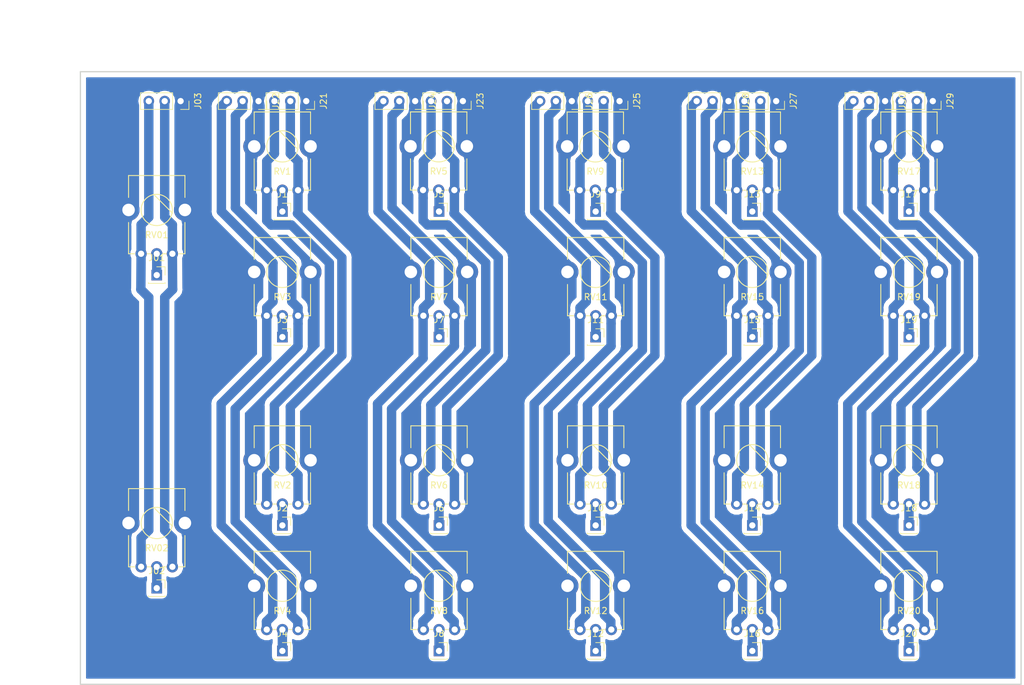
<source format=kicad_pcb>
(kicad_pcb (version 20171130) (host pcbnew "(5.0.2)-1")

  (general
    (thickness 1.6)
    (drawings 33)
    (tracks 294)
    (zones 0)
    (modules 55)
    (nets 46)
  )

  (page A4)
  (layers
    (0 F.Cu signal)
    (31 B.Cu signal)
    (32 B.Adhes user)
    (33 F.Adhes user)
    (34 B.Paste user)
    (35 F.Paste user)
    (36 B.SilkS user)
    (37 F.SilkS user)
    (38 B.Mask user)
    (39 F.Mask user)
    (40 Dwgs.User user)
    (41 Cmts.User user)
    (42 Eco1.User user)
    (43 Eco2.User user)
    (44 Edge.Cuts user)
    (45 Margin user)
    (46 B.CrtYd user)
    (47 F.CrtYd user)
    (48 B.Fab user)
    (49 F.Fab user)
  )

  (setup
    (last_trace_width 1.5)
    (user_trace_width 0.5)
    (user_trace_width 1)
    (user_trace_width 1.5)
    (user_trace_width 2)
    (user_trace_width 2.5)
    (trace_clearance 0.5)
    (zone_clearance 0.8)
    (zone_45_only no)
    (trace_min 0.5)
    (segment_width 0.2)
    (edge_width 0.15)
    (via_size 0.8)
    (via_drill 0.4)
    (via_min_size 0.4)
    (via_min_drill 0.3)
    (user_via 1.2 0.8)
    (user_via 1.5 1)
    (uvia_size 0.3)
    (uvia_drill 0.1)
    (uvias_allowed no)
    (uvia_min_size 0.2)
    (uvia_min_drill 0.1)
    (pcb_text_width 0.3)
    (pcb_text_size 1.5 1.5)
    (mod_edge_width 0.15)
    (mod_text_size 1 1)
    (mod_text_width 0.15)
    (pad_size 1.524 1.524)
    (pad_drill 0.762)
    (pad_to_mask_clearance 0.2)
    (solder_mask_min_width 0.25)
    (aux_axis_origin 0 0)
    (visible_elements 7FFFFFFF)
    (pcbplotparams
      (layerselection 0x00000_fffffffe)
      (usegerberextensions false)
      (usegerberattributes false)
      (usegerberadvancedattributes false)
      (creategerberjobfile false)
      (excludeedgelayer false)
      (linewidth 0.100000)
      (plotframeref false)
      (viasonmask false)
      (mode 1)
      (useauxorigin false)
      (hpglpennumber 1)
      (hpglpenspeed 20)
      (hpglpendiameter 15.000000)
      (psnegative false)
      (psa4output false)
      (plotreference true)
      (plotvalue true)
      (plotinvisibletext false)
      (padsonsilk false)
      (subtractmaskfromsilk false)
      (outputformat 4)
      (mirror false)
      (drillshape 1)
      (scaleselection 1)
      (outputdirectory ""))
  )

  (net 0 "")
  (net 1 "Net-(J1-Pad1)")
  (net 2 "Net-(J2-Pad1)")
  (net 3 "Net-(J3-Pad1)")
  (net 4 "Net-(J4-Pad1)")
  (net 5 "Net-(J5-Pad1)")
  (net 6 "Net-(J6-Pad1)")
  (net 7 "Net-(J7-Pad1)")
  (net 8 "Net-(J8-Pad1)")
  (net 9 "Net-(J9-Pad1)")
  (net 10 "Net-(J10-Pad1)")
  (net 11 "Net-(J11-Pad1)")
  (net 12 "Net-(J12-Pad1)")
  (net 13 "Net-(J13-Pad1)")
  (net 14 "Net-(J14-Pad1)")
  (net 15 "Net-(J15-Pad1)")
  (net 16 "Net-(J16-Pad1)")
  (net 17 "Net-(J17-Pad1)")
  (net 18 "Net-(J18-Pad1)")
  (net 19 "Net-(J19-Pad1)")
  (net 20 "Net-(J20-Pad1)")
  (net 21 "Net-(J21-Pad3)")
  (net 22 "Net-(J21-Pad2)")
  (net 23 GND)
  (net 24 "Net-(J22-Pad2)")
  (net 25 "Net-(J22-Pad3)")
  (net 26 "Net-(J23-Pad2)")
  (net 27 "Net-(J23-Pad3)")
  (net 28 "Net-(J24-Pad3)")
  (net 29 "Net-(J24-Pad2)")
  (net 30 "Net-(J25-Pad2)")
  (net 31 "Net-(J25-Pad3)")
  (net 32 "Net-(J26-Pad3)")
  (net 33 "Net-(J26-Pad2)")
  (net 34 "Net-(J27-Pad2)")
  (net 35 "Net-(J27-Pad3)")
  (net 36 "Net-(J28-Pad3)")
  (net 37 "Net-(J28-Pad2)")
  (net 38 "Net-(J29-Pad3)")
  (net 39 "Net-(J29-Pad2)")
  (net 40 "Net-(J30-Pad2)")
  (net 41 "Net-(J30-Pad3)")
  (net 42 "Net-(J02-Pad1)")
  (net 43 "Net-(J03-Pad3)")
  (net 44 "Net-(J03-Pad2)")
  (net 45 "Net-(J01-Pad1)")

  (net_class Default "Ceci est la Netclass par défaut."
    (clearance 0.5)
    (trace_width 0.5)
    (via_dia 0.8)
    (via_drill 0.4)
    (uvia_dia 0.3)
    (uvia_drill 0.1)
    (diff_pair_gap 0.5)
    (diff_pair_width 0.5)
    (add_net GND)
    (add_net "Net-(J01-Pad1)")
    (add_net "Net-(J02-Pad1)")
    (add_net "Net-(J03-Pad2)")
    (add_net "Net-(J03-Pad3)")
    (add_net "Net-(J1-Pad1)")
    (add_net "Net-(J10-Pad1)")
    (add_net "Net-(J11-Pad1)")
    (add_net "Net-(J12-Pad1)")
    (add_net "Net-(J13-Pad1)")
    (add_net "Net-(J14-Pad1)")
    (add_net "Net-(J15-Pad1)")
    (add_net "Net-(J16-Pad1)")
    (add_net "Net-(J17-Pad1)")
    (add_net "Net-(J18-Pad1)")
    (add_net "Net-(J19-Pad1)")
    (add_net "Net-(J2-Pad1)")
    (add_net "Net-(J20-Pad1)")
    (add_net "Net-(J21-Pad2)")
    (add_net "Net-(J21-Pad3)")
    (add_net "Net-(J22-Pad2)")
    (add_net "Net-(J22-Pad3)")
    (add_net "Net-(J23-Pad2)")
    (add_net "Net-(J23-Pad3)")
    (add_net "Net-(J24-Pad2)")
    (add_net "Net-(J24-Pad3)")
    (add_net "Net-(J25-Pad2)")
    (add_net "Net-(J25-Pad3)")
    (add_net "Net-(J26-Pad2)")
    (add_net "Net-(J26-Pad3)")
    (add_net "Net-(J27-Pad2)")
    (add_net "Net-(J27-Pad3)")
    (add_net "Net-(J28-Pad2)")
    (add_net "Net-(J28-Pad3)")
    (add_net "Net-(J29-Pad2)")
    (add_net "Net-(J29-Pad3)")
    (add_net "Net-(J3-Pad1)")
    (add_net "Net-(J30-Pad2)")
    (add_net "Net-(J30-Pad3)")
    (add_net "Net-(J4-Pad1)")
    (add_net "Net-(J5-Pad1)")
    (add_net "Net-(J6-Pad1)")
    (add_net "Net-(J7-Pad1)")
    (add_net "Net-(J8-Pad1)")
    (add_net "Net-(J9-Pad1)")
  )

  (module caly:PTV09A (layer F.Cu) (tedit 5C35CAD7) (tstamp 5C4282CB)
    (at 94.361 44.069)
    (path /5C364FEA)
    (fp_text reference RV11 (at 0 4) (layer F.SilkS)
      (effects (font (size 1 1) (thickness 0.15)))
    )
    (fp_text value 10k (at 0 -4.5) (layer F.Fab)
      (effects (font (size 1 1) (thickness 0.15)))
    )
    (fp_line (start -0.5 -2.5) (end 2.5 0.5) (layer F.SilkS) (width 0.15))
    (fp_circle (center 0 0) (end 2.5 0) (layer F.SilkS) (width 0.15))
    (fp_line (start 4.5 -5.5) (end 4.5 -2) (layer F.SilkS) (width 0.15))
    (fp_line (start -4.5 -5.5) (end 4.5 -5.5) (layer F.SilkS) (width 0.15))
    (fp_line (start -4.5 -2) (end -4.5 -5.5) (layer F.SilkS) (width 0.15))
    (fp_line (start 1 7) (end 1.5 7) (layer F.SilkS) (width 0.15))
    (fp_line (start -1.5 7) (end -1 7) (layer F.SilkS) (width 0.15))
    (fp_line (start 4.5 7) (end 4.5 2) (layer F.SilkS) (width 0.15))
    (fp_line (start 3.5 7) (end 4.5 7) (layer F.SilkS) (width 0.15))
    (fp_line (start -4.5 7) (end -4.5 2) (layer F.SilkS) (width 0.15))
    (fp_line (start -3.5 7) (end -4.5 7) (layer F.SilkS) (width 0.15))
    (pad 3 thru_hole circle (at 2.5 7) (size 1.8 1.8) (drill 1) (layers *.Cu *.Mask)
      (net 33 "Net-(J26-Pad2)"))
    (pad 1 thru_hole circle (at -2.5 7) (size 1.8 1.8) (drill 1) (layers *.Cu *.Mask)
      (net 32 "Net-(J26-Pad3)"))
    (pad 2 thru_hole circle (at 0 7) (size 1.8 1.8) (drill 1) (layers *.Cu *.Mask)
      (net 11 "Net-(J11-Pad1)"))
    (pad 4 thru_hole circle (at 4.5 0) (size 3.5 3.5) (drill 2) (layers *.Cu *.Mask)
      (net 23 GND))
    (pad 4 thru_hole circle (at -4.5 0) (size 3.5 3.5) (drill 2) (layers *.Cu *.Mask)
      (net 23 GND))
  )

  (module Connector_PinSocket_2.54mm:PinSocket_1x01_P2.54mm_Vertical (layer F.Cu) (tedit 5A19A434) (tstamp 5C426BA7)
    (at 24.257 94.615)
    (descr "Through hole straight socket strip, 1x01, 2.54mm pitch, single row (from Kicad 4.0.7), script generated")
    (tags "Through hole socket strip THT 1x01 2.54mm single row")
    (path /5C381D2D)
    (fp_text reference J02 (at 0 -2.77) (layer F.SilkS)
      (effects (font (size 1 1) (thickness 0.15)))
    )
    (fp_text value OUT (at 0 2.77) (layer F.Fab)
      (effects (font (size 1 1) (thickness 0.15)))
    )
    (fp_text user %R (at 0 0) (layer F.Fab)
      (effects (font (size 1 1) (thickness 0.15)))
    )
    (fp_line (start -1.8 1.75) (end -1.8 -1.8) (layer F.CrtYd) (width 0.05))
    (fp_line (start 1.75 1.75) (end -1.8 1.75) (layer F.CrtYd) (width 0.05))
    (fp_line (start 1.75 -1.8) (end 1.75 1.75) (layer F.CrtYd) (width 0.05))
    (fp_line (start -1.8 -1.8) (end 1.75 -1.8) (layer F.CrtYd) (width 0.05))
    (fp_line (start 0 -1.33) (end 1.33 -1.33) (layer F.SilkS) (width 0.12))
    (fp_line (start 1.33 -1.33) (end 1.33 0) (layer F.SilkS) (width 0.12))
    (fp_line (start 1.33 1.21) (end 1.33 1.33) (layer F.SilkS) (width 0.12))
    (fp_line (start -1.33 1.21) (end -1.33 1.33) (layer F.SilkS) (width 0.12))
    (fp_line (start -1.33 1.33) (end 1.33 1.33) (layer F.SilkS) (width 0.12))
    (fp_line (start -1.27 1.27) (end -1.27 -1.27) (layer F.Fab) (width 0.1))
    (fp_line (start 1.27 1.27) (end -1.27 1.27) (layer F.Fab) (width 0.1))
    (fp_line (start 1.27 -0.635) (end 1.27 1.27) (layer F.Fab) (width 0.1))
    (fp_line (start 0.635 -1.27) (end 1.27 -0.635) (layer F.Fab) (width 0.1))
    (fp_line (start -1.27 -1.27) (end 0.635 -1.27) (layer F.Fab) (width 0.1))
    (pad 1 thru_hole rect (at 0 0) (size 1.7 1.7) (drill 1) (layers *.Cu *.Mask)
      (net 42 "Net-(J02-Pad1)"))
    (model ${KISYS3DMOD}/Connector_PinSocket_2.54mm.3dshapes/PinSocket_1x01_P2.54mm_Vertical.wrl
      (at (xyz 0 0 0))
      (scale (xyz 1 1 1))
      (rotate (xyz 0 0 0))
    )
  )

  (module Connector_PinSocket_2.54mm:PinSocket_1x01_P2.54mm_Vertical (layer F.Cu) (tedit 5A19A434) (tstamp 5C426B6D)
    (at 24.257 44.577)
    (descr "Through hole straight socket strip, 1x01, 2.54mm pitch, single row (from Kicad 4.0.7), script generated")
    (tags "Through hole socket strip THT 1x01 2.54mm single row")
    (path /5C381D12)
    (fp_text reference J01 (at 0 -2.77) (layer F.SilkS)
      (effects (font (size 1 1) (thickness 0.15)))
    )
    (fp_text value OUT (at 0 2.77) (layer F.Fab)
      (effects (font (size 1 1) (thickness 0.15)))
    )
    (fp_line (start -1.27 -1.27) (end 0.635 -1.27) (layer F.Fab) (width 0.1))
    (fp_line (start 0.635 -1.27) (end 1.27 -0.635) (layer F.Fab) (width 0.1))
    (fp_line (start 1.27 -0.635) (end 1.27 1.27) (layer F.Fab) (width 0.1))
    (fp_line (start 1.27 1.27) (end -1.27 1.27) (layer F.Fab) (width 0.1))
    (fp_line (start -1.27 1.27) (end -1.27 -1.27) (layer F.Fab) (width 0.1))
    (fp_line (start -1.33 1.33) (end 1.33 1.33) (layer F.SilkS) (width 0.12))
    (fp_line (start -1.33 1.21) (end -1.33 1.33) (layer F.SilkS) (width 0.12))
    (fp_line (start 1.33 1.21) (end 1.33 1.33) (layer F.SilkS) (width 0.12))
    (fp_line (start 1.33 -1.33) (end 1.33 0) (layer F.SilkS) (width 0.12))
    (fp_line (start 0 -1.33) (end 1.33 -1.33) (layer F.SilkS) (width 0.12))
    (fp_line (start -1.8 -1.8) (end 1.75 -1.8) (layer F.CrtYd) (width 0.05))
    (fp_line (start 1.75 -1.8) (end 1.75 1.75) (layer F.CrtYd) (width 0.05))
    (fp_line (start 1.75 1.75) (end -1.8 1.75) (layer F.CrtYd) (width 0.05))
    (fp_line (start -1.8 1.75) (end -1.8 -1.8) (layer F.CrtYd) (width 0.05))
    (fp_text user %R (at 0 0) (layer F.Fab)
      (effects (font (size 1 1) (thickness 0.15)))
    )
    (pad 1 thru_hole rect (at 0 0) (size 1.7 1.7) (drill 1) (layers *.Cu *.Mask)
      (net 45 "Net-(J01-Pad1)"))
    (model ${KISYS3DMOD}/Connector_PinSocket_2.54mm.3dshapes/PinSocket_1x01_P2.54mm_Vertical.wrl
      (at (xyz 0 0 0))
      (scale (xyz 1 1 1))
      (rotate (xyz 0 0 0))
    )
  )

  (module Connector_PinSocket_2.54mm:PinSocket_1x03_P2.54mm_Vertical (layer F.Cu) (tedit 5A19A429) (tstamp 5C426B01)
    (at 28.067 16.764 270)
    (descr "Through hole straight socket strip, 1x03, 2.54mm pitch, single row (from Kicad 4.0.7), script generated")
    (tags "Through hole socket strip THT 1x03 2.54mm single row")
    (path /5C381D39)
    (fp_text reference J03 (at 0 -2.77 270) (layer F.SilkS)
      (effects (font (size 1 1) (thickness 0.15)))
    )
    (fp_text value IN (at 0 7.85 270) (layer F.Fab)
      (effects (font (size 1 1) (thickness 0.15)))
    )
    (fp_line (start -1.27 -1.27) (end 0.635 -1.27) (layer F.Fab) (width 0.1))
    (fp_line (start 0.635 -1.27) (end 1.27 -0.635) (layer F.Fab) (width 0.1))
    (fp_line (start 1.27 -0.635) (end 1.27 6.35) (layer F.Fab) (width 0.1))
    (fp_line (start 1.27 6.35) (end -1.27 6.35) (layer F.Fab) (width 0.1))
    (fp_line (start -1.27 6.35) (end -1.27 -1.27) (layer F.Fab) (width 0.1))
    (fp_line (start -1.33 1.27) (end 1.33 1.27) (layer F.SilkS) (width 0.12))
    (fp_line (start -1.33 1.27) (end -1.33 6.41) (layer F.SilkS) (width 0.12))
    (fp_line (start -1.33 6.41) (end 1.33 6.41) (layer F.SilkS) (width 0.12))
    (fp_line (start 1.33 1.27) (end 1.33 6.41) (layer F.SilkS) (width 0.12))
    (fp_line (start 1.33 -1.33) (end 1.33 0) (layer F.SilkS) (width 0.12))
    (fp_line (start 0 -1.33) (end 1.33 -1.33) (layer F.SilkS) (width 0.12))
    (fp_line (start -1.8 -1.8) (end 1.75 -1.8) (layer F.CrtYd) (width 0.05))
    (fp_line (start 1.75 -1.8) (end 1.75 6.85) (layer F.CrtYd) (width 0.05))
    (fp_line (start 1.75 6.85) (end -1.8 6.85) (layer F.CrtYd) (width 0.05))
    (fp_line (start -1.8 6.85) (end -1.8 -1.8) (layer F.CrtYd) (width 0.05))
    (fp_text user %R (at 0 2.54) (layer F.Fab)
      (effects (font (size 1 1) (thickness 0.15)))
    )
    (pad 1 thru_hole rect (at 0 0 270) (size 1.7 1.7) (drill 1) (layers *.Cu *.Mask)
      (net 23 GND))
    (pad 2 thru_hole oval (at 0 2.54 270) (size 1.7 1.7) (drill 1) (layers *.Cu *.Mask)
      (net 44 "Net-(J03-Pad2)"))
    (pad 3 thru_hole oval (at 0 5.08 270) (size 1.7 1.7) (drill 1) (layers *.Cu *.Mask)
      (net 43 "Net-(J03-Pad3)"))
    (model ${KISYS3DMOD}/Connector_PinSocket_2.54mm.3dshapes/PinSocket_1x03_P2.54mm_Vertical.wrl
      (at (xyz 0 0 0))
      (scale (xyz 1 1 1))
      (rotate (xyz 0 0 0))
    )
  )

  (module caly:PTV09A (layer F.Cu) (tedit 5C35CAD7) (tstamp 5C4267E8)
    (at 24.257 34.163)
    (path /5C381D05)
    (fp_text reference RV01 (at 0 4) (layer F.SilkS)
      (effects (font (size 1 1) (thickness 0.15)))
    )
    (fp_text value 10k (at 0 -4.5) (layer F.Fab)
      (effects (font (size 1 1) (thickness 0.15)))
    )
    (fp_line (start -0.5 -2.5) (end 2.5 0.5) (layer F.SilkS) (width 0.15))
    (fp_circle (center 0 0) (end 2.5 0) (layer F.SilkS) (width 0.15))
    (fp_line (start 4.5 -5.5) (end 4.5 -2) (layer F.SilkS) (width 0.15))
    (fp_line (start -4.5 -5.5) (end 4.5 -5.5) (layer F.SilkS) (width 0.15))
    (fp_line (start -4.5 -2) (end -4.5 -5.5) (layer F.SilkS) (width 0.15))
    (fp_line (start 1 7) (end 1.5 7) (layer F.SilkS) (width 0.15))
    (fp_line (start -1.5 7) (end -1 7) (layer F.SilkS) (width 0.15))
    (fp_line (start 4.5 7) (end 4.5 2) (layer F.SilkS) (width 0.15))
    (fp_line (start 3.5 7) (end 4.5 7) (layer F.SilkS) (width 0.15))
    (fp_line (start -4.5 7) (end -4.5 2) (layer F.SilkS) (width 0.15))
    (fp_line (start -3.5 7) (end -4.5 7) (layer F.SilkS) (width 0.15))
    (pad 3 thru_hole circle (at 2.5 7) (size 1.8 1.8) (drill 1) (layers *.Cu *.Mask)
      (net 44 "Net-(J03-Pad2)"))
    (pad 1 thru_hole circle (at -2.5 7) (size 1.8 1.8) (drill 1) (layers *.Cu *.Mask)
      (net 43 "Net-(J03-Pad3)"))
    (pad 2 thru_hole circle (at 0 7) (size 1.8 1.8) (drill 1) (layers *.Cu *.Mask)
      (net 45 "Net-(J01-Pad1)"))
    (pad 4 thru_hole circle (at 4.5 0) (size 3.5 3.5) (drill 2) (layers *.Cu *.Mask)
      (net 23 GND))
    (pad 4 thru_hole circle (at -4.5 0) (size 3.5 3.5) (drill 2) (layers *.Cu *.Mask)
      (net 23 GND))
  )

  (module caly:PTV09A (layer F.Cu) (tedit 5C35CAD7) (tstamp 5C428A51)
    (at 24.257 84.201)
    (path /5C381D20)
    (fp_text reference RV02 (at 0 4) (layer F.SilkS)
      (effects (font (size 1 1) (thickness 0.15)))
    )
    (fp_text value 10k (at 0 -4.5) (layer F.Fab)
      (effects (font (size 1 1) (thickness 0.15)))
    )
    (fp_line (start -3.5 7) (end -4.5 7) (layer F.SilkS) (width 0.15))
    (fp_line (start -4.5 7) (end -4.5 2) (layer F.SilkS) (width 0.15))
    (fp_line (start 3.5 7) (end 4.5 7) (layer F.SilkS) (width 0.15))
    (fp_line (start 4.5 7) (end 4.5 2) (layer F.SilkS) (width 0.15))
    (fp_line (start -1.5 7) (end -1 7) (layer F.SilkS) (width 0.15))
    (fp_line (start 1 7) (end 1.5 7) (layer F.SilkS) (width 0.15))
    (fp_line (start -4.5 -2) (end -4.5 -5.5) (layer F.SilkS) (width 0.15))
    (fp_line (start -4.5 -5.5) (end 4.5 -5.5) (layer F.SilkS) (width 0.15))
    (fp_line (start 4.5 -5.5) (end 4.5 -2) (layer F.SilkS) (width 0.15))
    (fp_circle (center 0 0) (end 2.5 0) (layer F.SilkS) (width 0.15))
    (fp_line (start -0.5 -2.5) (end 2.5 0.5) (layer F.SilkS) (width 0.15))
    (pad 4 thru_hole circle (at -4.5 0) (size 3.5 3.5) (drill 2) (layers *.Cu *.Mask)
      (net 23 GND))
    (pad 4 thru_hole circle (at 4.5 0) (size 3.5 3.5) (drill 2) (layers *.Cu *.Mask)
      (net 23 GND))
    (pad 2 thru_hole circle (at 0 7) (size 1.8 1.8) (drill 1) (layers *.Cu *.Mask)
      (net 42 "Net-(J02-Pad1)"))
    (pad 1 thru_hole circle (at -2.5 7) (size 1.8 1.8) (drill 1) (layers *.Cu *.Mask)
      (net 43 "Net-(J03-Pad3)"))
    (pad 3 thru_hole circle (at 2.5 7) (size 1.8 1.8) (drill 1) (layers *.Cu *.Mask)
      (net 44 "Net-(J03-Pad2)"))
  )

  (module Connector_PinSocket_2.54mm:PinSocket_1x01_P2.54mm_Vertical (layer F.Cu) (tedit 5A19A434) (tstamp 5C42462E)
    (at 44.323 34.417)
    (descr "Through hole straight socket strip, 1x01, 2.54mm pitch, single row (from Kicad 4.0.7), script generated")
    (tags "Through hole socket strip THT 1x01 2.54mm single row")
    (path /5C364053)
    (fp_text reference J1 (at 0 -2.77) (layer F.SilkS)
      (effects (font (size 1 1) (thickness 0.15)))
    )
    (fp_text value OUT (at 0 2.77) (layer F.Fab)
      (effects (font (size 1 1) (thickness 0.15)))
    )
    (fp_text user %R (at 0 0) (layer F.Fab)
      (effects (font (size 1 1) (thickness 0.15)))
    )
    (fp_line (start -1.8 1.75) (end -1.8 -1.8) (layer F.CrtYd) (width 0.05))
    (fp_line (start 1.75 1.75) (end -1.8 1.75) (layer F.CrtYd) (width 0.05))
    (fp_line (start 1.75 -1.8) (end 1.75 1.75) (layer F.CrtYd) (width 0.05))
    (fp_line (start -1.8 -1.8) (end 1.75 -1.8) (layer F.CrtYd) (width 0.05))
    (fp_line (start 0 -1.33) (end 1.33 -1.33) (layer F.SilkS) (width 0.12))
    (fp_line (start 1.33 -1.33) (end 1.33 0) (layer F.SilkS) (width 0.12))
    (fp_line (start 1.33 1.21) (end 1.33 1.33) (layer F.SilkS) (width 0.12))
    (fp_line (start -1.33 1.21) (end -1.33 1.33) (layer F.SilkS) (width 0.12))
    (fp_line (start -1.33 1.33) (end 1.33 1.33) (layer F.SilkS) (width 0.12))
    (fp_line (start -1.27 1.27) (end -1.27 -1.27) (layer F.Fab) (width 0.1))
    (fp_line (start 1.27 1.27) (end -1.27 1.27) (layer F.Fab) (width 0.1))
    (fp_line (start 1.27 -0.635) (end 1.27 1.27) (layer F.Fab) (width 0.1))
    (fp_line (start 0.635 -1.27) (end 1.27 -0.635) (layer F.Fab) (width 0.1))
    (fp_line (start -1.27 -1.27) (end 0.635 -1.27) (layer F.Fab) (width 0.1))
    (pad 1 thru_hole rect (at 0 0) (size 1.7 1.7) (drill 1) (layers *.Cu *.Mask)
      (net 1 "Net-(J1-Pad1)"))
    (model ${KISYS3DMOD}/Connector_PinSocket_2.54mm.3dshapes/PinSocket_1x01_P2.54mm_Vertical.wrl
      (at (xyz 0 0 0))
      (scale (xyz 1 1 1))
      (rotate (xyz 0 0 0))
    )
  )

  (module Connector_PinSocket_2.54mm:PinSocket_1x01_P2.54mm_Vertical (layer F.Cu) (tedit 5A19A434) (tstamp 5C42880E)
    (at 44.323 84.582)
    (descr "Through hole straight socket strip, 1x01, 2.54mm pitch, single row (from Kicad 4.0.7), script generated")
    (tags "Through hole socket strip THT 1x01 2.54mm single row")
    (path /5C36427D)
    (fp_text reference J2 (at 0 -2.77) (layer F.SilkS)
      (effects (font (size 1 1) (thickness 0.15)))
    )
    (fp_text value OUT (at 0 2.77) (layer F.Fab)
      (effects (font (size 1 1) (thickness 0.15)))
    )
    (fp_line (start -1.27 -1.27) (end 0.635 -1.27) (layer F.Fab) (width 0.1))
    (fp_line (start 0.635 -1.27) (end 1.27 -0.635) (layer F.Fab) (width 0.1))
    (fp_line (start 1.27 -0.635) (end 1.27 1.27) (layer F.Fab) (width 0.1))
    (fp_line (start 1.27 1.27) (end -1.27 1.27) (layer F.Fab) (width 0.1))
    (fp_line (start -1.27 1.27) (end -1.27 -1.27) (layer F.Fab) (width 0.1))
    (fp_line (start -1.33 1.33) (end 1.33 1.33) (layer F.SilkS) (width 0.12))
    (fp_line (start -1.33 1.21) (end -1.33 1.33) (layer F.SilkS) (width 0.12))
    (fp_line (start 1.33 1.21) (end 1.33 1.33) (layer F.SilkS) (width 0.12))
    (fp_line (start 1.33 -1.33) (end 1.33 0) (layer F.SilkS) (width 0.12))
    (fp_line (start 0 -1.33) (end 1.33 -1.33) (layer F.SilkS) (width 0.12))
    (fp_line (start -1.8 -1.8) (end 1.75 -1.8) (layer F.CrtYd) (width 0.05))
    (fp_line (start 1.75 -1.8) (end 1.75 1.75) (layer F.CrtYd) (width 0.05))
    (fp_line (start 1.75 1.75) (end -1.8 1.75) (layer F.CrtYd) (width 0.05))
    (fp_line (start -1.8 1.75) (end -1.8 -1.8) (layer F.CrtYd) (width 0.05))
    (fp_text user %R (at 0 0) (layer F.Fab)
      (effects (font (size 1 1) (thickness 0.15)))
    )
    (pad 1 thru_hole rect (at 0 0) (size 1.7 1.7) (drill 1) (layers *.Cu *.Mask)
      (net 2 "Net-(J2-Pad1)"))
    (model ${KISYS3DMOD}/Connector_PinSocket_2.54mm.3dshapes/PinSocket_1x01_P2.54mm_Vertical.wrl
      (at (xyz 0 0 0))
      (scale (xyz 1 1 1))
      (rotate (xyz 0 0 0))
    )
  )

  (module Connector_PinSocket_2.54mm:PinSocket_1x01_P2.54mm_Vertical (layer F.Cu) (tedit 5A19A434) (tstamp 5C4285B9)
    (at 44.323 54.483)
    (descr "Through hole straight socket strip, 1x01, 2.54mm pitch, single row (from Kicad 4.0.7), script generated")
    (tags "Through hole socket strip THT 1x01 2.54mm single row")
    (path /5C364477)
    (fp_text reference J3 (at 0 -2.77) (layer F.SilkS)
      (effects (font (size 1 1) (thickness 0.15)))
    )
    (fp_text value OUT (at 0 2.77) (layer F.Fab)
      (effects (font (size 1 1) (thickness 0.15)))
    )
    (fp_text user %R (at 0 0) (layer F.Fab)
      (effects (font (size 1 1) (thickness 0.15)))
    )
    (fp_line (start -1.8 1.75) (end -1.8 -1.8) (layer F.CrtYd) (width 0.05))
    (fp_line (start 1.75 1.75) (end -1.8 1.75) (layer F.CrtYd) (width 0.05))
    (fp_line (start 1.75 -1.8) (end 1.75 1.75) (layer F.CrtYd) (width 0.05))
    (fp_line (start -1.8 -1.8) (end 1.75 -1.8) (layer F.CrtYd) (width 0.05))
    (fp_line (start 0 -1.33) (end 1.33 -1.33) (layer F.SilkS) (width 0.12))
    (fp_line (start 1.33 -1.33) (end 1.33 0) (layer F.SilkS) (width 0.12))
    (fp_line (start 1.33 1.21) (end 1.33 1.33) (layer F.SilkS) (width 0.12))
    (fp_line (start -1.33 1.21) (end -1.33 1.33) (layer F.SilkS) (width 0.12))
    (fp_line (start -1.33 1.33) (end 1.33 1.33) (layer F.SilkS) (width 0.12))
    (fp_line (start -1.27 1.27) (end -1.27 -1.27) (layer F.Fab) (width 0.1))
    (fp_line (start 1.27 1.27) (end -1.27 1.27) (layer F.Fab) (width 0.1))
    (fp_line (start 1.27 -0.635) (end 1.27 1.27) (layer F.Fab) (width 0.1))
    (fp_line (start 0.635 -1.27) (end 1.27 -0.635) (layer F.Fab) (width 0.1))
    (fp_line (start -1.27 -1.27) (end 0.635 -1.27) (layer F.Fab) (width 0.1))
    (pad 1 thru_hole rect (at 0 0) (size 1.7 1.7) (drill 1) (layers *.Cu *.Mask)
      (net 3 "Net-(J3-Pad1)"))
    (model ${KISYS3DMOD}/Connector_PinSocket_2.54mm.3dshapes/PinSocket_1x01_P2.54mm_Vertical.wrl
      (at (xyz 0 0 0))
      (scale (xyz 1 1 1))
      (rotate (xyz 0 0 0))
    )
  )

  (module Connector_PinSocket_2.54mm:PinSocket_1x01_P2.54mm_Vertical (layer F.Cu) (tedit 5A19A434) (tstamp 5C4286A6)
    (at 44.323 104.648)
    (descr "Through hole straight socket strip, 1x01, 2.54mm pitch, single row (from Kicad 4.0.7), script generated")
    (tags "Through hole socket strip THT 1x01 2.54mm single row")
    (path /5C364499)
    (fp_text reference J4 (at 0 -2.77) (layer F.SilkS)
      (effects (font (size 1 1) (thickness 0.15)))
    )
    (fp_text value OUT (at 0 2.77) (layer F.Fab)
      (effects (font (size 1 1) (thickness 0.15)))
    )
    (fp_line (start -1.27 -1.27) (end 0.635 -1.27) (layer F.Fab) (width 0.1))
    (fp_line (start 0.635 -1.27) (end 1.27 -0.635) (layer F.Fab) (width 0.1))
    (fp_line (start 1.27 -0.635) (end 1.27 1.27) (layer F.Fab) (width 0.1))
    (fp_line (start 1.27 1.27) (end -1.27 1.27) (layer F.Fab) (width 0.1))
    (fp_line (start -1.27 1.27) (end -1.27 -1.27) (layer F.Fab) (width 0.1))
    (fp_line (start -1.33 1.33) (end 1.33 1.33) (layer F.SilkS) (width 0.12))
    (fp_line (start -1.33 1.21) (end -1.33 1.33) (layer F.SilkS) (width 0.12))
    (fp_line (start 1.33 1.21) (end 1.33 1.33) (layer F.SilkS) (width 0.12))
    (fp_line (start 1.33 -1.33) (end 1.33 0) (layer F.SilkS) (width 0.12))
    (fp_line (start 0 -1.33) (end 1.33 -1.33) (layer F.SilkS) (width 0.12))
    (fp_line (start -1.8 -1.8) (end 1.75 -1.8) (layer F.CrtYd) (width 0.05))
    (fp_line (start 1.75 -1.8) (end 1.75 1.75) (layer F.CrtYd) (width 0.05))
    (fp_line (start 1.75 1.75) (end -1.8 1.75) (layer F.CrtYd) (width 0.05))
    (fp_line (start -1.8 1.75) (end -1.8 -1.8) (layer F.CrtYd) (width 0.05))
    (fp_text user %R (at 0 0) (layer F.Fab)
      (effects (font (size 1 1) (thickness 0.15)))
    )
    (pad 1 thru_hole rect (at 0 0) (size 1.7 1.7) (drill 1) (layers *.Cu *.Mask)
      (net 4 "Net-(J4-Pad1)"))
    (model ${KISYS3DMOD}/Connector_PinSocket_2.54mm.3dshapes/PinSocket_1x01_P2.54mm_Vertical.wrl
      (at (xyz 0 0 0))
      (scale (xyz 1 1 1))
      (rotate (xyz 0 0 0))
    )
  )

  (module Connector_PinSocket_2.54mm:PinSocket_1x01_P2.54mm_Vertical (layer F.Cu) (tedit 5A19A434) (tstamp 5C4222B8)
    (at 69.342 34.417)
    (descr "Through hole straight socket strip, 1x01, 2.54mm pitch, single row (from Kicad 4.0.7), script generated")
    (tags "Through hole socket strip THT 1x01 2.54mm single row")
    (path /5C3646F8)
    (fp_text reference J5 (at 0 -2.77) (layer F.SilkS)
      (effects (font (size 1 1) (thickness 0.15)))
    )
    (fp_text value OUT (at 0 2.77) (layer F.Fab)
      (effects (font (size 1 1) (thickness 0.15)))
    )
    (fp_text user %R (at 0 0) (layer F.Fab)
      (effects (font (size 1 1) (thickness 0.15)))
    )
    (fp_line (start -1.8 1.75) (end -1.8 -1.8) (layer F.CrtYd) (width 0.05))
    (fp_line (start 1.75 1.75) (end -1.8 1.75) (layer F.CrtYd) (width 0.05))
    (fp_line (start 1.75 -1.8) (end 1.75 1.75) (layer F.CrtYd) (width 0.05))
    (fp_line (start -1.8 -1.8) (end 1.75 -1.8) (layer F.CrtYd) (width 0.05))
    (fp_line (start 0 -1.33) (end 1.33 -1.33) (layer F.SilkS) (width 0.12))
    (fp_line (start 1.33 -1.33) (end 1.33 0) (layer F.SilkS) (width 0.12))
    (fp_line (start 1.33 1.21) (end 1.33 1.33) (layer F.SilkS) (width 0.12))
    (fp_line (start -1.33 1.21) (end -1.33 1.33) (layer F.SilkS) (width 0.12))
    (fp_line (start -1.33 1.33) (end 1.33 1.33) (layer F.SilkS) (width 0.12))
    (fp_line (start -1.27 1.27) (end -1.27 -1.27) (layer F.Fab) (width 0.1))
    (fp_line (start 1.27 1.27) (end -1.27 1.27) (layer F.Fab) (width 0.1))
    (fp_line (start 1.27 -0.635) (end 1.27 1.27) (layer F.Fab) (width 0.1))
    (fp_line (start 0.635 -1.27) (end 1.27 -0.635) (layer F.Fab) (width 0.1))
    (fp_line (start -1.27 -1.27) (end 0.635 -1.27) (layer F.Fab) (width 0.1))
    (pad 1 thru_hole rect (at 0 0) (size 1.7 1.7) (drill 1) (layers *.Cu *.Mask)
      (net 5 "Net-(J5-Pad1)"))
    (model ${KISYS3DMOD}/Connector_PinSocket_2.54mm.3dshapes/PinSocket_1x01_P2.54mm_Vertical.wrl
      (at (xyz 0 0 0))
      (scale (xyz 1 1 1))
      (rotate (xyz 0 0 0))
    )
  )

  (module Connector_PinSocket_2.54mm:PinSocket_1x01_P2.54mm_Vertical (layer F.Cu) (tedit 5A19A434) (tstamp 5C4287D5)
    (at 69.342 84.582)
    (descr "Through hole straight socket strip, 1x01, 2.54mm pitch, single row (from Kicad 4.0.7), script generated")
    (tags "Through hole socket strip THT 1x01 2.54mm single row")
    (path /5C36471A)
    (fp_text reference J6 (at 0 -2.77) (layer F.SilkS)
      (effects (font (size 1 1) (thickness 0.15)))
    )
    (fp_text value OUT (at 0 2.77) (layer F.Fab)
      (effects (font (size 1 1) (thickness 0.15)))
    )
    (fp_line (start -1.27 -1.27) (end 0.635 -1.27) (layer F.Fab) (width 0.1))
    (fp_line (start 0.635 -1.27) (end 1.27 -0.635) (layer F.Fab) (width 0.1))
    (fp_line (start 1.27 -0.635) (end 1.27 1.27) (layer F.Fab) (width 0.1))
    (fp_line (start 1.27 1.27) (end -1.27 1.27) (layer F.Fab) (width 0.1))
    (fp_line (start -1.27 1.27) (end -1.27 -1.27) (layer F.Fab) (width 0.1))
    (fp_line (start -1.33 1.33) (end 1.33 1.33) (layer F.SilkS) (width 0.12))
    (fp_line (start -1.33 1.21) (end -1.33 1.33) (layer F.SilkS) (width 0.12))
    (fp_line (start 1.33 1.21) (end 1.33 1.33) (layer F.SilkS) (width 0.12))
    (fp_line (start 1.33 -1.33) (end 1.33 0) (layer F.SilkS) (width 0.12))
    (fp_line (start 0 -1.33) (end 1.33 -1.33) (layer F.SilkS) (width 0.12))
    (fp_line (start -1.8 -1.8) (end 1.75 -1.8) (layer F.CrtYd) (width 0.05))
    (fp_line (start 1.75 -1.8) (end 1.75 1.75) (layer F.CrtYd) (width 0.05))
    (fp_line (start 1.75 1.75) (end -1.8 1.75) (layer F.CrtYd) (width 0.05))
    (fp_line (start -1.8 1.75) (end -1.8 -1.8) (layer F.CrtYd) (width 0.05))
    (fp_text user %R (at 0 0) (layer F.Fab)
      (effects (font (size 1 1) (thickness 0.15)))
    )
    (pad 1 thru_hole rect (at 0 0) (size 1.7 1.7) (drill 1) (layers *.Cu *.Mask)
      (net 6 "Net-(J6-Pad1)"))
    (model ${KISYS3DMOD}/Connector_PinSocket_2.54mm.3dshapes/PinSocket_1x01_P2.54mm_Vertical.wrl
      (at (xyz 0 0 0))
      (scale (xyz 1 1 1))
      (rotate (xyz 0 0 0))
    )
  )

  (module Connector_PinSocket_2.54mm:PinSocket_1x01_P2.54mm_Vertical (layer F.Cu) (tedit 5A19A434) (tstamp 5C4288B9)
    (at 69.342 54.483)
    (descr "Through hole straight socket strip, 1x01, 2.54mm pitch, single row (from Kicad 4.0.7), script generated")
    (tags "Through hole socket strip THT 1x01 2.54mm single row")
    (path /5C364733)
    (fp_text reference J7 (at 0 -2.77) (layer F.SilkS)
      (effects (font (size 1 1) (thickness 0.15)))
    )
    (fp_text value OUT (at 0 2.77) (layer F.Fab)
      (effects (font (size 1 1) (thickness 0.15)))
    )
    (fp_text user %R (at 0 0) (layer F.Fab)
      (effects (font (size 1 1) (thickness 0.15)))
    )
    (fp_line (start -1.8 1.75) (end -1.8 -1.8) (layer F.CrtYd) (width 0.05))
    (fp_line (start 1.75 1.75) (end -1.8 1.75) (layer F.CrtYd) (width 0.05))
    (fp_line (start 1.75 -1.8) (end 1.75 1.75) (layer F.CrtYd) (width 0.05))
    (fp_line (start -1.8 -1.8) (end 1.75 -1.8) (layer F.CrtYd) (width 0.05))
    (fp_line (start 0 -1.33) (end 1.33 -1.33) (layer F.SilkS) (width 0.12))
    (fp_line (start 1.33 -1.33) (end 1.33 0) (layer F.SilkS) (width 0.12))
    (fp_line (start 1.33 1.21) (end 1.33 1.33) (layer F.SilkS) (width 0.12))
    (fp_line (start -1.33 1.21) (end -1.33 1.33) (layer F.SilkS) (width 0.12))
    (fp_line (start -1.33 1.33) (end 1.33 1.33) (layer F.SilkS) (width 0.12))
    (fp_line (start -1.27 1.27) (end -1.27 -1.27) (layer F.Fab) (width 0.1))
    (fp_line (start 1.27 1.27) (end -1.27 1.27) (layer F.Fab) (width 0.1))
    (fp_line (start 1.27 -0.635) (end 1.27 1.27) (layer F.Fab) (width 0.1))
    (fp_line (start 0.635 -1.27) (end 1.27 -0.635) (layer F.Fab) (width 0.1))
    (fp_line (start -1.27 -1.27) (end 0.635 -1.27) (layer F.Fab) (width 0.1))
    (pad 1 thru_hole rect (at 0 0) (size 1.7 1.7) (drill 1) (layers *.Cu *.Mask)
      (net 7 "Net-(J7-Pad1)"))
    (model ${KISYS3DMOD}/Connector_PinSocket_2.54mm.3dshapes/PinSocket_1x01_P2.54mm_Vertical.wrl
      (at (xyz 0 0 0))
      (scale (xyz 1 1 1))
      (rotate (xyz 0 0 0))
    )
  )

  (module Connector_PinSocket_2.54mm:PinSocket_1x01_P2.54mm_Vertical (layer F.Cu) (tedit 5A19A434) (tstamp 5C428880)
    (at 69.342 104.648)
    (descr "Through hole straight socket strip, 1x01, 2.54mm pitch, single row (from Kicad 4.0.7), script generated")
    (tags "Through hole socket strip THT 1x01 2.54mm single row")
    (path /5C364755)
    (fp_text reference J8 (at 0 -2.77) (layer F.SilkS)
      (effects (font (size 1 1) (thickness 0.15)))
    )
    (fp_text value OUT (at 0 2.77) (layer F.Fab)
      (effects (font (size 1 1) (thickness 0.15)))
    )
    (fp_line (start -1.27 -1.27) (end 0.635 -1.27) (layer F.Fab) (width 0.1))
    (fp_line (start 0.635 -1.27) (end 1.27 -0.635) (layer F.Fab) (width 0.1))
    (fp_line (start 1.27 -0.635) (end 1.27 1.27) (layer F.Fab) (width 0.1))
    (fp_line (start 1.27 1.27) (end -1.27 1.27) (layer F.Fab) (width 0.1))
    (fp_line (start -1.27 1.27) (end -1.27 -1.27) (layer F.Fab) (width 0.1))
    (fp_line (start -1.33 1.33) (end 1.33 1.33) (layer F.SilkS) (width 0.12))
    (fp_line (start -1.33 1.21) (end -1.33 1.33) (layer F.SilkS) (width 0.12))
    (fp_line (start 1.33 1.21) (end 1.33 1.33) (layer F.SilkS) (width 0.12))
    (fp_line (start 1.33 -1.33) (end 1.33 0) (layer F.SilkS) (width 0.12))
    (fp_line (start 0 -1.33) (end 1.33 -1.33) (layer F.SilkS) (width 0.12))
    (fp_line (start -1.8 -1.8) (end 1.75 -1.8) (layer F.CrtYd) (width 0.05))
    (fp_line (start 1.75 -1.8) (end 1.75 1.75) (layer F.CrtYd) (width 0.05))
    (fp_line (start 1.75 1.75) (end -1.8 1.75) (layer F.CrtYd) (width 0.05))
    (fp_line (start -1.8 1.75) (end -1.8 -1.8) (layer F.CrtYd) (width 0.05))
    (fp_text user %R (at 0 0) (layer F.Fab)
      (effects (font (size 1 1) (thickness 0.15)))
    )
    (pad 1 thru_hole rect (at 0 0) (size 1.7 1.7) (drill 1) (layers *.Cu *.Mask)
      (net 8 "Net-(J8-Pad1)"))
    (model ${KISYS3DMOD}/Connector_PinSocket_2.54mm.3dshapes/PinSocket_1x01_P2.54mm_Vertical.wrl
      (at (xyz 0 0 0))
      (scale (xyz 1 1 1))
      (rotate (xyz 0 0 0))
    )
  )

  (module Connector_PinSocket_2.54mm:PinSocket_1x01_P2.54mm_Vertical (layer F.Cu) (tedit 5A19A434) (tstamp 5C422308)
    (at 94.361 34.417)
    (descr "Through hole straight socket strip, 1x01, 2.54mm pitch, single row (from Kicad 4.0.7), script generated")
    (tags "Through hole socket strip THT 1x01 2.54mm single row")
    (path /5C364FBC)
    (fp_text reference J9 (at 0 -2.77) (layer F.SilkS)
      (effects (font (size 1 1) (thickness 0.15)))
    )
    (fp_text value OUT (at 0 2.77) (layer F.Fab)
      (effects (font (size 1 1) (thickness 0.15)))
    )
    (fp_text user %R (at 0 0) (layer F.Fab)
      (effects (font (size 1 1) (thickness 0.15)))
    )
    (fp_line (start -1.8 1.75) (end -1.8 -1.8) (layer F.CrtYd) (width 0.05))
    (fp_line (start 1.75 1.75) (end -1.8 1.75) (layer F.CrtYd) (width 0.05))
    (fp_line (start 1.75 -1.8) (end 1.75 1.75) (layer F.CrtYd) (width 0.05))
    (fp_line (start -1.8 -1.8) (end 1.75 -1.8) (layer F.CrtYd) (width 0.05))
    (fp_line (start 0 -1.33) (end 1.33 -1.33) (layer F.SilkS) (width 0.12))
    (fp_line (start 1.33 -1.33) (end 1.33 0) (layer F.SilkS) (width 0.12))
    (fp_line (start 1.33 1.21) (end 1.33 1.33) (layer F.SilkS) (width 0.12))
    (fp_line (start -1.33 1.21) (end -1.33 1.33) (layer F.SilkS) (width 0.12))
    (fp_line (start -1.33 1.33) (end 1.33 1.33) (layer F.SilkS) (width 0.12))
    (fp_line (start -1.27 1.27) (end -1.27 -1.27) (layer F.Fab) (width 0.1))
    (fp_line (start 1.27 1.27) (end -1.27 1.27) (layer F.Fab) (width 0.1))
    (fp_line (start 1.27 -0.635) (end 1.27 1.27) (layer F.Fab) (width 0.1))
    (fp_line (start 0.635 -1.27) (end 1.27 -0.635) (layer F.Fab) (width 0.1))
    (fp_line (start -1.27 -1.27) (end 0.635 -1.27) (layer F.Fab) (width 0.1))
    (pad 1 thru_hole rect (at 0 0) (size 1.7 1.7) (drill 1) (layers *.Cu *.Mask)
      (net 9 "Net-(J9-Pad1)"))
    (model ${KISYS3DMOD}/Connector_PinSocket_2.54mm.3dshapes/PinSocket_1x01_P2.54mm_Vertical.wrl
      (at (xyz 0 0 0))
      (scale (xyz 1 1 1))
      (rotate (xyz 0 0 0))
    )
  )

  (module Connector_PinSocket_2.54mm:PinSocket_1x01_P2.54mm_Vertical (layer F.Cu) (tedit 5A19A434) (tstamp 5C42879C)
    (at 94.361 84.582)
    (descr "Through hole straight socket strip, 1x01, 2.54mm pitch, single row (from Kicad 4.0.7), script generated")
    (tags "Through hole socket strip THT 1x01 2.54mm single row")
    (path /5C364FDE)
    (fp_text reference J10 (at 0 -2.77) (layer F.SilkS)
      (effects (font (size 1 1) (thickness 0.15)))
    )
    (fp_text value OUT (at 0 2.77) (layer F.Fab)
      (effects (font (size 1 1) (thickness 0.15)))
    )
    (fp_line (start -1.27 -1.27) (end 0.635 -1.27) (layer F.Fab) (width 0.1))
    (fp_line (start 0.635 -1.27) (end 1.27 -0.635) (layer F.Fab) (width 0.1))
    (fp_line (start 1.27 -0.635) (end 1.27 1.27) (layer F.Fab) (width 0.1))
    (fp_line (start 1.27 1.27) (end -1.27 1.27) (layer F.Fab) (width 0.1))
    (fp_line (start -1.27 1.27) (end -1.27 -1.27) (layer F.Fab) (width 0.1))
    (fp_line (start -1.33 1.33) (end 1.33 1.33) (layer F.SilkS) (width 0.12))
    (fp_line (start -1.33 1.21) (end -1.33 1.33) (layer F.SilkS) (width 0.12))
    (fp_line (start 1.33 1.21) (end 1.33 1.33) (layer F.SilkS) (width 0.12))
    (fp_line (start 1.33 -1.33) (end 1.33 0) (layer F.SilkS) (width 0.12))
    (fp_line (start 0 -1.33) (end 1.33 -1.33) (layer F.SilkS) (width 0.12))
    (fp_line (start -1.8 -1.8) (end 1.75 -1.8) (layer F.CrtYd) (width 0.05))
    (fp_line (start 1.75 -1.8) (end 1.75 1.75) (layer F.CrtYd) (width 0.05))
    (fp_line (start 1.75 1.75) (end -1.8 1.75) (layer F.CrtYd) (width 0.05))
    (fp_line (start -1.8 1.75) (end -1.8 -1.8) (layer F.CrtYd) (width 0.05))
    (fp_text user %R (at 0 0) (layer F.Fab)
      (effects (font (size 1 1) (thickness 0.15)))
    )
    (pad 1 thru_hole rect (at 0 0) (size 1.7 1.7) (drill 1) (layers *.Cu *.Mask)
      (net 10 "Net-(J10-Pad1)"))
    (model ${KISYS3DMOD}/Connector_PinSocket_2.54mm.3dshapes/PinSocket_1x01_P2.54mm_Vertical.wrl
      (at (xyz 0 0 0))
      (scale (xyz 1 1 1))
      (rotate (xyz 0 0 0))
    )
  )

  (module Connector_PinSocket_2.54mm:PinSocket_1x01_P2.54mm_Vertical (layer F.Cu) (tedit 5A19A434) (tstamp 5C42866D)
    (at 94.361 54.483)
    (descr "Through hole straight socket strip, 1x01, 2.54mm pitch, single row (from Kicad 4.0.7), script generated")
    (tags "Through hole socket strip THT 1x01 2.54mm single row")
    (path /5C364FF7)
    (fp_text reference J11 (at 0 -2.77) (layer F.SilkS)
      (effects (font (size 1 1) (thickness 0.15)))
    )
    (fp_text value OUT (at 0 2.77) (layer F.Fab)
      (effects (font (size 1 1) (thickness 0.15)))
    )
    (fp_text user %R (at 0 0) (layer F.Fab)
      (effects (font (size 1 1) (thickness 0.15)))
    )
    (fp_line (start -1.8 1.75) (end -1.8 -1.8) (layer F.CrtYd) (width 0.05))
    (fp_line (start 1.75 1.75) (end -1.8 1.75) (layer F.CrtYd) (width 0.05))
    (fp_line (start 1.75 -1.8) (end 1.75 1.75) (layer F.CrtYd) (width 0.05))
    (fp_line (start -1.8 -1.8) (end 1.75 -1.8) (layer F.CrtYd) (width 0.05))
    (fp_line (start 0 -1.33) (end 1.33 -1.33) (layer F.SilkS) (width 0.12))
    (fp_line (start 1.33 -1.33) (end 1.33 0) (layer F.SilkS) (width 0.12))
    (fp_line (start 1.33 1.21) (end 1.33 1.33) (layer F.SilkS) (width 0.12))
    (fp_line (start -1.33 1.21) (end -1.33 1.33) (layer F.SilkS) (width 0.12))
    (fp_line (start -1.33 1.33) (end 1.33 1.33) (layer F.SilkS) (width 0.12))
    (fp_line (start -1.27 1.27) (end -1.27 -1.27) (layer F.Fab) (width 0.1))
    (fp_line (start 1.27 1.27) (end -1.27 1.27) (layer F.Fab) (width 0.1))
    (fp_line (start 1.27 -0.635) (end 1.27 1.27) (layer F.Fab) (width 0.1))
    (fp_line (start 0.635 -1.27) (end 1.27 -0.635) (layer F.Fab) (width 0.1))
    (fp_line (start -1.27 -1.27) (end 0.635 -1.27) (layer F.Fab) (width 0.1))
    (pad 1 thru_hole rect (at 0 0) (size 1.7 1.7) (drill 1) (layers *.Cu *.Mask)
      (net 11 "Net-(J11-Pad1)"))
    (model ${KISYS3DMOD}/Connector_PinSocket_2.54mm.3dshapes/PinSocket_1x01_P2.54mm_Vertical.wrl
      (at (xyz 0 0 0))
      (scale (xyz 1 1 1))
      (rotate (xyz 0 0 0))
    )
  )

  (module Connector_PinSocket_2.54mm:PinSocket_1x01_P2.54mm_Vertical (layer F.Cu) (tedit 5A19A434) (tstamp 5C428634)
    (at 94.361 104.648)
    (descr "Through hole straight socket strip, 1x01, 2.54mm pitch, single row (from Kicad 4.0.7), script generated")
    (tags "Through hole socket strip THT 1x01 2.54mm single row")
    (path /5C365019)
    (fp_text reference J12 (at 0 -2.77) (layer F.SilkS)
      (effects (font (size 1 1) (thickness 0.15)))
    )
    (fp_text value OUT (at 0 2.77) (layer F.Fab)
      (effects (font (size 1 1) (thickness 0.15)))
    )
    (fp_line (start -1.27 -1.27) (end 0.635 -1.27) (layer F.Fab) (width 0.1))
    (fp_line (start 0.635 -1.27) (end 1.27 -0.635) (layer F.Fab) (width 0.1))
    (fp_line (start 1.27 -0.635) (end 1.27 1.27) (layer F.Fab) (width 0.1))
    (fp_line (start 1.27 1.27) (end -1.27 1.27) (layer F.Fab) (width 0.1))
    (fp_line (start -1.27 1.27) (end -1.27 -1.27) (layer F.Fab) (width 0.1))
    (fp_line (start -1.33 1.33) (end 1.33 1.33) (layer F.SilkS) (width 0.12))
    (fp_line (start -1.33 1.21) (end -1.33 1.33) (layer F.SilkS) (width 0.12))
    (fp_line (start 1.33 1.21) (end 1.33 1.33) (layer F.SilkS) (width 0.12))
    (fp_line (start 1.33 -1.33) (end 1.33 0) (layer F.SilkS) (width 0.12))
    (fp_line (start 0 -1.33) (end 1.33 -1.33) (layer F.SilkS) (width 0.12))
    (fp_line (start -1.8 -1.8) (end 1.75 -1.8) (layer F.CrtYd) (width 0.05))
    (fp_line (start 1.75 -1.8) (end 1.75 1.75) (layer F.CrtYd) (width 0.05))
    (fp_line (start 1.75 1.75) (end -1.8 1.75) (layer F.CrtYd) (width 0.05))
    (fp_line (start -1.8 1.75) (end -1.8 -1.8) (layer F.CrtYd) (width 0.05))
    (fp_text user %R (at 0 0) (layer F.Fab)
      (effects (font (size 1 1) (thickness 0.15)))
    )
    (pad 1 thru_hole rect (at 0 0) (size 1.7 1.7) (drill 1) (layers *.Cu *.Mask)
      (net 12 "Net-(J12-Pad1)"))
    (model ${KISYS3DMOD}/Connector_PinSocket_2.54mm.3dshapes/PinSocket_1x01_P2.54mm_Vertical.wrl
      (at (xyz 0 0 0))
      (scale (xyz 1 1 1))
      (rotate (xyz 0 0 0))
    )
  )

  (module Connector_PinSocket_2.54mm:PinSocket_1x01_P2.54mm_Vertical (layer F.Cu) (tedit 5A19A434) (tstamp 5C367329)
    (at 119.38 34.417)
    (descr "Through hole straight socket strip, 1x01, 2.54mm pitch, single row (from Kicad 4.0.7), script generated")
    (tags "Through hole socket strip THT 1x01 2.54mm single row")
    (path /5C365032)
    (fp_text reference J13 (at 0 -2.77) (layer F.SilkS)
      (effects (font (size 1 1) (thickness 0.15)))
    )
    (fp_text value OUT (at 0 2.77) (layer F.Fab)
      (effects (font (size 1 1) (thickness 0.15)))
    )
    (fp_text user %R (at 0 0) (layer F.Fab)
      (effects (font (size 1 1) (thickness 0.15)))
    )
    (fp_line (start -1.8 1.75) (end -1.8 -1.8) (layer F.CrtYd) (width 0.05))
    (fp_line (start 1.75 1.75) (end -1.8 1.75) (layer F.CrtYd) (width 0.05))
    (fp_line (start 1.75 -1.8) (end 1.75 1.75) (layer F.CrtYd) (width 0.05))
    (fp_line (start -1.8 -1.8) (end 1.75 -1.8) (layer F.CrtYd) (width 0.05))
    (fp_line (start 0 -1.33) (end 1.33 -1.33) (layer F.SilkS) (width 0.12))
    (fp_line (start 1.33 -1.33) (end 1.33 0) (layer F.SilkS) (width 0.12))
    (fp_line (start 1.33 1.21) (end 1.33 1.33) (layer F.SilkS) (width 0.12))
    (fp_line (start -1.33 1.21) (end -1.33 1.33) (layer F.SilkS) (width 0.12))
    (fp_line (start -1.33 1.33) (end 1.33 1.33) (layer F.SilkS) (width 0.12))
    (fp_line (start -1.27 1.27) (end -1.27 -1.27) (layer F.Fab) (width 0.1))
    (fp_line (start 1.27 1.27) (end -1.27 1.27) (layer F.Fab) (width 0.1))
    (fp_line (start 1.27 -0.635) (end 1.27 1.27) (layer F.Fab) (width 0.1))
    (fp_line (start 0.635 -1.27) (end 1.27 -0.635) (layer F.Fab) (width 0.1))
    (fp_line (start -1.27 -1.27) (end 0.635 -1.27) (layer F.Fab) (width 0.1))
    (pad 1 thru_hole rect (at 0 0) (size 1.7 1.7) (drill 1) (layers *.Cu *.Mask)
      (net 13 "Net-(J13-Pad1)"))
    (model ${KISYS3DMOD}/Connector_PinSocket_2.54mm.3dshapes/PinSocket_1x01_P2.54mm_Vertical.wrl
      (at (xyz 0 0 0))
      (scale (xyz 1 1 1))
      (rotate (xyz 0 0 0))
    )
  )

  (module Connector_PinSocket_2.54mm:PinSocket_1x01_P2.54mm_Vertical (layer F.Cu) (tedit 5A19A434) (tstamp 5C36739B)
    (at 119.38 84.582)
    (descr "Through hole straight socket strip, 1x01, 2.54mm pitch, single row (from Kicad 4.0.7), script generated")
    (tags "Through hole socket strip THT 1x01 2.54mm single row")
    (path /5C365054)
    (fp_text reference J14 (at 0 -2.77) (layer F.SilkS)
      (effects (font (size 1 1) (thickness 0.15)))
    )
    (fp_text value OUT (at 0 2.77) (layer F.Fab)
      (effects (font (size 1 1) (thickness 0.15)))
    )
    (fp_text user %R (at 0 0) (layer F.Fab)
      (effects (font (size 1 1) (thickness 0.15)))
    )
    (fp_line (start -1.8 1.75) (end -1.8 -1.8) (layer F.CrtYd) (width 0.05))
    (fp_line (start 1.75 1.75) (end -1.8 1.75) (layer F.CrtYd) (width 0.05))
    (fp_line (start 1.75 -1.8) (end 1.75 1.75) (layer F.CrtYd) (width 0.05))
    (fp_line (start -1.8 -1.8) (end 1.75 -1.8) (layer F.CrtYd) (width 0.05))
    (fp_line (start 0 -1.33) (end 1.33 -1.33) (layer F.SilkS) (width 0.12))
    (fp_line (start 1.33 -1.33) (end 1.33 0) (layer F.SilkS) (width 0.12))
    (fp_line (start 1.33 1.21) (end 1.33 1.33) (layer F.SilkS) (width 0.12))
    (fp_line (start -1.33 1.21) (end -1.33 1.33) (layer F.SilkS) (width 0.12))
    (fp_line (start -1.33 1.33) (end 1.33 1.33) (layer F.SilkS) (width 0.12))
    (fp_line (start -1.27 1.27) (end -1.27 -1.27) (layer F.Fab) (width 0.1))
    (fp_line (start 1.27 1.27) (end -1.27 1.27) (layer F.Fab) (width 0.1))
    (fp_line (start 1.27 -0.635) (end 1.27 1.27) (layer F.Fab) (width 0.1))
    (fp_line (start 0.635 -1.27) (end 1.27 -0.635) (layer F.Fab) (width 0.1))
    (fp_line (start -1.27 -1.27) (end 0.635 -1.27) (layer F.Fab) (width 0.1))
    (pad 1 thru_hole rect (at 0 0) (size 1.7 1.7) (drill 1) (layers *.Cu *.Mask)
      (net 14 "Net-(J14-Pad1)"))
    (model ${KISYS3DMOD}/Connector_PinSocket_2.54mm.3dshapes/PinSocket_1x01_P2.54mm_Vertical.wrl
      (at (xyz 0 0 0))
      (scale (xyz 1 1 1))
      (rotate (xyz 0 0 0))
    )
  )

  (module Connector_PinSocket_2.54mm:PinSocket_1x01_P2.54mm_Vertical (layer F.Cu) (tedit 5A19A434) (tstamp 5C3673D4)
    (at 119.38 54.483)
    (descr "Through hole straight socket strip, 1x01, 2.54mm pitch, single row (from Kicad 4.0.7), script generated")
    (tags "Through hole socket strip THT 1x01 2.54mm single row")
    (path /5C36506D)
    (fp_text reference J15 (at 0 -2.77) (layer F.SilkS)
      (effects (font (size 1 1) (thickness 0.15)))
    )
    (fp_text value OUT (at 0 2.77) (layer F.Fab)
      (effects (font (size 1 1) (thickness 0.15)))
    )
    (fp_line (start -1.27 -1.27) (end 0.635 -1.27) (layer F.Fab) (width 0.1))
    (fp_line (start 0.635 -1.27) (end 1.27 -0.635) (layer F.Fab) (width 0.1))
    (fp_line (start 1.27 -0.635) (end 1.27 1.27) (layer F.Fab) (width 0.1))
    (fp_line (start 1.27 1.27) (end -1.27 1.27) (layer F.Fab) (width 0.1))
    (fp_line (start -1.27 1.27) (end -1.27 -1.27) (layer F.Fab) (width 0.1))
    (fp_line (start -1.33 1.33) (end 1.33 1.33) (layer F.SilkS) (width 0.12))
    (fp_line (start -1.33 1.21) (end -1.33 1.33) (layer F.SilkS) (width 0.12))
    (fp_line (start 1.33 1.21) (end 1.33 1.33) (layer F.SilkS) (width 0.12))
    (fp_line (start 1.33 -1.33) (end 1.33 0) (layer F.SilkS) (width 0.12))
    (fp_line (start 0 -1.33) (end 1.33 -1.33) (layer F.SilkS) (width 0.12))
    (fp_line (start -1.8 -1.8) (end 1.75 -1.8) (layer F.CrtYd) (width 0.05))
    (fp_line (start 1.75 -1.8) (end 1.75 1.75) (layer F.CrtYd) (width 0.05))
    (fp_line (start 1.75 1.75) (end -1.8 1.75) (layer F.CrtYd) (width 0.05))
    (fp_line (start -1.8 1.75) (end -1.8 -1.8) (layer F.CrtYd) (width 0.05))
    (fp_text user %R (at 0 0) (layer F.Fab)
      (effects (font (size 1 1) (thickness 0.15)))
    )
    (pad 1 thru_hole rect (at 0 0) (size 1.7 1.7) (drill 1) (layers *.Cu *.Mask)
      (net 15 "Net-(J15-Pad1)"))
    (model ${KISYS3DMOD}/Connector_PinSocket_2.54mm.3dshapes/PinSocket_1x01_P2.54mm_Vertical.wrl
      (at (xyz 0 0 0))
      (scale (xyz 1 1 1))
      (rotate (xyz 0 0 0))
    )
  )

  (module Connector_PinSocket_2.54mm:PinSocket_1x01_P2.54mm_Vertical (layer F.Cu) (tedit 5A19A434) (tstamp 5C3672F0)
    (at 119.38 104.648)
    (descr "Through hole straight socket strip, 1x01, 2.54mm pitch, single row (from Kicad 4.0.7), script generated")
    (tags "Through hole socket strip THT 1x01 2.54mm single row")
    (path /5C36508F)
    (fp_text reference J16 (at 0 -2.77) (layer F.SilkS)
      (effects (font (size 1 1) (thickness 0.15)))
    )
    (fp_text value OUT (at 0 2.77) (layer F.Fab)
      (effects (font (size 1 1) (thickness 0.15)))
    )
    (fp_text user %R (at 0 0) (layer F.Fab)
      (effects (font (size 1 1) (thickness 0.15)))
    )
    (fp_line (start -1.8 1.75) (end -1.8 -1.8) (layer F.CrtYd) (width 0.05))
    (fp_line (start 1.75 1.75) (end -1.8 1.75) (layer F.CrtYd) (width 0.05))
    (fp_line (start 1.75 -1.8) (end 1.75 1.75) (layer F.CrtYd) (width 0.05))
    (fp_line (start -1.8 -1.8) (end 1.75 -1.8) (layer F.CrtYd) (width 0.05))
    (fp_line (start 0 -1.33) (end 1.33 -1.33) (layer F.SilkS) (width 0.12))
    (fp_line (start 1.33 -1.33) (end 1.33 0) (layer F.SilkS) (width 0.12))
    (fp_line (start 1.33 1.21) (end 1.33 1.33) (layer F.SilkS) (width 0.12))
    (fp_line (start -1.33 1.21) (end -1.33 1.33) (layer F.SilkS) (width 0.12))
    (fp_line (start -1.33 1.33) (end 1.33 1.33) (layer F.SilkS) (width 0.12))
    (fp_line (start -1.27 1.27) (end -1.27 -1.27) (layer F.Fab) (width 0.1))
    (fp_line (start 1.27 1.27) (end -1.27 1.27) (layer F.Fab) (width 0.1))
    (fp_line (start 1.27 -0.635) (end 1.27 1.27) (layer F.Fab) (width 0.1))
    (fp_line (start 0.635 -1.27) (end 1.27 -0.635) (layer F.Fab) (width 0.1))
    (fp_line (start -1.27 -1.27) (end 0.635 -1.27) (layer F.Fab) (width 0.1))
    (pad 1 thru_hole rect (at 0 0) (size 1.7 1.7) (drill 1) (layers *.Cu *.Mask)
      (net 16 "Net-(J16-Pad1)"))
    (model ${KISYS3DMOD}/Connector_PinSocket_2.54mm.3dshapes/PinSocket_1x01_P2.54mm_Vertical.wrl
      (at (xyz 0 0 0))
      (scale (xyz 1 1 1))
      (rotate (xyz 0 0 0))
    )
  )

  (module Connector_PinSocket_2.54mm:PinSocket_1x01_P2.54mm_Vertical (layer F.Cu) (tedit 5A19A434) (tstamp 5C367AB9)
    (at 144.399 34.417)
    (descr "Through hole straight socket strip, 1x01, 2.54mm pitch, single row (from Kicad 4.0.7), script generated")
    (tags "Through hole socket strip THT 1x01 2.54mm single row")
    (path /5C366E2E)
    (fp_text reference J17 (at 0 -2.77) (layer F.SilkS)
      (effects (font (size 1 1) (thickness 0.15)))
    )
    (fp_text value OUT (at 0 2.77) (layer F.Fab)
      (effects (font (size 1 1) (thickness 0.15)))
    )
    (fp_line (start -1.27 -1.27) (end 0.635 -1.27) (layer F.Fab) (width 0.1))
    (fp_line (start 0.635 -1.27) (end 1.27 -0.635) (layer F.Fab) (width 0.1))
    (fp_line (start 1.27 -0.635) (end 1.27 1.27) (layer F.Fab) (width 0.1))
    (fp_line (start 1.27 1.27) (end -1.27 1.27) (layer F.Fab) (width 0.1))
    (fp_line (start -1.27 1.27) (end -1.27 -1.27) (layer F.Fab) (width 0.1))
    (fp_line (start -1.33 1.33) (end 1.33 1.33) (layer F.SilkS) (width 0.12))
    (fp_line (start -1.33 1.21) (end -1.33 1.33) (layer F.SilkS) (width 0.12))
    (fp_line (start 1.33 1.21) (end 1.33 1.33) (layer F.SilkS) (width 0.12))
    (fp_line (start 1.33 -1.33) (end 1.33 0) (layer F.SilkS) (width 0.12))
    (fp_line (start 0 -1.33) (end 1.33 -1.33) (layer F.SilkS) (width 0.12))
    (fp_line (start -1.8 -1.8) (end 1.75 -1.8) (layer F.CrtYd) (width 0.05))
    (fp_line (start 1.75 -1.8) (end 1.75 1.75) (layer F.CrtYd) (width 0.05))
    (fp_line (start 1.75 1.75) (end -1.8 1.75) (layer F.CrtYd) (width 0.05))
    (fp_line (start -1.8 1.75) (end -1.8 -1.8) (layer F.CrtYd) (width 0.05))
    (fp_text user %R (at 0 0) (layer F.Fab)
      (effects (font (size 1 1) (thickness 0.15)))
    )
    (pad 1 thru_hole rect (at 0 0) (size 1.7 1.7) (drill 1) (layers *.Cu *.Mask)
      (net 17 "Net-(J17-Pad1)"))
    (model ${KISYS3DMOD}/Connector_PinSocket_2.54mm.3dshapes/PinSocket_1x01_P2.54mm_Vertical.wrl
      (at (xyz 0 0 0))
      (scale (xyz 1 1 1))
      (rotate (xyz 0 0 0))
    )
  )

  (module Connector_PinSocket_2.54mm:PinSocket_1x01_P2.54mm_Vertical (layer F.Cu) (tedit 5A19A434) (tstamp 5C367AF2)
    (at 144.399 84.582)
    (descr "Through hole straight socket strip, 1x01, 2.54mm pitch, single row (from Kicad 4.0.7), script generated")
    (tags "Through hole socket strip THT 1x01 2.54mm single row")
    (path /5C366E50)
    (fp_text reference J18 (at 0 -2.77) (layer F.SilkS)
      (effects (font (size 1 1) (thickness 0.15)))
    )
    (fp_text value OUT (at 0 2.77) (layer F.Fab)
      (effects (font (size 1 1) (thickness 0.15)))
    )
    (fp_text user %R (at 0 0) (layer F.Fab)
      (effects (font (size 1 1) (thickness 0.15)))
    )
    (fp_line (start -1.8 1.75) (end -1.8 -1.8) (layer F.CrtYd) (width 0.05))
    (fp_line (start 1.75 1.75) (end -1.8 1.75) (layer F.CrtYd) (width 0.05))
    (fp_line (start 1.75 -1.8) (end 1.75 1.75) (layer F.CrtYd) (width 0.05))
    (fp_line (start -1.8 -1.8) (end 1.75 -1.8) (layer F.CrtYd) (width 0.05))
    (fp_line (start 0 -1.33) (end 1.33 -1.33) (layer F.SilkS) (width 0.12))
    (fp_line (start 1.33 -1.33) (end 1.33 0) (layer F.SilkS) (width 0.12))
    (fp_line (start 1.33 1.21) (end 1.33 1.33) (layer F.SilkS) (width 0.12))
    (fp_line (start -1.33 1.21) (end -1.33 1.33) (layer F.SilkS) (width 0.12))
    (fp_line (start -1.33 1.33) (end 1.33 1.33) (layer F.SilkS) (width 0.12))
    (fp_line (start -1.27 1.27) (end -1.27 -1.27) (layer F.Fab) (width 0.1))
    (fp_line (start 1.27 1.27) (end -1.27 1.27) (layer F.Fab) (width 0.1))
    (fp_line (start 1.27 -0.635) (end 1.27 1.27) (layer F.Fab) (width 0.1))
    (fp_line (start 0.635 -1.27) (end 1.27 -0.635) (layer F.Fab) (width 0.1))
    (fp_line (start -1.27 -1.27) (end 0.635 -1.27) (layer F.Fab) (width 0.1))
    (pad 1 thru_hole rect (at 0 0) (size 1.7 1.7) (drill 1) (layers *.Cu *.Mask)
      (net 18 "Net-(J18-Pad1)"))
    (model ${KISYS3DMOD}/Connector_PinSocket_2.54mm.3dshapes/PinSocket_1x01_P2.54mm_Vertical.wrl
      (at (xyz 0 0 0))
      (scale (xyz 1 1 1))
      (rotate (xyz 0 0 0))
    )
  )

  (module Connector_PinSocket_2.54mm:PinSocket_1x01_P2.54mm_Vertical (layer F.Cu) (tedit 5A19A434) (tstamp 5C367B64)
    (at 144.399 54.483)
    (descr "Through hole straight socket strip, 1x01, 2.54mm pitch, single row (from Kicad 4.0.7), script generated")
    (tags "Through hole socket strip THT 1x01 2.54mm single row")
    (path /5C366E69)
    (fp_text reference J19 (at 0 -2.77) (layer F.SilkS)
      (effects (font (size 1 1) (thickness 0.15)))
    )
    (fp_text value OUT (at 0 2.77) (layer F.Fab)
      (effects (font (size 1 1) (thickness 0.15)))
    )
    (fp_line (start -1.27 -1.27) (end 0.635 -1.27) (layer F.Fab) (width 0.1))
    (fp_line (start 0.635 -1.27) (end 1.27 -0.635) (layer F.Fab) (width 0.1))
    (fp_line (start 1.27 -0.635) (end 1.27 1.27) (layer F.Fab) (width 0.1))
    (fp_line (start 1.27 1.27) (end -1.27 1.27) (layer F.Fab) (width 0.1))
    (fp_line (start -1.27 1.27) (end -1.27 -1.27) (layer F.Fab) (width 0.1))
    (fp_line (start -1.33 1.33) (end 1.33 1.33) (layer F.SilkS) (width 0.12))
    (fp_line (start -1.33 1.21) (end -1.33 1.33) (layer F.SilkS) (width 0.12))
    (fp_line (start 1.33 1.21) (end 1.33 1.33) (layer F.SilkS) (width 0.12))
    (fp_line (start 1.33 -1.33) (end 1.33 0) (layer F.SilkS) (width 0.12))
    (fp_line (start 0 -1.33) (end 1.33 -1.33) (layer F.SilkS) (width 0.12))
    (fp_line (start -1.8 -1.8) (end 1.75 -1.8) (layer F.CrtYd) (width 0.05))
    (fp_line (start 1.75 -1.8) (end 1.75 1.75) (layer F.CrtYd) (width 0.05))
    (fp_line (start 1.75 1.75) (end -1.8 1.75) (layer F.CrtYd) (width 0.05))
    (fp_line (start -1.8 1.75) (end -1.8 -1.8) (layer F.CrtYd) (width 0.05))
    (fp_text user %R (at 0 0) (layer F.Fab)
      (effects (font (size 1 1) (thickness 0.15)))
    )
    (pad 1 thru_hole rect (at 0 0) (size 1.7 1.7) (drill 1) (layers *.Cu *.Mask)
      (net 19 "Net-(J19-Pad1)"))
    (model ${KISYS3DMOD}/Connector_PinSocket_2.54mm.3dshapes/PinSocket_1x01_P2.54mm_Vertical.wrl
      (at (xyz 0 0 0))
      (scale (xyz 1 1 1))
      (rotate (xyz 0 0 0))
    )
  )

  (module Connector_PinSocket_2.54mm:PinSocket_1x01_P2.54mm_Vertical (layer F.Cu) (tedit 5A19A434) (tstamp 5C367B2B)
    (at 144.399 104.648)
    (descr "Through hole straight socket strip, 1x01, 2.54mm pitch, single row (from Kicad 4.0.7), script generated")
    (tags "Through hole socket strip THT 1x01 2.54mm single row")
    (path /5C366E8B)
    (fp_text reference J20 (at 0 -2.77) (layer F.SilkS)
      (effects (font (size 1 1) (thickness 0.15)))
    )
    (fp_text value OUT (at 0 2.77) (layer F.Fab)
      (effects (font (size 1 1) (thickness 0.15)))
    )
    (fp_line (start -1.27 -1.27) (end 0.635 -1.27) (layer F.Fab) (width 0.1))
    (fp_line (start 0.635 -1.27) (end 1.27 -0.635) (layer F.Fab) (width 0.1))
    (fp_line (start 1.27 -0.635) (end 1.27 1.27) (layer F.Fab) (width 0.1))
    (fp_line (start 1.27 1.27) (end -1.27 1.27) (layer F.Fab) (width 0.1))
    (fp_line (start -1.27 1.27) (end -1.27 -1.27) (layer F.Fab) (width 0.1))
    (fp_line (start -1.33 1.33) (end 1.33 1.33) (layer F.SilkS) (width 0.12))
    (fp_line (start -1.33 1.21) (end -1.33 1.33) (layer F.SilkS) (width 0.12))
    (fp_line (start 1.33 1.21) (end 1.33 1.33) (layer F.SilkS) (width 0.12))
    (fp_line (start 1.33 -1.33) (end 1.33 0) (layer F.SilkS) (width 0.12))
    (fp_line (start 0 -1.33) (end 1.33 -1.33) (layer F.SilkS) (width 0.12))
    (fp_line (start -1.8 -1.8) (end 1.75 -1.8) (layer F.CrtYd) (width 0.05))
    (fp_line (start 1.75 -1.8) (end 1.75 1.75) (layer F.CrtYd) (width 0.05))
    (fp_line (start 1.75 1.75) (end -1.8 1.75) (layer F.CrtYd) (width 0.05))
    (fp_line (start -1.8 1.75) (end -1.8 -1.8) (layer F.CrtYd) (width 0.05))
    (fp_text user %R (at 0 0) (layer F.Fab)
      (effects (font (size 1 1) (thickness 0.15)))
    )
    (pad 1 thru_hole rect (at 0 0) (size 1.7 1.7) (drill 1) (layers *.Cu *.Mask)
      (net 20 "Net-(J20-Pad1)"))
    (model ${KISYS3DMOD}/Connector_PinSocket_2.54mm.3dshapes/PinSocket_1x01_P2.54mm_Vertical.wrl
      (at (xyz 0 0 0))
      (scale (xyz 1 1 1))
      (rotate (xyz 0 0 0))
    )
  )

  (module Connector_PinSocket_2.54mm:PinSocket_1x03_P2.54mm_Vertical (layer F.Cu) (tedit 5A19A429) (tstamp 5C4223FB)
    (at 48.133 16.764 270)
    (descr "Through hole straight socket strip, 1x03, 2.54mm pitch, single row (from Kicad 4.0.7), script generated")
    (tags "Through hole socket strip THT 1x03 2.54mm single row")
    (path /5C369984)
    (fp_text reference J21 (at 0 -2.77 270) (layer F.SilkS)
      (effects (font (size 1 1) (thickness 0.15)))
    )
    (fp_text value IN (at 0 7.85 270) (layer F.Fab)
      (effects (font (size 1 1) (thickness 0.15)))
    )
    (fp_text user %R (at 0 2.54) (layer F.Fab)
      (effects (font (size 1 1) (thickness 0.15)))
    )
    (fp_line (start -1.8 6.85) (end -1.8 -1.8) (layer F.CrtYd) (width 0.05))
    (fp_line (start 1.75 6.85) (end -1.8 6.85) (layer F.CrtYd) (width 0.05))
    (fp_line (start 1.75 -1.8) (end 1.75 6.85) (layer F.CrtYd) (width 0.05))
    (fp_line (start -1.8 -1.8) (end 1.75 -1.8) (layer F.CrtYd) (width 0.05))
    (fp_line (start 0 -1.33) (end 1.33 -1.33) (layer F.SilkS) (width 0.12))
    (fp_line (start 1.33 -1.33) (end 1.33 0) (layer F.SilkS) (width 0.12))
    (fp_line (start 1.33 1.27) (end 1.33 6.41) (layer F.SilkS) (width 0.12))
    (fp_line (start -1.33 6.41) (end 1.33 6.41) (layer F.SilkS) (width 0.12))
    (fp_line (start -1.33 1.27) (end -1.33 6.41) (layer F.SilkS) (width 0.12))
    (fp_line (start -1.33 1.27) (end 1.33 1.27) (layer F.SilkS) (width 0.12))
    (fp_line (start -1.27 6.35) (end -1.27 -1.27) (layer F.Fab) (width 0.1))
    (fp_line (start 1.27 6.35) (end -1.27 6.35) (layer F.Fab) (width 0.1))
    (fp_line (start 1.27 -0.635) (end 1.27 6.35) (layer F.Fab) (width 0.1))
    (fp_line (start 0.635 -1.27) (end 1.27 -0.635) (layer F.Fab) (width 0.1))
    (fp_line (start -1.27 -1.27) (end 0.635 -1.27) (layer F.Fab) (width 0.1))
    (pad 3 thru_hole oval (at 0 5.08 270) (size 1.7 1.7) (drill 1) (layers *.Cu *.Mask)
      (net 21 "Net-(J21-Pad3)"))
    (pad 2 thru_hole oval (at 0 2.54 270) (size 1.7 1.7) (drill 1) (layers *.Cu *.Mask)
      (net 22 "Net-(J21-Pad2)"))
    (pad 1 thru_hole rect (at 0 0 270) (size 1.7 1.7) (drill 1) (layers *.Cu *.Mask)
      (net 23 GND))
    (model ${KISYS3DMOD}/Connector_PinSocket_2.54mm.3dshapes/PinSocket_1x03_P2.54mm_Vertical.wrl
      (at (xyz 0 0 0))
      (scale (xyz 1 1 1))
      (rotate (xyz 0 0 0))
    )
  )

  (module Connector_PinSocket_2.54mm:PinSocket_1x03_P2.54mm_Vertical (layer F.Cu) (tedit 5A19A429) (tstamp 5C42892E)
    (at 40.513 16.764 270)
    (descr "Through hole straight socket strip, 1x03, 2.54mm pitch, single row (from Kicad 4.0.7), script generated")
    (tags "Through hole socket strip THT 1x03 2.54mm single row")
    (path /5C36C4FC)
    (fp_text reference J22 (at 0 -2.77 270) (layer F.SilkS)
      (effects (font (size 1 1) (thickness 0.15)))
    )
    (fp_text value IN (at 0 7.85 270) (layer F.Fab)
      (effects (font (size 1 1) (thickness 0.15)))
    )
    (fp_line (start -1.27 -1.27) (end 0.635 -1.27) (layer F.Fab) (width 0.1))
    (fp_line (start 0.635 -1.27) (end 1.27 -0.635) (layer F.Fab) (width 0.1))
    (fp_line (start 1.27 -0.635) (end 1.27 6.35) (layer F.Fab) (width 0.1))
    (fp_line (start 1.27 6.35) (end -1.27 6.35) (layer F.Fab) (width 0.1))
    (fp_line (start -1.27 6.35) (end -1.27 -1.27) (layer F.Fab) (width 0.1))
    (fp_line (start -1.33 1.27) (end 1.33 1.27) (layer F.SilkS) (width 0.12))
    (fp_line (start -1.33 1.27) (end -1.33 6.41) (layer F.SilkS) (width 0.12))
    (fp_line (start -1.33 6.41) (end 1.33 6.41) (layer F.SilkS) (width 0.12))
    (fp_line (start 1.33 1.27) (end 1.33 6.41) (layer F.SilkS) (width 0.12))
    (fp_line (start 1.33 -1.33) (end 1.33 0) (layer F.SilkS) (width 0.12))
    (fp_line (start 0 -1.33) (end 1.33 -1.33) (layer F.SilkS) (width 0.12))
    (fp_line (start -1.8 -1.8) (end 1.75 -1.8) (layer F.CrtYd) (width 0.05))
    (fp_line (start 1.75 -1.8) (end 1.75 6.85) (layer F.CrtYd) (width 0.05))
    (fp_line (start 1.75 6.85) (end -1.8 6.85) (layer F.CrtYd) (width 0.05))
    (fp_line (start -1.8 6.85) (end -1.8 -1.8) (layer F.CrtYd) (width 0.05))
    (fp_text user %R (at 0 2.54) (layer F.Fab)
      (effects (font (size 1 1) (thickness 0.15)))
    )
    (pad 1 thru_hole rect (at 0 0 270) (size 1.7 1.7) (drill 1) (layers *.Cu *.Mask)
      (net 23 GND))
    (pad 2 thru_hole oval (at 0 2.54 270) (size 1.7 1.7) (drill 1) (layers *.Cu *.Mask)
      (net 24 "Net-(J22-Pad2)"))
    (pad 3 thru_hole oval (at 0 5.08 270) (size 1.7 1.7) (drill 1) (layers *.Cu *.Mask)
      (net 25 "Net-(J22-Pad3)"))
    (model ${KISYS3DMOD}/Connector_PinSocket_2.54mm.3dshapes/PinSocket_1x03_P2.54mm_Vertical.wrl
      (at (xyz 0 0 0))
      (scale (xyz 1 1 1))
      (rotate (xyz 0 0 0))
    )
  )

  (module Connector_PinSocket_2.54mm:PinSocket_1x03_P2.54mm_Vertical (layer F.Cu) (tedit 5A19A429) (tstamp 5C422429)
    (at 73.152 16.764 270)
    (descr "Through hole straight socket strip, 1x03, 2.54mm pitch, single row (from Kicad 4.0.7), script generated")
    (tags "Through hole socket strip THT 1x03 2.54mm single row")
    (path /5C369C79)
    (fp_text reference J23 (at 0 -2.77 270) (layer F.SilkS)
      (effects (font (size 1 1) (thickness 0.15)))
    )
    (fp_text value IN (at 0 7.85 270) (layer F.Fab)
      (effects (font (size 1 1) (thickness 0.15)))
    )
    (fp_line (start -1.27 -1.27) (end 0.635 -1.27) (layer F.Fab) (width 0.1))
    (fp_line (start 0.635 -1.27) (end 1.27 -0.635) (layer F.Fab) (width 0.1))
    (fp_line (start 1.27 -0.635) (end 1.27 6.35) (layer F.Fab) (width 0.1))
    (fp_line (start 1.27 6.35) (end -1.27 6.35) (layer F.Fab) (width 0.1))
    (fp_line (start -1.27 6.35) (end -1.27 -1.27) (layer F.Fab) (width 0.1))
    (fp_line (start -1.33 1.27) (end 1.33 1.27) (layer F.SilkS) (width 0.12))
    (fp_line (start -1.33 1.27) (end -1.33 6.41) (layer F.SilkS) (width 0.12))
    (fp_line (start -1.33 6.41) (end 1.33 6.41) (layer F.SilkS) (width 0.12))
    (fp_line (start 1.33 1.27) (end 1.33 6.41) (layer F.SilkS) (width 0.12))
    (fp_line (start 1.33 -1.33) (end 1.33 0) (layer F.SilkS) (width 0.12))
    (fp_line (start 0 -1.33) (end 1.33 -1.33) (layer F.SilkS) (width 0.12))
    (fp_line (start -1.8 -1.8) (end 1.75 -1.8) (layer F.CrtYd) (width 0.05))
    (fp_line (start 1.75 -1.8) (end 1.75 6.85) (layer F.CrtYd) (width 0.05))
    (fp_line (start 1.75 6.85) (end -1.8 6.85) (layer F.CrtYd) (width 0.05))
    (fp_line (start -1.8 6.85) (end -1.8 -1.8) (layer F.CrtYd) (width 0.05))
    (fp_text user %R (at 0 2.54) (layer F.Fab)
      (effects (font (size 1 1) (thickness 0.15)))
    )
    (pad 1 thru_hole rect (at 0 0 270) (size 1.7 1.7) (drill 1) (layers *.Cu *.Mask)
      (net 23 GND))
    (pad 2 thru_hole oval (at 0 2.54 270) (size 1.7 1.7) (drill 1) (layers *.Cu *.Mask)
      (net 26 "Net-(J23-Pad2)"))
    (pad 3 thru_hole oval (at 0 5.08 270) (size 1.7 1.7) (drill 1) (layers *.Cu *.Mask)
      (net 27 "Net-(J23-Pad3)"))
    (model ${KISYS3DMOD}/Connector_PinSocket_2.54mm.3dshapes/PinSocket_1x03_P2.54mm_Vertical.wrl
      (at (xyz 0 0 0))
      (scale (xyz 1 1 1))
      (rotate (xyz 0 0 0))
    )
  )

  (module Connector_PinSocket_2.54mm:PinSocket_1x03_P2.54mm_Vertical (layer F.Cu) (tedit 5A19A429) (tstamp 5C42875D)
    (at 65.532 16.764 270)
    (descr "Through hole straight socket strip, 1x03, 2.54mm pitch, single row (from Kicad 4.0.7), script generated")
    (tags "Through hole socket strip THT 1x03 2.54mm single row")
    (path /5C36ED5E)
    (fp_text reference J24 (at 0 -2.77 270) (layer F.SilkS)
      (effects (font (size 1 1) (thickness 0.15)))
    )
    (fp_text value IN (at 0 7.85 270) (layer F.Fab)
      (effects (font (size 1 1) (thickness 0.15)))
    )
    (fp_text user %R (at 0 2.54) (layer F.Fab)
      (effects (font (size 1 1) (thickness 0.15)))
    )
    (fp_line (start -1.8 6.85) (end -1.8 -1.8) (layer F.CrtYd) (width 0.05))
    (fp_line (start 1.75 6.85) (end -1.8 6.85) (layer F.CrtYd) (width 0.05))
    (fp_line (start 1.75 -1.8) (end 1.75 6.85) (layer F.CrtYd) (width 0.05))
    (fp_line (start -1.8 -1.8) (end 1.75 -1.8) (layer F.CrtYd) (width 0.05))
    (fp_line (start 0 -1.33) (end 1.33 -1.33) (layer F.SilkS) (width 0.12))
    (fp_line (start 1.33 -1.33) (end 1.33 0) (layer F.SilkS) (width 0.12))
    (fp_line (start 1.33 1.27) (end 1.33 6.41) (layer F.SilkS) (width 0.12))
    (fp_line (start -1.33 6.41) (end 1.33 6.41) (layer F.SilkS) (width 0.12))
    (fp_line (start -1.33 1.27) (end -1.33 6.41) (layer F.SilkS) (width 0.12))
    (fp_line (start -1.33 1.27) (end 1.33 1.27) (layer F.SilkS) (width 0.12))
    (fp_line (start -1.27 6.35) (end -1.27 -1.27) (layer F.Fab) (width 0.1))
    (fp_line (start 1.27 6.35) (end -1.27 6.35) (layer F.Fab) (width 0.1))
    (fp_line (start 1.27 -0.635) (end 1.27 6.35) (layer F.Fab) (width 0.1))
    (fp_line (start 0.635 -1.27) (end 1.27 -0.635) (layer F.Fab) (width 0.1))
    (fp_line (start -1.27 -1.27) (end 0.635 -1.27) (layer F.Fab) (width 0.1))
    (pad 3 thru_hole oval (at 0 5.08 270) (size 1.7 1.7) (drill 1) (layers *.Cu *.Mask)
      (net 28 "Net-(J24-Pad3)"))
    (pad 2 thru_hole oval (at 0 2.54 270) (size 1.7 1.7) (drill 1) (layers *.Cu *.Mask)
      (net 29 "Net-(J24-Pad2)"))
    (pad 1 thru_hole rect (at 0 0 270) (size 1.7 1.7) (drill 1) (layers *.Cu *.Mask)
      (net 23 GND))
    (model ${KISYS3DMOD}/Connector_PinSocket_2.54mm.3dshapes/PinSocket_1x03_P2.54mm_Vertical.wrl
      (at (xyz 0 0 0))
      (scale (xyz 1 1 1))
      (rotate (xyz 0 0 0))
    )
  )

  (module Connector_PinSocket_2.54mm:PinSocket_1x03_P2.54mm_Vertical (layer F.Cu) (tedit 5A19A429) (tstamp 5C422457)
    (at 98.171 16.764 270)
    (descr "Through hole straight socket strip, 1x03, 2.54mm pitch, single row (from Kicad 4.0.7), script generated")
    (tags "Through hole socket strip THT 1x03 2.54mm single row")
    (path /5C3716E5)
    (fp_text reference J25 (at 0 -2.77 270) (layer F.SilkS)
      (effects (font (size 1 1) (thickness 0.15)))
    )
    (fp_text value IN (at 0 7.85 270) (layer F.Fab)
      (effects (font (size 1 1) (thickness 0.15)))
    )
    (fp_line (start -1.27 -1.27) (end 0.635 -1.27) (layer F.Fab) (width 0.1))
    (fp_line (start 0.635 -1.27) (end 1.27 -0.635) (layer F.Fab) (width 0.1))
    (fp_line (start 1.27 -0.635) (end 1.27 6.35) (layer F.Fab) (width 0.1))
    (fp_line (start 1.27 6.35) (end -1.27 6.35) (layer F.Fab) (width 0.1))
    (fp_line (start -1.27 6.35) (end -1.27 -1.27) (layer F.Fab) (width 0.1))
    (fp_line (start -1.33 1.27) (end 1.33 1.27) (layer F.SilkS) (width 0.12))
    (fp_line (start -1.33 1.27) (end -1.33 6.41) (layer F.SilkS) (width 0.12))
    (fp_line (start -1.33 6.41) (end 1.33 6.41) (layer F.SilkS) (width 0.12))
    (fp_line (start 1.33 1.27) (end 1.33 6.41) (layer F.SilkS) (width 0.12))
    (fp_line (start 1.33 -1.33) (end 1.33 0) (layer F.SilkS) (width 0.12))
    (fp_line (start 0 -1.33) (end 1.33 -1.33) (layer F.SilkS) (width 0.12))
    (fp_line (start -1.8 -1.8) (end 1.75 -1.8) (layer F.CrtYd) (width 0.05))
    (fp_line (start 1.75 -1.8) (end 1.75 6.85) (layer F.CrtYd) (width 0.05))
    (fp_line (start 1.75 6.85) (end -1.8 6.85) (layer F.CrtYd) (width 0.05))
    (fp_line (start -1.8 6.85) (end -1.8 -1.8) (layer F.CrtYd) (width 0.05))
    (fp_text user %R (at 0 2.54) (layer F.Fab)
      (effects (font (size 1 1) (thickness 0.15)))
    )
    (pad 1 thru_hole rect (at 0 0 270) (size 1.7 1.7) (drill 1) (layers *.Cu *.Mask)
      (net 23 GND))
    (pad 2 thru_hole oval (at 0 2.54 270) (size 1.7 1.7) (drill 1) (layers *.Cu *.Mask)
      (net 30 "Net-(J25-Pad2)"))
    (pad 3 thru_hole oval (at 0 5.08 270) (size 1.7 1.7) (drill 1) (layers *.Cu *.Mask)
      (net 31 "Net-(J25-Pad3)"))
    (model ${KISYS3DMOD}/Connector_PinSocket_2.54mm.3dshapes/PinSocket_1x03_P2.54mm_Vertical.wrl
      (at (xyz 0 0 0))
      (scale (xyz 1 1 1))
      (rotate (xyz 0 0 0))
    )
  )

  (module Connector_PinSocket_2.54mm:PinSocket_1x03_P2.54mm_Vertical (layer F.Cu) (tedit 5A19A429) (tstamp 5C42871B)
    (at 90.551 16.764 270)
    (descr "Through hole straight socket strip, 1x03, 2.54mm pitch, single row (from Kicad 4.0.7), script generated")
    (tags "Through hole socket strip THT 1x03 2.54mm single row")
    (path /5C373F47)
    (fp_text reference J26 (at 0 -2.77 270) (layer F.SilkS)
      (effects (font (size 1 1) (thickness 0.15)))
    )
    (fp_text value IN (at 0 7.85 270) (layer F.Fab)
      (effects (font (size 1 1) (thickness 0.15)))
    )
    (fp_text user %R (at 0 2.54) (layer F.Fab)
      (effects (font (size 1 1) (thickness 0.15)))
    )
    (fp_line (start -1.8 6.85) (end -1.8 -1.8) (layer F.CrtYd) (width 0.05))
    (fp_line (start 1.75 6.85) (end -1.8 6.85) (layer F.CrtYd) (width 0.05))
    (fp_line (start 1.75 -1.8) (end 1.75 6.85) (layer F.CrtYd) (width 0.05))
    (fp_line (start -1.8 -1.8) (end 1.75 -1.8) (layer F.CrtYd) (width 0.05))
    (fp_line (start 0 -1.33) (end 1.33 -1.33) (layer F.SilkS) (width 0.12))
    (fp_line (start 1.33 -1.33) (end 1.33 0) (layer F.SilkS) (width 0.12))
    (fp_line (start 1.33 1.27) (end 1.33 6.41) (layer F.SilkS) (width 0.12))
    (fp_line (start -1.33 6.41) (end 1.33 6.41) (layer F.SilkS) (width 0.12))
    (fp_line (start -1.33 1.27) (end -1.33 6.41) (layer F.SilkS) (width 0.12))
    (fp_line (start -1.33 1.27) (end 1.33 1.27) (layer F.SilkS) (width 0.12))
    (fp_line (start -1.27 6.35) (end -1.27 -1.27) (layer F.Fab) (width 0.1))
    (fp_line (start 1.27 6.35) (end -1.27 6.35) (layer F.Fab) (width 0.1))
    (fp_line (start 1.27 -0.635) (end 1.27 6.35) (layer F.Fab) (width 0.1))
    (fp_line (start 0.635 -1.27) (end 1.27 -0.635) (layer F.Fab) (width 0.1))
    (fp_line (start -1.27 -1.27) (end 0.635 -1.27) (layer F.Fab) (width 0.1))
    (pad 3 thru_hole oval (at 0 5.08 270) (size 1.7 1.7) (drill 1) (layers *.Cu *.Mask)
      (net 32 "Net-(J26-Pad3)"))
    (pad 2 thru_hole oval (at 0 2.54 270) (size 1.7 1.7) (drill 1) (layers *.Cu *.Mask)
      (net 33 "Net-(J26-Pad2)"))
    (pad 1 thru_hole rect (at 0 0 270) (size 1.7 1.7) (drill 1) (layers *.Cu *.Mask)
      (net 23 GND))
    (model ${KISYS3DMOD}/Connector_PinSocket_2.54mm.3dshapes/PinSocket_1x03_P2.54mm_Vertical.wrl
      (at (xyz 0 0 0))
      (scale (xyz 1 1 1))
      (rotate (xyz 0 0 0))
    )
  )

  (module Connector_PinSocket_2.54mm:PinSocket_1x03_P2.54mm_Vertical (layer F.Cu) (tedit 5A19A429) (tstamp 5C36775E)
    (at 123.19 16.764 270)
    (descr "Through hole straight socket strip, 1x03, 2.54mm pitch, single row (from Kicad 4.0.7), script generated")
    (tags "Through hole socket strip THT 1x03 2.54mm single row")
    (path /5C376864)
    (fp_text reference J27 (at 0 -2.77 270) (layer F.SilkS)
      (effects (font (size 1 1) (thickness 0.15)))
    )
    (fp_text value IN (at 0 7.85 270) (layer F.Fab)
      (effects (font (size 1 1) (thickness 0.15)))
    )
    (fp_line (start -1.27 -1.27) (end 0.635 -1.27) (layer F.Fab) (width 0.1))
    (fp_line (start 0.635 -1.27) (end 1.27 -0.635) (layer F.Fab) (width 0.1))
    (fp_line (start 1.27 -0.635) (end 1.27 6.35) (layer F.Fab) (width 0.1))
    (fp_line (start 1.27 6.35) (end -1.27 6.35) (layer F.Fab) (width 0.1))
    (fp_line (start -1.27 6.35) (end -1.27 -1.27) (layer F.Fab) (width 0.1))
    (fp_line (start -1.33 1.27) (end 1.33 1.27) (layer F.SilkS) (width 0.12))
    (fp_line (start -1.33 1.27) (end -1.33 6.41) (layer F.SilkS) (width 0.12))
    (fp_line (start -1.33 6.41) (end 1.33 6.41) (layer F.SilkS) (width 0.12))
    (fp_line (start 1.33 1.27) (end 1.33 6.41) (layer F.SilkS) (width 0.12))
    (fp_line (start 1.33 -1.33) (end 1.33 0) (layer F.SilkS) (width 0.12))
    (fp_line (start 0 -1.33) (end 1.33 -1.33) (layer F.SilkS) (width 0.12))
    (fp_line (start -1.8 -1.8) (end 1.75 -1.8) (layer F.CrtYd) (width 0.05))
    (fp_line (start 1.75 -1.8) (end 1.75 6.85) (layer F.CrtYd) (width 0.05))
    (fp_line (start 1.75 6.85) (end -1.8 6.85) (layer F.CrtYd) (width 0.05))
    (fp_line (start -1.8 6.85) (end -1.8 -1.8) (layer F.CrtYd) (width 0.05))
    (fp_text user %R (at 0 2.54) (layer F.Fab)
      (effects (font (size 1 1) (thickness 0.15)))
    )
    (pad 1 thru_hole rect (at 0 0 270) (size 1.7 1.7) (drill 1) (layers *.Cu *.Mask)
      (net 23 GND))
    (pad 2 thru_hole oval (at 0 2.54 270) (size 1.7 1.7) (drill 1) (layers *.Cu *.Mask)
      (net 34 "Net-(J27-Pad2)"))
    (pad 3 thru_hole oval (at 0 5.08 270) (size 1.7 1.7) (drill 1) (layers *.Cu *.Mask)
      (net 35 "Net-(J27-Pad3)"))
    (model ${KISYS3DMOD}/Connector_PinSocket_2.54mm.3dshapes/PinSocket_1x03_P2.54mm_Vertical.wrl
      (at (xyz 0 0 0))
      (scale (xyz 1 1 1))
      (rotate (xyz 0 0 0))
    )
  )

  (module Connector_PinSocket_2.54mm:PinSocket_1x03_P2.54mm_Vertical (layer F.Cu) (tedit 5A19A429) (tstamp 5C36771C)
    (at 115.57 16.764 270)
    (descr "Through hole straight socket strip, 1x03, 2.54mm pitch, single row (from Kicad 4.0.7), script generated")
    (tags "Through hole socket strip THT 1x03 2.54mm single row")
    (path /5C37E189)
    (fp_text reference J28 (at 0 -2.77 270) (layer F.SilkS)
      (effects (font (size 1 1) (thickness 0.15)))
    )
    (fp_text value IN (at 0 7.85 270) (layer F.Fab)
      (effects (font (size 1 1) (thickness 0.15)))
    )
    (fp_text user %R (at 0 2.54) (layer F.Fab)
      (effects (font (size 1 1) (thickness 0.15)))
    )
    (fp_line (start -1.8 6.85) (end -1.8 -1.8) (layer F.CrtYd) (width 0.05))
    (fp_line (start 1.75 6.85) (end -1.8 6.85) (layer F.CrtYd) (width 0.05))
    (fp_line (start 1.75 -1.8) (end 1.75 6.85) (layer F.CrtYd) (width 0.05))
    (fp_line (start -1.8 -1.8) (end 1.75 -1.8) (layer F.CrtYd) (width 0.05))
    (fp_line (start 0 -1.33) (end 1.33 -1.33) (layer F.SilkS) (width 0.12))
    (fp_line (start 1.33 -1.33) (end 1.33 0) (layer F.SilkS) (width 0.12))
    (fp_line (start 1.33 1.27) (end 1.33 6.41) (layer F.SilkS) (width 0.12))
    (fp_line (start -1.33 6.41) (end 1.33 6.41) (layer F.SilkS) (width 0.12))
    (fp_line (start -1.33 1.27) (end -1.33 6.41) (layer F.SilkS) (width 0.12))
    (fp_line (start -1.33 1.27) (end 1.33 1.27) (layer F.SilkS) (width 0.12))
    (fp_line (start -1.27 6.35) (end -1.27 -1.27) (layer F.Fab) (width 0.1))
    (fp_line (start 1.27 6.35) (end -1.27 6.35) (layer F.Fab) (width 0.1))
    (fp_line (start 1.27 -0.635) (end 1.27 6.35) (layer F.Fab) (width 0.1))
    (fp_line (start 0.635 -1.27) (end 1.27 -0.635) (layer F.Fab) (width 0.1))
    (fp_line (start -1.27 -1.27) (end 0.635 -1.27) (layer F.Fab) (width 0.1))
    (pad 3 thru_hole oval (at 0 5.08 270) (size 1.7 1.7) (drill 1) (layers *.Cu *.Mask)
      (net 36 "Net-(J28-Pad3)"))
    (pad 2 thru_hole oval (at 0 2.54 270) (size 1.7 1.7) (drill 1) (layers *.Cu *.Mask)
      (net 37 "Net-(J28-Pad2)"))
    (pad 1 thru_hole rect (at 0 0 270) (size 1.7 1.7) (drill 1) (layers *.Cu *.Mask)
      (net 23 GND))
    (model ${KISYS3DMOD}/Connector_PinSocket_2.54mm.3dshapes/PinSocket_1x03_P2.54mm_Vertical.wrl
      (at (xyz 0 0 0))
      (scale (xyz 1 1 1))
      (rotate (xyz 0 0 0))
    )
  )

  (module Connector_PinSocket_2.54mm:PinSocket_1x03_P2.54mm_Vertical (layer F.Cu) (tedit 5A19A429) (tstamp 5C367CC9)
    (at 148.209 16.764 270)
    (descr "Through hole straight socket strip, 1x03, 2.54mm pitch, single row (from Kicad 4.0.7), script generated")
    (tags "Through hole socket strip THT 1x03 2.54mm single row")
    (path /5C3790C4)
    (fp_text reference J29 (at 0 -2.77 270) (layer F.SilkS)
      (effects (font (size 1 1) (thickness 0.15)))
    )
    (fp_text value IN (at 0 7.85 270) (layer F.Fab)
      (effects (font (size 1 1) (thickness 0.15)))
    )
    (fp_text user %R (at 0 2.54) (layer F.Fab)
      (effects (font (size 1 1) (thickness 0.15)))
    )
    (fp_line (start -1.8 6.85) (end -1.8 -1.8) (layer F.CrtYd) (width 0.05))
    (fp_line (start 1.75 6.85) (end -1.8 6.85) (layer F.CrtYd) (width 0.05))
    (fp_line (start 1.75 -1.8) (end 1.75 6.85) (layer F.CrtYd) (width 0.05))
    (fp_line (start -1.8 -1.8) (end 1.75 -1.8) (layer F.CrtYd) (width 0.05))
    (fp_line (start 0 -1.33) (end 1.33 -1.33) (layer F.SilkS) (width 0.12))
    (fp_line (start 1.33 -1.33) (end 1.33 0) (layer F.SilkS) (width 0.12))
    (fp_line (start 1.33 1.27) (end 1.33 6.41) (layer F.SilkS) (width 0.12))
    (fp_line (start -1.33 6.41) (end 1.33 6.41) (layer F.SilkS) (width 0.12))
    (fp_line (start -1.33 1.27) (end -1.33 6.41) (layer F.SilkS) (width 0.12))
    (fp_line (start -1.33 1.27) (end 1.33 1.27) (layer F.SilkS) (width 0.12))
    (fp_line (start -1.27 6.35) (end -1.27 -1.27) (layer F.Fab) (width 0.1))
    (fp_line (start 1.27 6.35) (end -1.27 6.35) (layer F.Fab) (width 0.1))
    (fp_line (start 1.27 -0.635) (end 1.27 6.35) (layer F.Fab) (width 0.1))
    (fp_line (start 0.635 -1.27) (end 1.27 -0.635) (layer F.Fab) (width 0.1))
    (fp_line (start -1.27 -1.27) (end 0.635 -1.27) (layer F.Fab) (width 0.1))
    (pad 3 thru_hole oval (at 0 5.08 270) (size 1.7 1.7) (drill 1) (layers *.Cu *.Mask)
      (net 38 "Net-(J29-Pad3)"))
    (pad 2 thru_hole oval (at 0 2.54 270) (size 1.7 1.7) (drill 1) (layers *.Cu *.Mask)
      (net 39 "Net-(J29-Pad2)"))
    (pad 1 thru_hole rect (at 0 0 270) (size 1.7 1.7) (drill 1) (layers *.Cu *.Mask)
      (net 23 GND))
    (model ${KISYS3DMOD}/Connector_PinSocket_2.54mm.3dshapes/PinSocket_1x03_P2.54mm_Vertical.wrl
      (at (xyz 0 0 0))
      (scale (xyz 1 1 1))
      (rotate (xyz 0 0 0))
    )
  )

  (module Connector_PinSocket_2.54mm:PinSocket_1x03_P2.54mm_Vertical (layer F.Cu) (tedit 5A19A429) (tstamp 5C367D0B)
    (at 140.589 16.764 270)
    (descr "Through hole straight socket strip, 1x03, 2.54mm pitch, single row (from Kicad 4.0.7), script generated")
    (tags "Through hole socket strip THT 1x03 2.54mm single row")
    (path /5C37B927)
    (fp_text reference J30 (at 0 -2.77 270) (layer F.SilkS)
      (effects (font (size 1 1) (thickness 0.15)))
    )
    (fp_text value IN (at 0 7.85 270) (layer F.Fab)
      (effects (font (size 1 1) (thickness 0.15)))
    )
    (fp_line (start -1.27 -1.27) (end 0.635 -1.27) (layer F.Fab) (width 0.1))
    (fp_line (start 0.635 -1.27) (end 1.27 -0.635) (layer F.Fab) (width 0.1))
    (fp_line (start 1.27 -0.635) (end 1.27 6.35) (layer F.Fab) (width 0.1))
    (fp_line (start 1.27 6.35) (end -1.27 6.35) (layer F.Fab) (width 0.1))
    (fp_line (start -1.27 6.35) (end -1.27 -1.27) (layer F.Fab) (width 0.1))
    (fp_line (start -1.33 1.27) (end 1.33 1.27) (layer F.SilkS) (width 0.12))
    (fp_line (start -1.33 1.27) (end -1.33 6.41) (layer F.SilkS) (width 0.12))
    (fp_line (start -1.33 6.41) (end 1.33 6.41) (layer F.SilkS) (width 0.12))
    (fp_line (start 1.33 1.27) (end 1.33 6.41) (layer F.SilkS) (width 0.12))
    (fp_line (start 1.33 -1.33) (end 1.33 0) (layer F.SilkS) (width 0.12))
    (fp_line (start 0 -1.33) (end 1.33 -1.33) (layer F.SilkS) (width 0.12))
    (fp_line (start -1.8 -1.8) (end 1.75 -1.8) (layer F.CrtYd) (width 0.05))
    (fp_line (start 1.75 -1.8) (end 1.75 6.85) (layer F.CrtYd) (width 0.05))
    (fp_line (start 1.75 6.85) (end -1.8 6.85) (layer F.CrtYd) (width 0.05))
    (fp_line (start -1.8 6.85) (end -1.8 -1.8) (layer F.CrtYd) (width 0.05))
    (fp_text user %R (at 0 2.54) (layer F.Fab)
      (effects (font (size 1 1) (thickness 0.15)))
    )
    (pad 1 thru_hole rect (at 0 0 270) (size 1.7 1.7) (drill 1) (layers *.Cu *.Mask)
      (net 23 GND))
    (pad 2 thru_hole oval (at 0 2.54 270) (size 1.7 1.7) (drill 1) (layers *.Cu *.Mask)
      (net 40 "Net-(J30-Pad2)"))
    (pad 3 thru_hole oval (at 0 5.08 270) (size 1.7 1.7) (drill 1) (layers *.Cu *.Mask)
      (net 41 "Net-(J30-Pad3)"))
    (model ${KISYS3DMOD}/Connector_PinSocket_2.54mm.3dshapes/PinSocket_1x03_P2.54mm_Vertical.wrl
      (at (xyz 0 0 0))
      (scale (xyz 1 1 1))
      (rotate (xyz 0 0 0))
    )
  )

  (module caly:PTV09A (layer F.Cu) (tedit 5C35CAD7) (tstamp 5C4224DE)
    (at 44.323 24.003)
    (path /5C363EFC)
    (fp_text reference RV1 (at 0 4) (layer F.SilkS)
      (effects (font (size 1 1) (thickness 0.15)))
    )
    (fp_text value 10k (at 0 -4.5) (layer F.Fab)
      (effects (font (size 1 1) (thickness 0.15)))
    )
    (fp_line (start -3.5 7) (end -4.5 7) (layer F.SilkS) (width 0.15))
    (fp_line (start -4.5 7) (end -4.5 2) (layer F.SilkS) (width 0.15))
    (fp_line (start 3.5 7) (end 4.5 7) (layer F.SilkS) (width 0.15))
    (fp_line (start 4.5 7) (end 4.5 2) (layer F.SilkS) (width 0.15))
    (fp_line (start -1.5 7) (end -1 7) (layer F.SilkS) (width 0.15))
    (fp_line (start 1 7) (end 1.5 7) (layer F.SilkS) (width 0.15))
    (fp_line (start -4.5 -2) (end -4.5 -5.5) (layer F.SilkS) (width 0.15))
    (fp_line (start -4.5 -5.5) (end 4.5 -5.5) (layer F.SilkS) (width 0.15))
    (fp_line (start 4.5 -5.5) (end 4.5 -2) (layer F.SilkS) (width 0.15))
    (fp_circle (center 0 0) (end 2.5 0) (layer F.SilkS) (width 0.15))
    (fp_line (start -0.5 -2.5) (end 2.5 0.5) (layer F.SilkS) (width 0.15))
    (pad 4 thru_hole circle (at -4.5 0) (size 3.5 3.5) (drill 2) (layers *.Cu *.Mask)
      (net 23 GND))
    (pad 4 thru_hole circle (at 4.5 0) (size 3.5 3.5) (drill 2) (layers *.Cu *.Mask)
      (net 23 GND))
    (pad 2 thru_hole circle (at 0 7) (size 1.8 1.8) (drill 1) (layers *.Cu *.Mask)
      (net 1 "Net-(J1-Pad1)"))
    (pad 1 thru_hole circle (at -2.5 7) (size 1.8 1.8) (drill 1) (layers *.Cu *.Mask)
      (net 21 "Net-(J21-Pad3)"))
    (pad 3 thru_hole circle (at 2.5 7) (size 1.8 1.8) (drill 1) (layers *.Cu *.Mask)
      (net 22 "Net-(J21-Pad2)"))
  )

  (module caly:PTV09A (layer F.Cu) (tedit 5C35CAD7) (tstamp 5C42853E)
    (at 44.323 74.168)
    (path /5C364270)
    (fp_text reference RV2 (at 0 4) (layer F.SilkS)
      (effects (font (size 1 1) (thickness 0.15)))
    )
    (fp_text value 10k (at 0 -4.5) (layer F.Fab)
      (effects (font (size 1 1) (thickness 0.15)))
    )
    (fp_line (start -3.5 7) (end -4.5 7) (layer F.SilkS) (width 0.15))
    (fp_line (start -4.5 7) (end -4.5 2) (layer F.SilkS) (width 0.15))
    (fp_line (start 3.5 7) (end 4.5 7) (layer F.SilkS) (width 0.15))
    (fp_line (start 4.5 7) (end 4.5 2) (layer F.SilkS) (width 0.15))
    (fp_line (start -1.5 7) (end -1 7) (layer F.SilkS) (width 0.15))
    (fp_line (start 1 7) (end 1.5 7) (layer F.SilkS) (width 0.15))
    (fp_line (start -4.5 -2) (end -4.5 -5.5) (layer F.SilkS) (width 0.15))
    (fp_line (start -4.5 -5.5) (end 4.5 -5.5) (layer F.SilkS) (width 0.15))
    (fp_line (start 4.5 -5.5) (end 4.5 -2) (layer F.SilkS) (width 0.15))
    (fp_circle (center 0 0) (end 2.5 0) (layer F.SilkS) (width 0.15))
    (fp_line (start -0.5 -2.5) (end 2.5 0.5) (layer F.SilkS) (width 0.15))
    (pad 4 thru_hole circle (at -4.5 0) (size 3.5 3.5) (drill 2) (layers *.Cu *.Mask)
      (net 23 GND))
    (pad 4 thru_hole circle (at 4.5 0) (size 3.5 3.5) (drill 2) (layers *.Cu *.Mask)
      (net 23 GND))
    (pad 2 thru_hole circle (at 0 7) (size 1.8 1.8) (drill 1) (layers *.Cu *.Mask)
      (net 2 "Net-(J2-Pad1)"))
    (pad 1 thru_hole circle (at -2.5 7) (size 1.8 1.8) (drill 1) (layers *.Cu *.Mask)
      (net 21 "Net-(J21-Pad3)"))
    (pad 3 thru_hole circle (at 2.5 7) (size 1.8 1.8) (drill 1) (layers *.Cu *.Mask)
      (net 22 "Net-(J21-Pad2)"))
  )

  (module caly:PTV09A (layer F.Cu) (tedit 5C35CAD7) (tstamp 5C428505)
    (at 44.323 44.069)
    (path /5C36446A)
    (fp_text reference RV3 (at 0 4) (layer F.SilkS)
      (effects (font (size 1 1) (thickness 0.15)))
    )
    (fp_text value 10k (at 0 -4.5) (layer F.Fab)
      (effects (font (size 1 1) (thickness 0.15)))
    )
    (fp_line (start -3.5 7) (end -4.5 7) (layer F.SilkS) (width 0.15))
    (fp_line (start -4.5 7) (end -4.5 2) (layer F.SilkS) (width 0.15))
    (fp_line (start 3.5 7) (end 4.5 7) (layer F.SilkS) (width 0.15))
    (fp_line (start 4.5 7) (end 4.5 2) (layer F.SilkS) (width 0.15))
    (fp_line (start -1.5 7) (end -1 7) (layer F.SilkS) (width 0.15))
    (fp_line (start 1 7) (end 1.5 7) (layer F.SilkS) (width 0.15))
    (fp_line (start -4.5 -2) (end -4.5 -5.5) (layer F.SilkS) (width 0.15))
    (fp_line (start -4.5 -5.5) (end 4.5 -5.5) (layer F.SilkS) (width 0.15))
    (fp_line (start 4.5 -5.5) (end 4.5 -2) (layer F.SilkS) (width 0.15))
    (fp_circle (center 0 0) (end 2.5 0) (layer F.SilkS) (width 0.15))
    (fp_line (start -0.5 -2.5) (end 2.5 0.5) (layer F.SilkS) (width 0.15))
    (pad 4 thru_hole circle (at -4.5 0) (size 3.5 3.5) (drill 2) (layers *.Cu *.Mask)
      (net 23 GND))
    (pad 4 thru_hole circle (at 4.5 0) (size 3.5 3.5) (drill 2) (layers *.Cu *.Mask)
      (net 23 GND))
    (pad 2 thru_hole circle (at 0 7) (size 1.8 1.8) (drill 1) (layers *.Cu *.Mask)
      (net 3 "Net-(J3-Pad1)"))
    (pad 1 thru_hole circle (at -2.5 7) (size 1.8 1.8) (drill 1) (layers *.Cu *.Mask)
      (net 25 "Net-(J22-Pad3)"))
    (pad 3 thru_hole circle (at 2.5 7) (size 1.8 1.8) (drill 1) (layers *.Cu *.Mask)
      (net 24 "Net-(J22-Pad2)"))
  )

  (module caly:PTV09A (layer F.Cu) (tedit 5C35CAD7) (tstamp 5C4284CC)
    (at 44.323 94.234)
    (path /5C36448C)
    (fp_text reference RV4 (at 0 4) (layer F.SilkS)
      (effects (font (size 1 1) (thickness 0.15)))
    )
    (fp_text value 10k (at 0 -4.5) (layer F.Fab)
      (effects (font (size 1 1) (thickness 0.15)))
    )
    (fp_line (start -3.5 7) (end -4.5 7) (layer F.SilkS) (width 0.15))
    (fp_line (start -4.5 7) (end -4.5 2) (layer F.SilkS) (width 0.15))
    (fp_line (start 3.5 7) (end 4.5 7) (layer F.SilkS) (width 0.15))
    (fp_line (start 4.5 7) (end 4.5 2) (layer F.SilkS) (width 0.15))
    (fp_line (start -1.5 7) (end -1 7) (layer F.SilkS) (width 0.15))
    (fp_line (start 1 7) (end 1.5 7) (layer F.SilkS) (width 0.15))
    (fp_line (start -4.5 -2) (end -4.5 -5.5) (layer F.SilkS) (width 0.15))
    (fp_line (start -4.5 -5.5) (end 4.5 -5.5) (layer F.SilkS) (width 0.15))
    (fp_line (start 4.5 -5.5) (end 4.5 -2) (layer F.SilkS) (width 0.15))
    (fp_circle (center 0 0) (end 2.5 0) (layer F.SilkS) (width 0.15))
    (fp_line (start -0.5 -2.5) (end 2.5 0.5) (layer F.SilkS) (width 0.15))
    (pad 4 thru_hole circle (at -4.5 0) (size 3.5 3.5) (drill 2) (layers *.Cu *.Mask)
      (net 23 GND))
    (pad 4 thru_hole circle (at 4.5 0) (size 3.5 3.5) (drill 2) (layers *.Cu *.Mask)
      (net 23 GND))
    (pad 2 thru_hole circle (at 0 7) (size 1.8 1.8) (drill 1) (layers *.Cu *.Mask)
      (net 4 "Net-(J4-Pad1)"))
    (pad 1 thru_hole circle (at -2.5 7) (size 1.8 1.8) (drill 1) (layers *.Cu *.Mask)
      (net 25 "Net-(J22-Pad3)"))
    (pad 3 thru_hole circle (at 2.5 7) (size 1.8 1.8) (drill 1) (layers *.Cu *.Mask)
      (net 24 "Net-(J22-Pad2)"))
  )

  (module caly:PTV09A (layer F.Cu) (tedit 5C35CAD7) (tstamp 5C423062)
    (at 69.287 23.988)
    (path /5C3646EB)
    (fp_text reference RV5 (at 0 4) (layer F.SilkS)
      (effects (font (size 1 1) (thickness 0.15)))
    )
    (fp_text value 10k (at 0 -4.5) (layer F.Fab)
      (effects (font (size 1 1) (thickness 0.15)))
    )
    (fp_line (start -3.5 7) (end -4.5 7) (layer F.SilkS) (width 0.15))
    (fp_line (start -4.5 7) (end -4.5 2) (layer F.SilkS) (width 0.15))
    (fp_line (start 3.5 7) (end 4.5 7) (layer F.SilkS) (width 0.15))
    (fp_line (start 4.5 7) (end 4.5 2) (layer F.SilkS) (width 0.15))
    (fp_line (start -1.5 7) (end -1 7) (layer F.SilkS) (width 0.15))
    (fp_line (start 1 7) (end 1.5 7) (layer F.SilkS) (width 0.15))
    (fp_line (start -4.5 -2) (end -4.5 -5.5) (layer F.SilkS) (width 0.15))
    (fp_line (start -4.5 -5.5) (end 4.5 -5.5) (layer F.SilkS) (width 0.15))
    (fp_line (start 4.5 -5.5) (end 4.5 -2) (layer F.SilkS) (width 0.15))
    (fp_circle (center 0 0) (end 2.5 0) (layer F.SilkS) (width 0.15))
    (fp_line (start -0.5 -2.5) (end 2.5 0.5) (layer F.SilkS) (width 0.15))
    (pad 4 thru_hole circle (at -4.5 0) (size 3.5 3.5) (drill 2) (layers *.Cu *.Mask)
      (net 23 GND))
    (pad 4 thru_hole circle (at 4.5 0) (size 3.5 3.5) (drill 2) (layers *.Cu *.Mask)
      (net 23 GND))
    (pad 2 thru_hole circle (at 0 7) (size 1.8 1.8) (drill 1) (layers *.Cu *.Mask)
      (net 5 "Net-(J5-Pad1)"))
    (pad 1 thru_hole circle (at -2.5 7) (size 1.8 1.8) (drill 1) (layers *.Cu *.Mask)
      (net 27 "Net-(J23-Pad3)"))
    (pad 3 thru_hole circle (at 2.5 7) (size 1.8 1.8) (drill 1) (layers *.Cu *.Mask)
      (net 26 "Net-(J23-Pad2)"))
  )

  (module caly:PTV09A (layer F.Cu) (tedit 5C35CAD7) (tstamp 5C428493)
    (at 69.342 74.168)
    (path /5C36470D)
    (fp_text reference RV6 (at 0 4) (layer F.SilkS)
      (effects (font (size 1 1) (thickness 0.15)))
    )
    (fp_text value 10k (at 0 -4.5) (layer F.Fab)
      (effects (font (size 1 1) (thickness 0.15)))
    )
    (fp_line (start -3.5 7) (end -4.5 7) (layer F.SilkS) (width 0.15))
    (fp_line (start -4.5 7) (end -4.5 2) (layer F.SilkS) (width 0.15))
    (fp_line (start 3.5 7) (end 4.5 7) (layer F.SilkS) (width 0.15))
    (fp_line (start 4.5 7) (end 4.5 2) (layer F.SilkS) (width 0.15))
    (fp_line (start -1.5 7) (end -1 7) (layer F.SilkS) (width 0.15))
    (fp_line (start 1 7) (end 1.5 7) (layer F.SilkS) (width 0.15))
    (fp_line (start -4.5 -2) (end -4.5 -5.5) (layer F.SilkS) (width 0.15))
    (fp_line (start -4.5 -5.5) (end 4.5 -5.5) (layer F.SilkS) (width 0.15))
    (fp_line (start 4.5 -5.5) (end 4.5 -2) (layer F.SilkS) (width 0.15))
    (fp_circle (center 0 0) (end 2.5 0) (layer F.SilkS) (width 0.15))
    (fp_line (start -0.5 -2.5) (end 2.5 0.5) (layer F.SilkS) (width 0.15))
    (pad 4 thru_hole circle (at -4.5 0) (size 3.5 3.5) (drill 2) (layers *.Cu *.Mask)
      (net 23 GND))
    (pad 4 thru_hole circle (at 4.5 0) (size 3.5 3.5) (drill 2) (layers *.Cu *.Mask)
      (net 23 GND))
    (pad 2 thru_hole circle (at 0 7) (size 1.8 1.8) (drill 1) (layers *.Cu *.Mask)
      (net 6 "Net-(J6-Pad1)"))
    (pad 1 thru_hole circle (at -2.5 7) (size 1.8 1.8) (drill 1) (layers *.Cu *.Mask)
      (net 27 "Net-(J23-Pad3)"))
    (pad 3 thru_hole circle (at 2.5 7) (size 1.8 1.8) (drill 1) (layers *.Cu *.Mask)
      (net 26 "Net-(J23-Pad2)"))
  )

  (module caly:PTV09A (layer F.Cu) (tedit 5C35CAD7) (tstamp 5C42896D)
    (at 69.342 44.069)
    (path /5C364726)
    (fp_text reference RV7 (at 0 4) (layer F.SilkS)
      (effects (font (size 1 1) (thickness 0.15)))
    )
    (fp_text value 10k (at 0 -4.5) (layer F.Fab)
      (effects (font (size 1 1) (thickness 0.15)))
    )
    (fp_line (start -0.5 -2.5) (end 2.5 0.5) (layer F.SilkS) (width 0.15))
    (fp_circle (center 0 0) (end 2.5 0) (layer F.SilkS) (width 0.15))
    (fp_line (start 4.5 -5.5) (end 4.5 -2) (layer F.SilkS) (width 0.15))
    (fp_line (start -4.5 -5.5) (end 4.5 -5.5) (layer F.SilkS) (width 0.15))
    (fp_line (start -4.5 -2) (end -4.5 -5.5) (layer F.SilkS) (width 0.15))
    (fp_line (start 1 7) (end 1.5 7) (layer F.SilkS) (width 0.15))
    (fp_line (start -1.5 7) (end -1 7) (layer F.SilkS) (width 0.15))
    (fp_line (start 4.5 7) (end 4.5 2) (layer F.SilkS) (width 0.15))
    (fp_line (start 3.5 7) (end 4.5 7) (layer F.SilkS) (width 0.15))
    (fp_line (start -4.5 7) (end -4.5 2) (layer F.SilkS) (width 0.15))
    (fp_line (start -3.5 7) (end -4.5 7) (layer F.SilkS) (width 0.15))
    (pad 3 thru_hole circle (at 2.5 7) (size 1.8 1.8) (drill 1) (layers *.Cu *.Mask)
      (net 29 "Net-(J24-Pad2)"))
    (pad 1 thru_hole circle (at -2.5 7) (size 1.8 1.8) (drill 1) (layers *.Cu *.Mask)
      (net 28 "Net-(J24-Pad3)"))
    (pad 2 thru_hole circle (at 0 7) (size 1.8 1.8) (drill 1) (layers *.Cu *.Mask)
      (net 7 "Net-(J7-Pad1)"))
    (pad 4 thru_hole circle (at 4.5 0) (size 3.5 3.5) (drill 2) (layers *.Cu *.Mask)
      (net 23 GND))
    (pad 4 thru_hole circle (at -4.5 0) (size 3.5 3.5) (drill 2) (layers *.Cu *.Mask)
      (net 23 GND))
  )

  (module caly:PTV09A (layer F.Cu) (tedit 5C35CAD7) (tstamp 5C428292)
    (at 69.342 94.234)
    (path /5C364748)
    (fp_text reference RV8 (at 0 4) (layer F.SilkS)
      (effects (font (size 1 1) (thickness 0.15)))
    )
    (fp_text value 10k (at 0 -4.5) (layer F.Fab)
      (effects (font (size 1 1) (thickness 0.15)))
    )
    (fp_line (start -0.5 -2.5) (end 2.5 0.5) (layer F.SilkS) (width 0.15))
    (fp_circle (center 0 0) (end 2.5 0) (layer F.SilkS) (width 0.15))
    (fp_line (start 4.5 -5.5) (end 4.5 -2) (layer F.SilkS) (width 0.15))
    (fp_line (start -4.5 -5.5) (end 4.5 -5.5) (layer F.SilkS) (width 0.15))
    (fp_line (start -4.5 -2) (end -4.5 -5.5) (layer F.SilkS) (width 0.15))
    (fp_line (start 1 7) (end 1.5 7) (layer F.SilkS) (width 0.15))
    (fp_line (start -1.5 7) (end -1 7) (layer F.SilkS) (width 0.15))
    (fp_line (start 4.5 7) (end 4.5 2) (layer F.SilkS) (width 0.15))
    (fp_line (start 3.5 7) (end 4.5 7) (layer F.SilkS) (width 0.15))
    (fp_line (start -4.5 7) (end -4.5 2) (layer F.SilkS) (width 0.15))
    (fp_line (start -3.5 7) (end -4.5 7) (layer F.SilkS) (width 0.15))
    (pad 3 thru_hole circle (at 2.5 7) (size 1.8 1.8) (drill 1) (layers *.Cu *.Mask)
      (net 29 "Net-(J24-Pad2)"))
    (pad 1 thru_hole circle (at -2.5 7) (size 1.8 1.8) (drill 1) (layers *.Cu *.Mask)
      (net 28 "Net-(J24-Pad3)"))
    (pad 2 thru_hole circle (at 0 7) (size 1.8 1.8) (drill 1) (layers *.Cu *.Mask)
      (net 8 "Net-(J8-Pad1)"))
    (pad 4 thru_hole circle (at 4.5 0) (size 3.5 3.5) (drill 2) (layers *.Cu *.Mask)
      (net 23 GND))
    (pad 4 thru_hole circle (at -4.5 0) (size 3.5 3.5) (drill 2) (layers *.Cu *.Mask)
      (net 23 GND))
  )

  (module caly:PTV09A (layer F.Cu) (tedit 5C35CAD7) (tstamp 5C42257E)
    (at 94.306 24.003)
    (path /5C364FAF)
    (fp_text reference RV9 (at 0 4) (layer F.SilkS)
      (effects (font (size 1 1) (thickness 0.15)))
    )
    (fp_text value 10k (at 0 -4.5) (layer F.Fab)
      (effects (font (size 1 1) (thickness 0.15)))
    )
    (fp_line (start -0.5 -2.5) (end 2.5 0.5) (layer F.SilkS) (width 0.15))
    (fp_circle (center 0 0) (end 2.5 0) (layer F.SilkS) (width 0.15))
    (fp_line (start 4.5 -5.5) (end 4.5 -2) (layer F.SilkS) (width 0.15))
    (fp_line (start -4.5 -5.5) (end 4.5 -5.5) (layer F.SilkS) (width 0.15))
    (fp_line (start -4.5 -2) (end -4.5 -5.5) (layer F.SilkS) (width 0.15))
    (fp_line (start 1 7) (end 1.5 7) (layer F.SilkS) (width 0.15))
    (fp_line (start -1.5 7) (end -1 7) (layer F.SilkS) (width 0.15))
    (fp_line (start 4.5 7) (end 4.5 2) (layer F.SilkS) (width 0.15))
    (fp_line (start 3.5 7) (end 4.5 7) (layer F.SilkS) (width 0.15))
    (fp_line (start -4.5 7) (end -4.5 2) (layer F.SilkS) (width 0.15))
    (fp_line (start -3.5 7) (end -4.5 7) (layer F.SilkS) (width 0.15))
    (pad 3 thru_hole circle (at 2.5 7) (size 1.8 1.8) (drill 1) (layers *.Cu *.Mask)
      (net 30 "Net-(J25-Pad2)"))
    (pad 1 thru_hole circle (at -2.5 7) (size 1.8 1.8) (drill 1) (layers *.Cu *.Mask)
      (net 31 "Net-(J25-Pad3)"))
    (pad 2 thru_hole circle (at 0 7) (size 1.8 1.8) (drill 1) (layers *.Cu *.Mask)
      (net 9 "Net-(J9-Pad1)"))
    (pad 4 thru_hole circle (at 4.5 0) (size 3.5 3.5) (drill 2) (layers *.Cu *.Mask)
      (net 23 GND))
    (pad 4 thru_hole circle (at -4.5 0) (size 3.5 3.5) (drill 2) (layers *.Cu *.Mask)
      (net 23 GND))
  )

  (module caly:PTV09A (layer F.Cu) (tedit 5C35CAD7) (tstamp 5C4283AF)
    (at 94.361 74.168)
    (path /5C364FD1)
    (fp_text reference RV10 (at 0 4) (layer F.SilkS)
      (effects (font (size 1 1) (thickness 0.15)))
    )
    (fp_text value 10k (at 0 -4.5) (layer F.Fab)
      (effects (font (size 1 1) (thickness 0.15)))
    )
    (fp_line (start -0.5 -2.5) (end 2.5 0.5) (layer F.SilkS) (width 0.15))
    (fp_circle (center 0 0) (end 2.5 0) (layer F.SilkS) (width 0.15))
    (fp_line (start 4.5 -5.5) (end 4.5 -2) (layer F.SilkS) (width 0.15))
    (fp_line (start -4.5 -5.5) (end 4.5 -5.5) (layer F.SilkS) (width 0.15))
    (fp_line (start -4.5 -2) (end -4.5 -5.5) (layer F.SilkS) (width 0.15))
    (fp_line (start 1 7) (end 1.5 7) (layer F.SilkS) (width 0.15))
    (fp_line (start -1.5 7) (end -1 7) (layer F.SilkS) (width 0.15))
    (fp_line (start 4.5 7) (end 4.5 2) (layer F.SilkS) (width 0.15))
    (fp_line (start 3.5 7) (end 4.5 7) (layer F.SilkS) (width 0.15))
    (fp_line (start -4.5 7) (end -4.5 2) (layer F.SilkS) (width 0.15))
    (fp_line (start -3.5 7) (end -4.5 7) (layer F.SilkS) (width 0.15))
    (pad 3 thru_hole circle (at 2.5 7) (size 1.8 1.8) (drill 1) (layers *.Cu *.Mask)
      (net 30 "Net-(J25-Pad2)"))
    (pad 1 thru_hole circle (at -2.5 7) (size 1.8 1.8) (drill 1) (layers *.Cu *.Mask)
      (net 31 "Net-(J25-Pad3)"))
    (pad 2 thru_hole circle (at 0 7) (size 1.8 1.8) (drill 1) (layers *.Cu *.Mask)
      (net 10 "Net-(J10-Pad1)"))
    (pad 4 thru_hole circle (at 4.5 0) (size 3.5 3.5) (drill 2) (layers *.Cu *.Mask)
      (net 23 GND))
    (pad 4 thru_hole circle (at -4.5 0) (size 3.5 3.5) (drill 2) (layers *.Cu *.Mask)
      (net 23 GND))
  )

  (module caly:PTV09A (layer F.Cu) (tedit 5C35CAD7) (tstamp 5C42845A)
    (at 94.361 94.234)
    (path /5C36500C)
    (fp_text reference RV12 (at 0 4) (layer F.SilkS)
      (effects (font (size 1 1) (thickness 0.15)))
    )
    (fp_text value 10k (at 0 -4.5) (layer F.Fab)
      (effects (font (size 1 1) (thickness 0.15)))
    )
    (fp_line (start -3.5 7) (end -4.5 7) (layer F.SilkS) (width 0.15))
    (fp_line (start -4.5 7) (end -4.5 2) (layer F.SilkS) (width 0.15))
    (fp_line (start 3.5 7) (end 4.5 7) (layer F.SilkS) (width 0.15))
    (fp_line (start 4.5 7) (end 4.5 2) (layer F.SilkS) (width 0.15))
    (fp_line (start -1.5 7) (end -1 7) (layer F.SilkS) (width 0.15))
    (fp_line (start 1 7) (end 1.5 7) (layer F.SilkS) (width 0.15))
    (fp_line (start -4.5 -2) (end -4.5 -5.5) (layer F.SilkS) (width 0.15))
    (fp_line (start -4.5 -5.5) (end 4.5 -5.5) (layer F.SilkS) (width 0.15))
    (fp_line (start 4.5 -5.5) (end 4.5 -2) (layer F.SilkS) (width 0.15))
    (fp_circle (center 0 0) (end 2.5 0) (layer F.SilkS) (width 0.15))
    (fp_line (start -0.5 -2.5) (end 2.5 0.5) (layer F.SilkS) (width 0.15))
    (pad 4 thru_hole circle (at -4.5 0) (size 3.5 3.5) (drill 2) (layers *.Cu *.Mask)
      (net 23 GND))
    (pad 4 thru_hole circle (at 4.5 0) (size 3.5 3.5) (drill 2) (layers *.Cu *.Mask)
      (net 23 GND))
    (pad 2 thru_hole circle (at 0 7) (size 1.8 1.8) (drill 1) (layers *.Cu *.Mask)
      (net 12 "Net-(J12-Pad1)"))
    (pad 1 thru_hole circle (at -2.5 7) (size 1.8 1.8) (drill 1) (layers *.Cu *.Mask)
      (net 32 "Net-(J26-Pad3)"))
    (pad 3 thru_hole circle (at 2.5 7) (size 1.8 1.8) (drill 1) (layers *.Cu *.Mask)
      (net 33 "Net-(J26-Pad2)"))
  )

  (module caly:PTV09A (layer F.Cu) (tedit 5C35CAD7) (tstamp 5C367581)
    (at 119.38 24.003)
    (path /5C365025)
    (fp_text reference RV13 (at 0 4) (layer F.SilkS)
      (effects (font (size 1 1) (thickness 0.15)))
    )
    (fp_text value 10k (at 0 -4.5) (layer F.Fab)
      (effects (font (size 1 1) (thickness 0.15)))
    )
    (fp_line (start -3.5 7) (end -4.5 7) (layer F.SilkS) (width 0.15))
    (fp_line (start -4.5 7) (end -4.5 2) (layer F.SilkS) (width 0.15))
    (fp_line (start 3.5 7) (end 4.5 7) (layer F.SilkS) (width 0.15))
    (fp_line (start 4.5 7) (end 4.5 2) (layer F.SilkS) (width 0.15))
    (fp_line (start -1.5 7) (end -1 7) (layer F.SilkS) (width 0.15))
    (fp_line (start 1 7) (end 1.5 7) (layer F.SilkS) (width 0.15))
    (fp_line (start -4.5 -2) (end -4.5 -5.5) (layer F.SilkS) (width 0.15))
    (fp_line (start -4.5 -5.5) (end 4.5 -5.5) (layer F.SilkS) (width 0.15))
    (fp_line (start 4.5 -5.5) (end 4.5 -2) (layer F.SilkS) (width 0.15))
    (fp_circle (center 0 0) (end 2.5 0) (layer F.SilkS) (width 0.15))
    (fp_line (start -0.5 -2.5) (end 2.5 0.5) (layer F.SilkS) (width 0.15))
    (pad 4 thru_hole circle (at -4.5 0) (size 3.5 3.5) (drill 2) (layers *.Cu *.Mask)
      (net 23 GND))
    (pad 4 thru_hole circle (at 4.5 0) (size 3.5 3.5) (drill 2) (layers *.Cu *.Mask)
      (net 23 GND))
    (pad 2 thru_hole circle (at 0 7) (size 1.8 1.8) (drill 1) (layers *.Cu *.Mask)
      (net 13 "Net-(J13-Pad1)"))
    (pad 1 thru_hole circle (at -2.5 7) (size 1.8 1.8) (drill 1) (layers *.Cu *.Mask)
      (net 35 "Net-(J27-Pad3)"))
    (pad 3 thru_hole circle (at 2.5 7) (size 1.8 1.8) (drill 1) (layers *.Cu *.Mask)
      (net 34 "Net-(J27-Pad2)"))
  )

  (module caly:PTV09A (layer F.Cu) (tedit 5C35CAD7) (tstamp 5C367665)
    (at 119.38 74.168)
    (path /5C365047)
    (fp_text reference RV14 (at 0 4) (layer F.SilkS)
      (effects (font (size 1 1) (thickness 0.15)))
    )
    (fp_text value 10k (at 0 -4.5) (layer F.Fab)
      (effects (font (size 1 1) (thickness 0.15)))
    )
    (fp_line (start -3.5 7) (end -4.5 7) (layer F.SilkS) (width 0.15))
    (fp_line (start -4.5 7) (end -4.5 2) (layer F.SilkS) (width 0.15))
    (fp_line (start 3.5 7) (end 4.5 7) (layer F.SilkS) (width 0.15))
    (fp_line (start 4.5 7) (end 4.5 2) (layer F.SilkS) (width 0.15))
    (fp_line (start -1.5 7) (end -1 7) (layer F.SilkS) (width 0.15))
    (fp_line (start 1 7) (end 1.5 7) (layer F.SilkS) (width 0.15))
    (fp_line (start -4.5 -2) (end -4.5 -5.5) (layer F.SilkS) (width 0.15))
    (fp_line (start -4.5 -5.5) (end 4.5 -5.5) (layer F.SilkS) (width 0.15))
    (fp_line (start 4.5 -5.5) (end 4.5 -2) (layer F.SilkS) (width 0.15))
    (fp_circle (center 0 0) (end 2.5 0) (layer F.SilkS) (width 0.15))
    (fp_line (start -0.5 -2.5) (end 2.5 0.5) (layer F.SilkS) (width 0.15))
    (pad 4 thru_hole circle (at -4.5 0) (size 3.5 3.5) (drill 2) (layers *.Cu *.Mask)
      (net 23 GND))
    (pad 4 thru_hole circle (at 4.5 0) (size 3.5 3.5) (drill 2) (layers *.Cu *.Mask)
      (net 23 GND))
    (pad 2 thru_hole circle (at 0 7) (size 1.8 1.8) (drill 1) (layers *.Cu *.Mask)
      (net 14 "Net-(J14-Pad1)"))
    (pad 1 thru_hole circle (at -2.5 7) (size 1.8 1.8) (drill 1) (layers *.Cu *.Mask)
      (net 35 "Net-(J27-Pad3)"))
    (pad 3 thru_hole circle (at 2.5 7) (size 1.8 1.8) (drill 1) (layers *.Cu *.Mask)
      (net 34 "Net-(J27-Pad2)"))
  )

  (module caly:PTV09A (layer F.Cu) (tedit 5C35CAD7) (tstamp 5C3675BA)
    (at 119.38 44.069)
    (path /5C365060)
    (fp_text reference RV15 (at 0 4) (layer F.SilkS)
      (effects (font (size 1 1) (thickness 0.15)))
    )
    (fp_text value 10k (at 0 -4.5) (layer F.Fab)
      (effects (font (size 1 1) (thickness 0.15)))
    )
    (fp_line (start -0.5 -2.5) (end 2.5 0.5) (layer F.SilkS) (width 0.15))
    (fp_circle (center 0 0) (end 2.5 0) (layer F.SilkS) (width 0.15))
    (fp_line (start 4.5 -5.5) (end 4.5 -2) (layer F.SilkS) (width 0.15))
    (fp_line (start -4.5 -5.5) (end 4.5 -5.5) (layer F.SilkS) (width 0.15))
    (fp_line (start -4.5 -2) (end -4.5 -5.5) (layer F.SilkS) (width 0.15))
    (fp_line (start 1 7) (end 1.5 7) (layer F.SilkS) (width 0.15))
    (fp_line (start -1.5 7) (end -1 7) (layer F.SilkS) (width 0.15))
    (fp_line (start 4.5 7) (end 4.5 2) (layer F.SilkS) (width 0.15))
    (fp_line (start 3.5 7) (end 4.5 7) (layer F.SilkS) (width 0.15))
    (fp_line (start -4.5 7) (end -4.5 2) (layer F.SilkS) (width 0.15))
    (fp_line (start -3.5 7) (end -4.5 7) (layer F.SilkS) (width 0.15))
    (pad 3 thru_hole circle (at 2.5 7) (size 1.8 1.8) (drill 1) (layers *.Cu *.Mask)
      (net 37 "Net-(J28-Pad2)"))
    (pad 1 thru_hole circle (at -2.5 7) (size 1.8 1.8) (drill 1) (layers *.Cu *.Mask)
      (net 36 "Net-(J28-Pad3)"))
    (pad 2 thru_hole circle (at 0 7) (size 1.8 1.8) (drill 1) (layers *.Cu *.Mask)
      (net 15 "Net-(J15-Pad1)"))
    (pad 4 thru_hole circle (at 4.5 0) (size 3.5 3.5) (drill 2) (layers *.Cu *.Mask)
      (net 23 GND))
    (pad 4 thru_hole circle (at -4.5 0) (size 3.5 3.5) (drill 2) (layers *.Cu *.Mask)
      (net 23 GND))
  )

  (module caly:PTV09A (layer F.Cu) (tedit 5C35CAD7) (tstamp 5C36750F)
    (at 119.38 94.234)
    (path /5C365082)
    (fp_text reference RV16 (at 0 4) (layer F.SilkS)
      (effects (font (size 1 1) (thickness 0.15)))
    )
    (fp_text value 10k (at 0 -4.5) (layer F.Fab)
      (effects (font (size 1 1) (thickness 0.15)))
    )
    (fp_line (start -0.5 -2.5) (end 2.5 0.5) (layer F.SilkS) (width 0.15))
    (fp_circle (center 0 0) (end 2.5 0) (layer F.SilkS) (width 0.15))
    (fp_line (start 4.5 -5.5) (end 4.5 -2) (layer F.SilkS) (width 0.15))
    (fp_line (start -4.5 -5.5) (end 4.5 -5.5) (layer F.SilkS) (width 0.15))
    (fp_line (start -4.5 -2) (end -4.5 -5.5) (layer F.SilkS) (width 0.15))
    (fp_line (start 1 7) (end 1.5 7) (layer F.SilkS) (width 0.15))
    (fp_line (start -1.5 7) (end -1 7) (layer F.SilkS) (width 0.15))
    (fp_line (start 4.5 7) (end 4.5 2) (layer F.SilkS) (width 0.15))
    (fp_line (start 3.5 7) (end 4.5 7) (layer F.SilkS) (width 0.15))
    (fp_line (start -4.5 7) (end -4.5 2) (layer F.SilkS) (width 0.15))
    (fp_line (start -3.5 7) (end -4.5 7) (layer F.SilkS) (width 0.15))
    (pad 3 thru_hole circle (at 2.5 7) (size 1.8 1.8) (drill 1) (layers *.Cu *.Mask)
      (net 37 "Net-(J28-Pad2)"))
    (pad 1 thru_hole circle (at -2.5 7) (size 1.8 1.8) (drill 1) (layers *.Cu *.Mask)
      (net 36 "Net-(J28-Pad3)"))
    (pad 2 thru_hole circle (at 0 7) (size 1.8 1.8) (drill 1) (layers *.Cu *.Mask)
      (net 16 "Net-(J16-Pad1)"))
    (pad 4 thru_hole circle (at 4.5 0) (size 3.5 3.5) (drill 2) (layers *.Cu *.Mask)
      (net 23 GND))
    (pad 4 thru_hole circle (at -4.5 0) (size 3.5 3.5) (drill 2) (layers *.Cu *.Mask)
      (net 23 GND))
  )

  (module caly:PTV09A (layer F.Cu) (tedit 5C35CAD7) (tstamp 5C367C1B)
    (at 144.399 24.003)
    (path /5C366E21)
    (fp_text reference RV17 (at 0 4) (layer F.SilkS)
      (effects (font (size 1 1) (thickness 0.15)))
    )
    (fp_text value 10k (at 0 -4.5) (layer F.Fab)
      (effects (font (size 1 1) (thickness 0.15)))
    )
    (fp_line (start -0.5 -2.5) (end 2.5 0.5) (layer F.SilkS) (width 0.15))
    (fp_circle (center 0 0) (end 2.5 0) (layer F.SilkS) (width 0.15))
    (fp_line (start 4.5 -5.5) (end 4.5 -2) (layer F.SilkS) (width 0.15))
    (fp_line (start -4.5 -5.5) (end 4.5 -5.5) (layer F.SilkS) (width 0.15))
    (fp_line (start -4.5 -2) (end -4.5 -5.5) (layer F.SilkS) (width 0.15))
    (fp_line (start 1 7) (end 1.5 7) (layer F.SilkS) (width 0.15))
    (fp_line (start -1.5 7) (end -1 7) (layer F.SilkS) (width 0.15))
    (fp_line (start 4.5 7) (end 4.5 2) (layer F.SilkS) (width 0.15))
    (fp_line (start 3.5 7) (end 4.5 7) (layer F.SilkS) (width 0.15))
    (fp_line (start -4.5 7) (end -4.5 2) (layer F.SilkS) (width 0.15))
    (fp_line (start -3.5 7) (end -4.5 7) (layer F.SilkS) (width 0.15))
    (pad 3 thru_hole circle (at 2.5 7) (size 1.8 1.8) (drill 1) (layers *.Cu *.Mask)
      (net 39 "Net-(J29-Pad2)"))
    (pad 1 thru_hole circle (at -2.5 7) (size 1.8 1.8) (drill 1) (layers *.Cu *.Mask)
      (net 38 "Net-(J29-Pad3)"))
    (pad 2 thru_hole circle (at 0 7) (size 1.8 1.8) (drill 1) (layers *.Cu *.Mask)
      (net 17 "Net-(J17-Pad1)"))
    (pad 4 thru_hole circle (at 4.5 0) (size 3.5 3.5) (drill 2) (layers *.Cu *.Mask)
      (net 23 GND))
    (pad 4 thru_hole circle (at -4.5 0) (size 3.5 3.5) (drill 2) (layers *.Cu *.Mask)
      (net 23 GND))
  )

  (module caly:PTV09A (layer F.Cu) (tedit 5C35CAD7) (tstamp 5C367C8D)
    (at 144.399 74.168)
    (path /5C366E43)
    (fp_text reference RV18 (at 0 4) (layer F.SilkS)
      (effects (font (size 1 1) (thickness 0.15)))
    )
    (fp_text value 10k (at 0 -4.5) (layer F.Fab)
      (effects (font (size 1 1) (thickness 0.15)))
    )
    (fp_line (start -0.5 -2.5) (end 2.5 0.5) (layer F.SilkS) (width 0.15))
    (fp_circle (center 0 0) (end 2.5 0) (layer F.SilkS) (width 0.15))
    (fp_line (start 4.5 -5.5) (end 4.5 -2) (layer F.SilkS) (width 0.15))
    (fp_line (start -4.5 -5.5) (end 4.5 -5.5) (layer F.SilkS) (width 0.15))
    (fp_line (start -4.5 -2) (end -4.5 -5.5) (layer F.SilkS) (width 0.15))
    (fp_line (start 1 7) (end 1.5 7) (layer F.SilkS) (width 0.15))
    (fp_line (start -1.5 7) (end -1 7) (layer F.SilkS) (width 0.15))
    (fp_line (start 4.5 7) (end 4.5 2) (layer F.SilkS) (width 0.15))
    (fp_line (start 3.5 7) (end 4.5 7) (layer F.SilkS) (width 0.15))
    (fp_line (start -4.5 7) (end -4.5 2) (layer F.SilkS) (width 0.15))
    (fp_line (start -3.5 7) (end -4.5 7) (layer F.SilkS) (width 0.15))
    (pad 3 thru_hole circle (at 2.5 7) (size 1.8 1.8) (drill 1) (layers *.Cu *.Mask)
      (net 39 "Net-(J29-Pad2)"))
    (pad 1 thru_hole circle (at -2.5 7) (size 1.8 1.8) (drill 1) (layers *.Cu *.Mask)
      (net 38 "Net-(J29-Pad3)"))
    (pad 2 thru_hole circle (at 0 7) (size 1.8 1.8) (drill 1) (layers *.Cu *.Mask)
      (net 18 "Net-(J18-Pad1)"))
    (pad 4 thru_hole circle (at 4.5 0) (size 3.5 3.5) (drill 2) (layers *.Cu *.Mask)
      (net 23 GND))
    (pad 4 thru_hole circle (at -4.5 0) (size 3.5 3.5) (drill 2) (layers *.Cu *.Mask)
      (net 23 GND))
  )

  (module caly:PTV09A (layer F.Cu) (tedit 5C35CAD7) (tstamp 5C367C54)
    (at 144.399 44.069)
    (path /5C366E5C)
    (fp_text reference RV19 (at 0 4) (layer F.SilkS)
      (effects (font (size 1 1) (thickness 0.15)))
    )
    (fp_text value 10k (at 0 -4.5) (layer F.Fab)
      (effects (font (size 1 1) (thickness 0.15)))
    )
    (fp_line (start -0.5 -2.5) (end 2.5 0.5) (layer F.SilkS) (width 0.15))
    (fp_circle (center 0 0) (end 2.5 0) (layer F.SilkS) (width 0.15))
    (fp_line (start 4.5 -5.5) (end 4.5 -2) (layer F.SilkS) (width 0.15))
    (fp_line (start -4.5 -5.5) (end 4.5 -5.5) (layer F.SilkS) (width 0.15))
    (fp_line (start -4.5 -2) (end -4.5 -5.5) (layer F.SilkS) (width 0.15))
    (fp_line (start 1 7) (end 1.5 7) (layer F.SilkS) (width 0.15))
    (fp_line (start -1.5 7) (end -1 7) (layer F.SilkS) (width 0.15))
    (fp_line (start 4.5 7) (end 4.5 2) (layer F.SilkS) (width 0.15))
    (fp_line (start 3.5 7) (end 4.5 7) (layer F.SilkS) (width 0.15))
    (fp_line (start -4.5 7) (end -4.5 2) (layer F.SilkS) (width 0.15))
    (fp_line (start -3.5 7) (end -4.5 7) (layer F.SilkS) (width 0.15))
    (pad 3 thru_hole circle (at 2.5 7) (size 1.8 1.8) (drill 1) (layers *.Cu *.Mask)
      (net 40 "Net-(J30-Pad2)"))
    (pad 1 thru_hole circle (at -2.5 7) (size 1.8 1.8) (drill 1) (layers *.Cu *.Mask)
      (net 41 "Net-(J30-Pad3)"))
    (pad 2 thru_hole circle (at 0 7) (size 1.8 1.8) (drill 1) (layers *.Cu *.Mask)
      (net 19 "Net-(J19-Pad1)"))
    (pad 4 thru_hole circle (at 4.5 0) (size 3.5 3.5) (drill 2) (layers *.Cu *.Mask)
      (net 23 GND))
    (pad 4 thru_hole circle (at -4.5 0) (size 3.5 3.5) (drill 2) (layers *.Cu *.Mask)
      (net 23 GND))
  )

  (module caly:PTV09A (layer F.Cu) (tedit 5C35CAD7) (tstamp 5C367BE2)
    (at 144.399 94.234)
    (path /5C366E7E)
    (fp_text reference RV20 (at 0 4) (layer F.SilkS)
      (effects (font (size 1 1) (thickness 0.15)))
    )
    (fp_text value 10k (at 0 -4.5) (layer F.Fab)
      (effects (font (size 1 1) (thickness 0.15)))
    )
    (fp_line (start -3.5 7) (end -4.5 7) (layer F.SilkS) (width 0.15))
    (fp_line (start -4.5 7) (end -4.5 2) (layer F.SilkS) (width 0.15))
    (fp_line (start 3.5 7) (end 4.5 7) (layer F.SilkS) (width 0.15))
    (fp_line (start 4.5 7) (end 4.5 2) (layer F.SilkS) (width 0.15))
    (fp_line (start -1.5 7) (end -1 7) (layer F.SilkS) (width 0.15))
    (fp_line (start 1 7) (end 1.5 7) (layer F.SilkS) (width 0.15))
    (fp_line (start -4.5 -2) (end -4.5 -5.5) (layer F.SilkS) (width 0.15))
    (fp_line (start -4.5 -5.5) (end 4.5 -5.5) (layer F.SilkS) (width 0.15))
    (fp_line (start 4.5 -5.5) (end 4.5 -2) (layer F.SilkS) (width 0.15))
    (fp_circle (center 0 0) (end 2.5 0) (layer F.SilkS) (width 0.15))
    (fp_line (start -0.5 -2.5) (end 2.5 0.5) (layer F.SilkS) (width 0.15))
    (pad 4 thru_hole circle (at -4.5 0) (size 3.5 3.5) (drill 2) (layers *.Cu *.Mask)
      (net 23 GND))
    (pad 4 thru_hole circle (at 4.5 0) (size 3.5 3.5) (drill 2) (layers *.Cu *.Mask)
      (net 23 GND))
    (pad 2 thru_hole circle (at 0 7) (size 1.8 1.8) (drill 1) (layers *.Cu *.Mask)
      (net 20 "Net-(J20-Pad1)"))
    (pad 1 thru_hole circle (at -2.5 7) (size 1.8 1.8) (drill 1) (layers *.Cu *.Mask)
      (net 41 "Net-(J30-Pad3)"))
    (pad 3 thru_hole circle (at 2.5 7) (size 1.8 1.8) (drill 1) (layers *.Cu *.Mask)
      (net 40 "Net-(J30-Pad2)"))
  )

  (gr_line (start 162.306 109.982) (end 162.306 12.065) (layer Edge.Cuts) (width 0.2))
  (gr_line (start 12.065 109.982) (end 162.306 109.982) (layer Edge.Cuts) (width 0.2))
  (gr_line (start 12.065 12.065) (end 12.065 109.982) (layer Edge.Cuts) (width 0.2))
  (dimension 97.917 (width 0.3) (layer F.Fab)
    (gr_text "97,917 mm" (at 4.758 61.0235 270) (layer F.Fab)
      (effects (font (size 1.5 1.5) (thickness 0.3)))
    )
    (feature1 (pts (xy 12.065 109.982) (xy 6.271579 109.982)))
    (feature2 (pts (xy 12.065 12.065) (xy 6.271579 12.065)))
    (crossbar (pts (xy 6.858 12.065) (xy 6.858 109.982)))
    (arrow1a (pts (xy 6.858 109.982) (xy 6.271579 108.855496)))
    (arrow1b (pts (xy 6.858 109.982) (xy 7.444421 108.855496)))
    (arrow2a (pts (xy 6.858 12.065) (xy 6.271579 13.191504)))
    (arrow2b (pts (xy 6.858 12.065) (xy 7.444421 13.191504)))
  )
  (dimension 150.241 (width 0.3) (layer F.Fab)
    (gr_text "150,241 mm" (at 87.1855 1.71) (layer F.Fab)
      (effects (font (size 1.5 1.5) (thickness 0.3)))
    )
    (feature1 (pts (xy 162.306 12.065) (xy 162.306 3.223579)))
    (feature2 (pts (xy 12.065 12.065) (xy 12.065 3.223579)))
    (crossbar (pts (xy 12.065 3.81) (xy 162.306 3.81)))
    (arrow1a (pts (xy 162.306 3.81) (xy 161.179496 4.396421)))
    (arrow1b (pts (xy 162.306 3.81) (xy 161.179496 3.223579)))
    (arrow2a (pts (xy 12.065 3.81) (xy 13.191504 4.396421)))
    (arrow2b (pts (xy 12.065 3.81) (xy 13.191504 3.223579)))
  )
  (gr_line (start 12.065 12.065) (end 162.306 12.065) (layer Edge.Cuts) (width 0.2))
  (gr_line (start 24.257 7.239) (end 24.257 97.282) (layer F.Fab) (width 0.2) (tstamp 5C367297))
  (dimension 60.071 (width 0.3) (layer F.Fab)
    (gr_text "60,071 mm" (at 13.775 64.1985 90) (layer F.Fab)
      (effects (font (size 1.5 1.5) (thickness 0.3)))
    )
    (feature1 (pts (xy 48.895 34.163) (xy 15.288579 34.163)))
    (feature2 (pts (xy 48.895 94.234) (xy 15.288579 94.234)))
    (crossbar (pts (xy 15.875 94.234) (xy 15.875 34.163)))
    (arrow1a (pts (xy 15.875 34.163) (xy 16.461421 35.289504)))
    (arrow1b (pts (xy 15.875 34.163) (xy 15.288579 35.289504)))
    (arrow2a (pts (xy 15.875 94.234) (xy 16.461421 93.107496)))
    (arrow2b (pts (xy 15.875 94.234) (xy 15.288579 93.107496)))
  )
  (dimension 10.033 (width 0.3) (layer F.Fab)
    (gr_text "10,033 mm" (at 13.775 89.2175 90) (layer F.Fab)
      (effects (font (size 1.5 1.5) (thickness 0.3)))
    )
    (feature1 (pts (xy 48.895 84.201) (xy 15.288579 84.201)))
    (feature2 (pts (xy 48.895 94.234) (xy 15.288579 94.234)))
    (crossbar (pts (xy 15.875 94.234) (xy 15.875 84.201)))
    (arrow1a (pts (xy 15.875 84.201) (xy 16.461421 85.327504)))
    (arrow1b (pts (xy 15.875 84.201) (xy 15.288579 85.327504)))
    (arrow2a (pts (xy 15.875 94.234) (xy 16.461421 93.107496)))
    (arrow2b (pts (xy 15.875 94.234) (xy 15.288579 93.107496)))
  )
  (dimension 20.066 (width 0.3) (layer F.Fab)
    (gr_text "20,066 mm" (at 34.29 10.092) (layer F.Fab)
      (effects (font (size 1.5 1.5) (thickness 0.3)))
    )
    (feature1 (pts (xy 24.257 24.003) (xy 24.257 11.605579)))
    (feature2 (pts (xy 44.323 24.003) (xy 44.323 11.605579)))
    (crossbar (pts (xy 44.323 12.192) (xy 24.257 12.192)))
    (arrow1a (pts (xy 24.257 12.192) (xy 25.383504 11.605579)))
    (arrow1b (pts (xy 24.257 12.192) (xy 25.383504 12.778421)))
    (arrow2a (pts (xy 44.323 12.192) (xy 43.196496 11.605579)))
    (arrow2b (pts (xy 44.323 12.192) (xy 43.196496 12.778421)))
  )
  (dimension 20.066 (width 0.3) (layer F.Fab) (tstamp 5C367D48)
    (gr_text "20,066 mm" (at 160.85 84.201 270) (layer F.Fab) (tstamp 5C367D48)
      (effects (font (size 1.5 1.5) (thickness 0.3)))
    )
    (feature1 (pts (xy 138.938 94.234) (xy 159.336421 94.234)))
    (feature2 (pts (xy 138.938 74.168) (xy 159.336421 74.168)))
    (crossbar (pts (xy 158.75 74.168) (xy 158.75 94.234)))
    (arrow1a (pts (xy 158.75 94.234) (xy 158.163579 93.107496)))
    (arrow1b (pts (xy 158.75 94.234) (xy 159.336421 93.107496)))
    (arrow2a (pts (xy 158.75 74.168) (xy 158.163579 75.294504)))
    (arrow2b (pts (xy 158.75 74.168) (xy 159.336421 75.294504)))
  )
  (dimension 30.099 (width 0.3) (layer F.Fab) (tstamp 5C367D42)
    (gr_text "30,099 mm" (at 160.85 59.1185 270) (layer F.Fab) (tstamp 5C367D42)
      (effects (font (size 1.5 1.5) (thickness 0.3)))
    )
    (feature1 (pts (xy 138.938 74.168) (xy 159.336421 74.168)))
    (feature2 (pts (xy 138.938 44.069) (xy 159.336421 44.069)))
    (crossbar (pts (xy 158.75 44.069) (xy 158.75 74.168)))
    (arrow1a (pts (xy 158.75 74.168) (xy 158.163579 73.041496)))
    (arrow1b (pts (xy 158.75 74.168) (xy 159.336421 73.041496)))
    (arrow2a (pts (xy 158.75 44.069) (xy 158.163579 45.195504)))
    (arrow2b (pts (xy 158.75 44.069) (xy 159.336421 45.195504)))
  )
  (dimension 20.066 (width 0.3) (layer F.Fab) (tstamp 5C367D39)
    (gr_text "20,066 mm" (at 160.85 34.036 270) (layer F.Fab) (tstamp 5C367D39)
      (effects (font (size 1.5 1.5) (thickness 0.3)))
    )
    (feature1 (pts (xy 138.938 44.069) (xy 159.336421 44.069)))
    (feature2 (pts (xy 138.938 24.003) (xy 159.336421 24.003)))
    (crossbar (pts (xy 158.75 24.003) (xy 158.75 44.069)))
    (arrow1a (pts (xy 158.75 44.069) (xy 158.163579 42.942496)))
    (arrow1b (pts (xy 158.75 44.069) (xy 159.336421 42.942496)))
    (arrow2a (pts (xy 158.75 24.003) (xy 158.163579 25.129504)))
    (arrow2b (pts (xy 158.75 24.003) (xy 159.336421 25.129504)))
  )
  (gr_line (start 46.736 66.929) (end 132.08 66.929) (layer F.Fab) (width 0.2) (tstamp 5C367D3E))
  (gr_line (start 46.736 86.995) (end 132.08 86.995) (layer F.Fab) (width 0.2) (tstamp 5C367D4D))
  (gr_line (start 49.276 84.582) (end 129.54 84.582) (layer F.Fab) (width 0.2) (tstamp 5C3674D0))
  (gr_line (start 49.276 104.648) (end 129.54 104.648) (layer F.Fab) (width 0.2) (tstamp 5C3674CD))
  (gr_line (start 49.784 94.234) (end 138.938 94.234) (layer F.Fab) (width 0.2) (tstamp 5C367BCD))
  (gr_line (start 138.938 74.168) (end 49.784 74.168) (layer F.Fab) (width 0.2) (tstamp 5C367BBE))
  (gr_line (start 44.323 54.483) (end 129.54 54.483) (layer F.Fab) (width 0.2) (tstamp 5C3674F4))
  (gr_line (start 39.878 44.069) (end 148.971 44.196) (layer F.Fab) (width 0.2) (tstamp 5C367BC7))
  (gr_line (start 44.323 11.811) (end 44.323 101.854) (layer F.Fab) (width 0.2) (tstamp 5C428226))
  (gr_line (start 69.342 11.811) (end 69.342 101.854) (layer F.Fab) (width 0.2) (tstamp 5C42821A))
  (gr_line (start 94.361 11.811) (end 94.361 101.854) (layer F.Fab) (width 0.2) (tstamp 5C42822C))
  (gr_line (start 119.38 11.811) (end 119.38 101.854) (layer F.Fab) (width 0.2) (tstamp 5C3674EE))
  (gr_line (start 144.399 11.684) (end 144.399 101.727) (layer F.Fab) (width 0.2) (tstamp 5C367BCA))
  (gr_line (start 44.323 34.417) (end 144.399 34.417) (layer F.Fab) (width 0.2) (tstamp 5C3674E5))
  (gr_line (start 148.844 24.003) (end 39.751 24.003) (layer F.Fab) (width 0.2) (tstamp 5C367BC1))
  (gr_line (start 43.053 16.764) (end 148.209 16.764) (layer F.Fab) (width 0.2) (tstamp 5C367BC4))
  (dimension 25.043968 (width 0.3) (layer F.Fab) (tstamp 5C3674F8)
    (gr_text "25,044 mm" (at 131.877016 10.092) (layer F.Fab) (tstamp 5C3674F8)
      (effects (font (size 1.5 1.5) (thickness 0.3)))
    )
    (feature1 (pts (xy 144.399 24.003) (xy 144.399 11.605579)))
    (feature2 (pts (xy 119.355032 24.003) (xy 119.355032 11.605579)))
    (crossbar (pts (xy 119.355032 12.192) (xy 144.399 12.192)))
    (arrow1a (pts (xy 144.399 12.192) (xy 143.272496 12.778421)))
    (arrow1b (pts (xy 144.399 12.192) (xy 143.272496 11.605579)))
    (arrow2a (pts (xy 119.355032 12.192) (xy 120.481536 12.778421)))
    (arrow2b (pts (xy 119.355032 12.192) (xy 120.481536 11.605579)))
  )
  (dimension 25.019 (width 0.3) (layer F.Fab) (tstamp 5C3674DD)
    (gr_text "25,019 mm" (at 106.8705 10.092) (layer F.Fab) (tstamp 5C3674DD)
      (effects (font (size 1.5 1.5) (thickness 0.3)))
    )
    (feature1 (pts (xy 119.38 24.003) (xy 119.38 11.605579)))
    (feature2 (pts (xy 94.361 24.003) (xy 94.361 11.605579)))
    (crossbar (pts (xy 94.361 12.192) (xy 119.38 12.192)))
    (arrow1a (pts (xy 119.38 12.192) (xy 118.253496 12.778421)))
    (arrow1b (pts (xy 119.38 12.192) (xy 118.253496 11.605579)))
    (arrow2a (pts (xy 94.361 12.192) (xy 95.487504 12.778421)))
    (arrow2b (pts (xy 94.361 12.192) (xy 95.487504 11.605579)))
  )
  (dimension 25.019 (width 0.3) (layer F.Fab) (tstamp 5C424313)
    (gr_text "25,019 mm" (at 81.8515 10.092) (layer F.Fab) (tstamp 5C424313)
      (effects (font (size 1.5 1.5) (thickness 0.3)))
    )
    (feature1 (pts (xy 94.361 24.003) (xy 94.361 11.605579)))
    (feature2 (pts (xy 69.342 24.003) (xy 69.342 11.605579)))
    (crossbar (pts (xy 69.342 12.192) (xy 94.361 12.192)))
    (arrow1a (pts (xy 94.361 12.192) (xy 93.234496 12.778421)))
    (arrow1b (pts (xy 94.361 12.192) (xy 93.234496 11.605579)))
    (arrow2a (pts (xy 69.342 12.192) (xy 70.468504 12.778421)))
    (arrow2b (pts (xy 69.342 12.192) (xy 70.468504 11.605579)))
  )
  (dimension 25.019 (width 0.3) (layer F.Fab)
    (gr_text "25,019 mm" (at 56.8325 10.092) (layer F.Fab)
      (effects (font (size 1.5 1.5) (thickness 0.3)))
    )
    (feature1 (pts (xy 69.342 24.003) (xy 69.342 11.605579)))
    (feature2 (pts (xy 44.323 24.003) (xy 44.323 11.605579)))
    (crossbar (pts (xy 44.323 12.192) (xy 69.342 12.192)))
    (arrow1a (pts (xy 69.342 12.192) (xy 68.215496 12.778421)))
    (arrow1b (pts (xy 69.342 12.192) (xy 68.215496 11.605579)))
    (arrow2a (pts (xy 44.323 12.192) (xy 45.449504 12.778421)))
    (arrow2b (pts (xy 44.323 12.192) (xy 45.449504 11.605579)))
  )

  (segment (start 141.899 76.541) (end 143.129 75.311) (width 1.5) (layer B.Cu) (net 38) (tstamp 5C3B402A))
  (segment (start 141.899 81.168) (end 141.899 76.541) (width 1.5) (layer B.Cu) (net 38) (tstamp 5C3B402B))
  (segment (start 143.129 65.359882) (end 151.899001 56.589881) (width 1.5) (layer B.Cu) (net 38) (tstamp 5C3B403F))
  (segment (start 141.899 32.275792) (end 141.899 31.003) (width 1.5) (layer B.Cu) (net 38) (tstamp 5C3B4040))
  (segment (start 151.899001 42.628999) (end 145.846002 36.576) (width 1.5) (layer B.Cu) (net 38) (tstamp 5C3B4041))
  (segment (start 142.607998 36.576) (end 141.899 35.867002) (width 1.5) (layer B.Cu) (net 38) (tstamp 5C3B4042))
  (segment (start 143.129 75.311) (end 143.129 65.359882) (width 1.5) (layer B.Cu) (net 38) (tstamp 5C3B4043))
  (segment (start 141.899 35.867002) (end 141.899 32.275792) (width 1.5) (layer B.Cu) (net 38) (tstamp 5C3B4044))
  (segment (start 145.846002 36.576) (end 142.607998 36.576) (width 1.5) (layer B.Cu) (net 38) (tstamp 5C3B4045))
  (segment (start 151.899001 56.589881) (end 151.899001 42.628999) (width 1.5) (layer B.Cu) (net 38) (tstamp 5C3B4046))
  (segment (start 146.899 34.626557) (end 146.899 31.003) (width 1.5) (layer B.Cu) (net 39) (tstamp 5C3B402E))
  (segment (start 153.899011 41.800568) (end 146.812 34.713557) (width 1.5) (layer B.Cu) (net 39) (tstamp 5C3B402F))
  (segment (start 145.669 65.648322) (end 153.899011 57.418312) (width 1.5) (layer B.Cu) (net 39) (tstamp 5C3B4031))
  (segment (start 153.899011 57.418312) (end 153.899011 41.800568) (width 1.5) (layer B.Cu) (net 39) (tstamp 5C3B4032))
  (segment (start 145.669 75.311) (end 145.669 65.648322) (width 1.5) (layer B.Cu) (net 39) (tstamp 5C3B403C))
  (segment (start 146.899 81.168) (end 146.899 76.541) (width 1.5) (layer B.Cu) (net 39) (tstamp 5C3B403D))
  (segment (start 146.899 76.541) (end 145.669 75.311) (width 1.5) (layer B.Cu) (net 39) (tstamp 5C3B403E))
  (segment (start 136.858999 65.973003) (end 146.899 55.933002) (width 1.5) (layer B.Cu) (net 40) (tstamp 5C3B402C))
  (segment (start 146.859 99.946208) (end 146.859 101.219) (width 1.5) (layer B.Cu) (net 40) (tstamp 5C3B402D))
  (segment (start 136.858999 83.950557) (end 136.858999 65.973003) (width 1.5) (layer B.Cu) (net 40) (tstamp 5C3B4030))
  (segment (start 146.899 52.341792) (end 146.899 51.069) (width 1.5) (layer B.Cu) (net 40) (tstamp 5C3B4033))
  (segment (start 146.899 55.933002) (end 146.899 52.341792) (width 1.5) (layer B.Cu) (net 40) (tstamp 5C3B4034))
  (segment (start 136.858999 83.950557) (end 145.858999 92.950557) (width 1.5) (layer B.Cu) (net 40) (tstamp 5C3B4047))
  (segment (start 145.858999 92.950557) (end 145.858999 98.946207) (width 1.5) (layer B.Cu) (net 40) (tstamp 5C3B4048))
  (segment (start 145.858999 98.946207) (end 146.859 99.946208) (width 1.5) (layer B.Cu) (net 40) (tstamp 5C3B4049))
  (segment (start 141.899 57.872) (end 141.899 51.069) (width 1.5) (layer B.Cu) (net 41) (tstamp 5C3B4035))
  (segment (start 134.619001 65.151999) (end 141.899 57.872) (width 1.5) (layer B.Cu) (net 41) (tstamp 5C3B4036))
  (segment (start 142.859001 98.946207) (end 142.859001 92.778999) (width 1.5) (layer B.Cu) (net 41) (tstamp 5C3B4037))
  (segment (start 141.859 101.219) (end 141.859 99.946208) (width 1.5) (layer B.Cu) (net 41) (tstamp 5C3B4038))
  (segment (start 142.859001 92.778999) (end 134.619001 84.538999) (width 1.5) (layer B.Cu) (net 41) (tstamp 5C3B4039))
  (segment (start 141.859 99.946208) (end 142.859001 98.946207) (width 1.5) (layer B.Cu) (net 41) (tstamp 5C3B403A))
  (segment (start 134.619001 84.538999) (end 134.619001 65.151999) (width 1.5) (layer B.Cu) (net 41) (tstamp 5C3B403B))
  (segment (start 116.88 76.541) (end 118.11 75.311) (width 1.5) (layer B.Cu) (net 35) (tstamp 5C3B402A))
  (segment (start 116.88 81.168) (end 116.88 76.541) (width 1.5) (layer B.Cu) (net 35) (tstamp 5C3B402B))
  (segment (start 118.11 65.359882) (end 126.880001 56.589881) (width 1.5) (layer B.Cu) (net 35) (tstamp 5C3B403F))
  (segment (start 116.88 32.275792) (end 116.88 31.003) (width 1.5) (layer B.Cu) (net 35) (tstamp 5C3B4040))
  (segment (start 126.880001 42.628999) (end 120.827002 36.576) (width 1.5) (layer B.Cu) (net 35) (tstamp 5C3B4041))
  (segment (start 117.588998 36.576) (end 116.88 35.867002) (width 1.5) (layer B.Cu) (net 35) (tstamp 5C3B4042))
  (segment (start 118.11 75.311) (end 118.11 65.359882) (width 1.5) (layer B.Cu) (net 35) (tstamp 5C3B4043))
  (segment (start 116.88 35.867002) (end 116.88 32.275792) (width 1.5) (layer B.Cu) (net 35) (tstamp 5C3B4044))
  (segment (start 120.827002 36.576) (end 117.588998 36.576) (width 1.5) (layer B.Cu) (net 35) (tstamp 5C3B4045))
  (segment (start 126.880001 56.589881) (end 126.880001 42.628999) (width 1.5) (layer B.Cu) (net 35) (tstamp 5C3B4046))
  (segment (start 121.88 34.626557) (end 121.88 31.003) (width 1.5) (layer B.Cu) (net 34) (tstamp 5C3B402E))
  (segment (start 128.880011 41.800568) (end 121.793 34.713557) (width 1.5) (layer B.Cu) (net 34) (tstamp 5C3B402F))
  (segment (start 120.65 65.648322) (end 128.880011 57.418312) (width 1.5) (layer B.Cu) (net 34) (tstamp 5C3B4031))
  (segment (start 128.880011 57.418312) (end 128.880011 41.800568) (width 1.5) (layer B.Cu) (net 34) (tstamp 5C3B4032))
  (segment (start 120.65 75.311) (end 120.65 65.648322) (width 1.5) (layer B.Cu) (net 34) (tstamp 5C3B403C))
  (segment (start 121.88 81.168) (end 121.88 76.541) (width 1.5) (layer B.Cu) (net 34) (tstamp 5C3B403D))
  (segment (start 121.88 76.541) (end 120.65 75.311) (width 1.5) (layer B.Cu) (net 34) (tstamp 5C3B403E))
  (segment (start 111.839999 65.973003) (end 121.88 55.933002) (width 1.5) (layer B.Cu) (net 37) (tstamp 5C3B402C))
  (segment (start 121.84 99.946208) (end 121.84 101.219) (width 1.5) (layer B.Cu) (net 37) (tstamp 5C3B402D))
  (segment (start 111.839999 83.950557) (end 111.839999 65.973003) (width 1.5) (layer B.Cu) (net 37) (tstamp 5C3B4030))
  (segment (start 121.88 52.341792) (end 121.88 51.069) (width 1.5) (layer B.Cu) (net 37) (tstamp 5C3B4033))
  (segment (start 121.88 55.933002) (end 121.88 52.341792) (width 1.5) (layer B.Cu) (net 37) (tstamp 5C3B4034))
  (segment (start 111.839999 83.950557) (end 120.839999 92.950557) (width 1.5) (layer B.Cu) (net 37) (tstamp 5C3B4047))
  (segment (start 120.839999 92.950557) (end 120.839999 98.946207) (width 1.5) (layer B.Cu) (net 37) (tstamp 5C3B4048))
  (segment (start 120.839999 98.946207) (end 121.84 99.946208) (width 1.5) (layer B.Cu) (net 37) (tstamp 5C3B4049))
  (segment (start 116.88 57.872) (end 116.88 51.069) (width 1.5) (layer B.Cu) (net 36) (tstamp 5C3B4035))
  (segment (start 109.600001 65.151999) (end 116.88 57.872) (width 1.5) (layer B.Cu) (net 36) (tstamp 5C3B4036))
  (segment (start 117.840001 98.946207) (end 117.840001 92.778999) (width 1.5) (layer B.Cu) (net 36) (tstamp 5C3B4037))
  (segment (start 116.84 101.219) (end 116.84 99.946208) (width 1.5) (layer B.Cu) (net 36) (tstamp 5C3B4038))
  (segment (start 117.840001 92.778999) (end 109.600001 84.538999) (width 1.5) (layer B.Cu) (net 36) (tstamp 5C3B4039))
  (segment (start 116.84 99.946208) (end 117.840001 98.946207) (width 1.5) (layer B.Cu) (net 36) (tstamp 5C3B403A))
  (segment (start 109.600001 84.538999) (end 109.600001 65.151999) (width 1.5) (layer B.Cu) (net 36) (tstamp 5C3B403B))
  (segment (start 91.821 76.526) (end 93.051 75.296) (width 1.5) (layer B.Cu) (net 31) (tstamp 5C3B402A))
  (segment (start 91.821 81.153) (end 91.821 76.526) (width 1.5) (layer B.Cu) (net 31) (tstamp 5C3B402B))
  (segment (start 93.051 65.344882) (end 101.821001 56.574881) (width 1.5) (layer B.Cu) (net 31) (tstamp 5C3B403F))
  (segment (start 91.821 32.260792) (end 91.821 30.988) (width 1.5) (layer B.Cu) (net 31) (tstamp 5C3B4040))
  (segment (start 101.821001 42.613999) (end 95.768002 36.561) (width 1.5) (layer B.Cu) (net 31) (tstamp 5C3B4041))
  (segment (start 92.529998 36.561) (end 91.821 35.852002) (width 1.5) (layer B.Cu) (net 31) (tstamp 5C3B4042))
  (segment (start 93.051 75.296) (end 93.051 65.344882) (width 1.5) (layer B.Cu) (net 31) (tstamp 5C3B4043))
  (segment (start 91.821 35.852002) (end 91.821 32.260792) (width 1.5) (layer B.Cu) (net 31) (tstamp 5C3B4044))
  (segment (start 95.768002 36.561) (end 92.529998 36.561) (width 1.5) (layer B.Cu) (net 31) (tstamp 5C3B4045))
  (segment (start 101.821001 56.574881) (end 101.821001 42.613999) (width 1.5) (layer B.Cu) (net 31) (tstamp 5C3B4046))
  (segment (start 96.821 34.611557) (end 96.821 30.988) (width 1.5) (layer B.Cu) (net 30) (tstamp 5C3B402E))
  (segment (start 103.821011 41.785568) (end 96.734 34.698557) (width 1.5) (layer B.Cu) (net 30) (tstamp 5C3B402F))
  (segment (start 95.591 65.633322) (end 103.821011 57.403312) (width 1.5) (layer B.Cu) (net 30) (tstamp 5C3B4031))
  (segment (start 103.821011 57.403312) (end 103.821011 41.785568) (width 1.5) (layer B.Cu) (net 30) (tstamp 5C3B4032))
  (segment (start 95.591 75.296) (end 95.591 65.633322) (width 1.5) (layer B.Cu) (net 30) (tstamp 5C3B403C))
  (segment (start 96.821 81.153) (end 96.821 76.526) (width 1.5) (layer B.Cu) (net 30) (tstamp 5C3B403D))
  (segment (start 96.821 76.526) (end 95.591 75.296) (width 1.5) (layer B.Cu) (net 30) (tstamp 5C3B403E))
  (segment (start 86.780999 65.958003) (end 96.821 55.918002) (width 1.5) (layer B.Cu) (net 33) (tstamp 5C3B402C))
  (segment (start 96.781 99.931208) (end 96.781 101.204) (width 1.5) (layer B.Cu) (net 33) (tstamp 5C3B402D))
  (segment (start 86.780999 83.935557) (end 86.780999 65.958003) (width 1.5) (layer B.Cu) (net 33) (tstamp 5C3B4030))
  (segment (start 96.821 52.326792) (end 96.821 51.054) (width 1.5) (layer B.Cu) (net 33) (tstamp 5C3B4033))
  (segment (start 96.821 55.918002) (end 96.821 52.326792) (width 1.5) (layer B.Cu) (net 33) (tstamp 5C3B4034))
  (segment (start 86.780999 83.935557) (end 95.780999 92.935557) (width 1.5) (layer B.Cu) (net 33) (tstamp 5C3B4047))
  (segment (start 95.780999 92.935557) (end 95.780999 98.931207) (width 1.5) (layer B.Cu) (net 33) (tstamp 5C3B4048))
  (segment (start 95.780999 98.931207) (end 96.781 99.931208) (width 1.5) (layer B.Cu) (net 33) (tstamp 5C3B4049))
  (segment (start 91.821 57.857) (end 91.821 51.054) (width 1.5) (layer B.Cu) (net 32) (tstamp 5C3B4035))
  (segment (start 84.541001 65.136999) (end 91.821 57.857) (width 1.5) (layer B.Cu) (net 32) (tstamp 5C3B4036))
  (segment (start 92.781001 98.931207) (end 92.781001 92.763999) (width 1.5) (layer B.Cu) (net 32) (tstamp 5C3B4037))
  (segment (start 91.781 101.204) (end 91.781 99.931208) (width 1.5) (layer B.Cu) (net 32) (tstamp 5C3B4038))
  (segment (start 92.781001 92.763999) (end 84.541001 84.523999) (width 1.5) (layer B.Cu) (net 32) (tstamp 5C3B4039))
  (segment (start 91.781 99.931208) (end 92.781001 98.931207) (width 1.5) (layer B.Cu) (net 32) (tstamp 5C3B403A))
  (segment (start 84.541001 84.523999) (end 84.541001 65.136999) (width 1.5) (layer B.Cu) (net 32) (tstamp 5C3B403B))
  (segment (start 66.802 76.526) (end 68.032 75.296) (width 1.5) (layer B.Cu) (net 27) (tstamp 5C3B402A))
  (segment (start 66.802 81.153) (end 66.802 76.526) (width 1.5) (layer B.Cu) (net 27) (tstamp 5C3B402B))
  (segment (start 68.032 65.344882) (end 76.802001 56.574881) (width 1.5) (layer B.Cu) (net 27) (tstamp 5C3B403F))
  (segment (start 66.802 32.260792) (end 66.802 30.988) (width 1.5) (layer B.Cu) (net 27) (tstamp 5C3B4040))
  (segment (start 76.802001 42.613999) (end 70.749002 36.561) (width 1.5) (layer B.Cu) (net 27) (tstamp 5C3B4041))
  (segment (start 67.510998 36.561) (end 66.802 35.852002) (width 1.5) (layer B.Cu) (net 27) (tstamp 5C3B4042))
  (segment (start 68.032 75.296) (end 68.032 65.344882) (width 1.5) (layer B.Cu) (net 27) (tstamp 5C3B4043))
  (segment (start 66.802 35.852002) (end 66.802 32.260792) (width 1.5) (layer B.Cu) (net 27) (tstamp 5C3B4044))
  (segment (start 70.749002 36.561) (end 67.510998 36.561) (width 1.5) (layer B.Cu) (net 27) (tstamp 5C3B4045))
  (segment (start 76.802001 56.574881) (end 76.802001 42.613999) (width 1.5) (layer B.Cu) (net 27) (tstamp 5C3B4046))
  (segment (start 71.802 34.611557) (end 71.802 30.988) (width 1.5) (layer B.Cu) (net 26) (tstamp 5C3B402E))
  (segment (start 78.802011 41.785568) (end 71.715 34.698557) (width 1.5) (layer B.Cu) (net 26) (tstamp 5C3B402F))
  (segment (start 70.572 65.633322) (end 78.802011 57.403312) (width 1.5) (layer B.Cu) (net 26) (tstamp 5C3B4031))
  (segment (start 78.802011 57.403312) (end 78.802011 41.785568) (width 1.5) (layer B.Cu) (net 26) (tstamp 5C3B4032))
  (segment (start 70.572 75.296) (end 70.572 65.633322) (width 1.5) (layer B.Cu) (net 26) (tstamp 5C3B403C))
  (segment (start 71.802 81.153) (end 71.802 76.526) (width 1.5) (layer B.Cu) (net 26) (tstamp 5C3B403D))
  (segment (start 71.802 76.526) (end 70.572 75.296) (width 1.5) (layer B.Cu) (net 26) (tstamp 5C3B403E))
  (segment (start 61.761999 65.958003) (end 71.802 55.918002) (width 1.5) (layer B.Cu) (net 29) (tstamp 5C3B402C))
  (segment (start 71.762 99.931208) (end 71.762 101.204) (width 1.5) (layer B.Cu) (net 29) (tstamp 5C3B402D))
  (segment (start 61.761999 83.935557) (end 61.761999 65.958003) (width 1.5) (layer B.Cu) (net 29) (tstamp 5C3B4030))
  (segment (start 71.802 52.326792) (end 71.802 51.054) (width 1.5) (layer B.Cu) (net 29) (tstamp 5C3B4033))
  (segment (start 71.802 55.918002) (end 71.802 52.326792) (width 1.5) (layer B.Cu) (net 29) (tstamp 5C3B4034))
  (segment (start 61.761999 83.935557) (end 70.761999 92.935557) (width 1.5) (layer B.Cu) (net 29) (tstamp 5C3B4047))
  (segment (start 70.761999 92.935557) (end 70.761999 98.931207) (width 1.5) (layer B.Cu) (net 29) (tstamp 5C3B4048))
  (segment (start 70.761999 98.931207) (end 71.762 99.931208) (width 1.5) (layer B.Cu) (net 29) (tstamp 5C3B4049))
  (segment (start 66.802 57.857) (end 66.802 51.054) (width 1.5) (layer B.Cu) (net 28) (tstamp 5C3B4035))
  (segment (start 59.522001 65.136999) (end 66.802 57.857) (width 1.5) (layer B.Cu) (net 28) (tstamp 5C3B4036))
  (segment (start 67.762001 98.931207) (end 67.762001 92.763999) (width 1.5) (layer B.Cu) (net 28) (tstamp 5C3B4037))
  (segment (start 66.762 101.204) (end 66.762 99.931208) (width 1.5) (layer B.Cu) (net 28) (tstamp 5C3B4038))
  (segment (start 67.762001 92.763999) (end 59.522001 84.523999) (width 1.5) (layer B.Cu) (net 28) (tstamp 5C3B4039))
  (segment (start 66.762 99.931208) (end 67.762001 98.931207) (width 1.5) (layer B.Cu) (net 28) (tstamp 5C3B403A))
  (segment (start 59.522001 84.523999) (end 59.522001 65.136999) (width 1.5) (layer B.Cu) (net 28) (tstamp 5C3B403B))
  (segment (start 45.782999 92.950557) (end 45.782999 98.946207) (width 1.5) (layer B.Cu) (net 24) (tstamp 5C3B3F69))
  (segment (start 45.782999 98.946207) (end 46.783 99.946208) (width 1.5) (layer B.Cu) (net 24) (tstamp 5C3B3F6A))
  (segment (start 36.782999 83.950557) (end 45.782999 92.950557) (width 1.5) (layer B.Cu) (net 24) (tstamp 5C3B3F6D))
  (segment (start 46.783 99.946208) (end 46.783 101.219) (width 1.5) (layer B.Cu) (net 24) (tstamp 5C3B3F70))
  (segment (start 44.323 31.003) (end 44.323 34.417) (width 1.5) (layer B.Cu) (net 1))
  (segment (start 44.323 81.168) (end 44.323 84.582) (width 1.5) (layer B.Cu) (net 2) (tstamp 5C428A8A))
  (segment (start 44.323 51.069) (end 44.323 54.483) (width 1.5) (layer B.Cu) (net 3) (tstamp 5C4281A5))
  (segment (start 44.323 101.234) (end 44.323 104.648) (width 1.5) (layer B.Cu) (net 4) (tstamp 5C428A78))
  (segment (start 69.342 31.003) (end 69.342 34.417) (width 1.5) (layer B.Cu) (net 5) (tstamp 5C427564))
  (segment (start 69.342 81.168) (end 69.342 84.582) (width 1.5) (layer B.Cu) (net 6) (tstamp 5C428A8D))
  (segment (start 69.342 51.069) (end 69.342 54.483) (width 1.5) (layer B.Cu) (net 7) (tstamp 5C4281A8))
  (segment (start 69.342 101.234) (end 69.342 104.648) (width 1.5) (layer B.Cu) (net 8) (tstamp 5C428A81))
  (segment (start 94.361 31.003) (end 94.361 34.417) (width 1.5) (layer B.Cu) (net 9) (tstamp 5C427564))
  (segment (start 94.361 81.168) (end 94.361 84.582) (width 1.5) (layer B.Cu) (net 10) (tstamp 5C428A93))
  (segment (start 94.361 51.069) (end 94.361 54.483) (width 1.5) (layer B.Cu) (net 11) (tstamp 5C4281FC))
  (segment (start 94.361 101.234) (end 94.361 104.648) (width 1.5) (layer B.Cu) (net 12) (tstamp 5C428A7B))
  (segment (start 119.38 31.003) (end 119.38 34.417) (width 1.5) (layer B.Cu) (net 13) (tstamp 5C36747C))
  (segment (start 119.38 81.168) (end 119.38 84.582) (width 1.5) (layer B.Cu) (net 14) (tstamp 5C36746D))
  (segment (start 119.38 51.069) (end 119.38 54.483) (width 1.5) (layer B.Cu) (net 15) (tstamp 5C367491))
  (segment (start 119.38 101.234) (end 119.38 104.648) (width 1.5) (layer B.Cu) (net 16) (tstamp 5C367479))
  (segment (start 144.399 31.003) (end 144.399 34.417) (width 1.5) (layer B.Cu) (net 17) (tstamp 5C367B9D))
  (segment (start 144.399 81.168) (end 144.399 84.582) (width 1.5) (layer B.Cu) (net 18) (tstamp 5C367B9A))
  (segment (start 144.399 51.069) (end 144.399 54.483) (width 1.5) (layer B.Cu) (net 19) (tstamp 5C367B97))
  (segment (start 144.399 101.234) (end 144.399 104.648) (width 1.5) (layer B.Cu) (net 20) (tstamp 5C367B8E))
  (segment (start 43.053 16.764) (end 43.053 25.146) (width 1.5) (layer B.Cu) (net 21))
  (segment (start 41.823 26.376) (end 41.823 31.003) (width 1.5) (layer B.Cu) (net 21))
  (segment (start 43.053 25.146) (end 41.823 26.376) (width 1.5) (layer B.Cu) (net 21))
  (segment (start 41.823 76.541) (end 43.053 75.311) (width 1.5) (layer B.Cu) (net 21))
  (segment (start 41.823 81.168) (end 41.823 76.541) (width 1.5) (layer B.Cu) (net 21))
  (segment (start 41.823 32.275792) (end 41.823 31.003) (width 1.5) (layer B.Cu) (net 21))
  (segment (start 41.823 35.867002) (end 41.823 32.275792) (width 1.5) (layer B.Cu) (net 21))
  (segment (start 43.053 65.359882) (end 51.823001 56.589881) (width 1.5) (layer B.Cu) (net 21))
  (segment (start 43.053 75.311) (end 43.053 65.359882) (width 1.5) (layer B.Cu) (net 21))
  (segment (start 51.823001 56.589881) (end 51.823001 42.628999) (width 1.5) (layer B.Cu) (net 21))
  (segment (start 51.823001 42.628999) (end 45.770002 36.576) (width 1.5) (layer B.Cu) (net 21))
  (segment (start 45.770002 36.576) (end 42.531998 36.576) (width 1.5) (layer B.Cu) (net 21))
  (segment (start 42.531998 36.576) (end 41.823 35.867002) (width 1.5) (layer B.Cu) (net 21))
  (segment (start 45.593 16.764) (end 45.593 25.146) (width 1.5) (layer B.Cu) (net 22))
  (segment (start 46.823 26.376) (end 46.823 31.003) (width 1.5) (layer B.Cu) (net 22))
  (segment (start 45.593 25.146) (end 46.823 26.376) (width 1.5) (layer B.Cu) (net 22))
  (segment (start 46.736 34.713557) (end 46.823 34.626557) (width 1.5) (layer B.Cu) (net 22))
  (segment (start 46.823 76.541) (end 45.593 75.311) (width 1.5) (layer B.Cu) (net 22))
  (segment (start 46.823 81.168) (end 46.823 76.541) (width 1.5) (layer B.Cu) (net 22))
  (segment (start 45.593 75.311) (end 45.593 65.648322) (width 1.5) (layer B.Cu) (net 22))
  (segment (start 46.823 34.626557) (end 46.823 31.003) (width 1.5) (layer B.Cu) (net 22))
  (segment (start 45.593 65.648322) (end 53.823011 57.418312) (width 1.5) (layer B.Cu) (net 22))
  (segment (start 53.823011 57.418312) (end 53.823011 41.800568) (width 1.5) (layer B.Cu) (net 22))
  (segment (start 53.823011 41.800568) (end 46.736 34.713557) (width 1.5) (layer B.Cu) (net 22))
  (segment (start 45.822999 48.796207) (end 46.823 49.796208) (width 1.5) (layer B.Cu) (net 24))
  (segment (start 46.823 49.796208) (end 46.823 51.069) (width 1.5) (layer B.Cu) (net 24))
  (segment (start 45.822999 42.800557) (end 45.822999 48.796207) (width 1.5) (layer B.Cu) (net 24))
  (segment (start 36.822999 33.800557) (end 45.822999 42.800557) (width 1.5) (layer B.Cu) (net 24))
  (segment (start 37.973 16.764) (end 37.973 17.966081) (width 1.5) (layer B.Cu) (net 24))
  (segment (start 37.973 17.966081) (end 36.822999 19.116082) (width 1.5) (layer B.Cu) (net 24))
  (segment (start 36.822999 19.116082) (end 36.822999 33.800557) (width 1.5) (layer B.Cu) (net 24))
  (segment (start 46.823 52.341792) (end 46.823 51.069) (width 1.5) (layer B.Cu) (net 24))
  (segment (start 46.823 55.933002) (end 46.823 52.341792) (width 1.5) (layer B.Cu) (net 24))
  (segment (start 36.782999 83.950557) (end 36.782999 65.973003) (width 1.5) (layer B.Cu) (net 24))
  (segment (start 36.782999 65.973003) (end 46.823 55.933002) (width 1.5) (layer B.Cu) (net 24))
  (segment (start 34.583001 34.388999) (end 42.823001 42.628999) (width 1.5) (layer B.Cu) (net 25))
  (segment (start 42.823001 42.628999) (end 42.823001 48.796207) (width 1.5) (layer B.Cu) (net 25))
  (segment (start 42.823001 48.796207) (end 41.823 49.796208) (width 1.5) (layer B.Cu) (net 25))
  (segment (start 41.823 49.796208) (end 41.823 51.069) (width 1.5) (layer B.Cu) (net 25))
  (segment (start 35.433 16.764) (end 34.583001 17.613999) (width 1.5) (layer B.Cu) (net 25))
  (segment (start 34.583001 17.613999) (end 34.583001 34.388999) (width 1.5) (layer B.Cu) (net 25))
  (segment (start 41.823 57.872) (end 41.823 51.069) (width 1.5) (layer B.Cu) (net 25))
  (segment (start 41.783 99.946208) (end 42.783001 98.946207) (width 1.5) (layer B.Cu) (net 25))
  (segment (start 41.783 101.219) (end 41.783 99.946208) (width 1.5) (layer B.Cu) (net 25))
  (segment (start 42.783001 98.946207) (end 42.783001 92.778999) (width 1.5) (layer B.Cu) (net 25))
  (segment (start 42.783001 92.778999) (end 34.543001 84.538999) (width 1.5) (layer B.Cu) (net 25))
  (segment (start 34.543001 84.538999) (end 34.543001 65.151999) (width 1.5) (layer B.Cu) (net 25))
  (segment (start 34.543001 65.151999) (end 41.823 57.872) (width 1.5) (layer B.Cu) (net 25) (tstamp 5C3B3FCE))
  (segment (start 70.612 16.764) (end 70.612 25.146) (width 1.5) (layer B.Cu) (net 26) (tstamp 5C42755F))
  (segment (start 71.842 26.376) (end 71.842 31.003) (width 1.5) (layer B.Cu) (net 26) (tstamp 5C427560))
  (segment (start 70.612 25.146) (end 71.842 26.376) (width 1.5) (layer B.Cu) (net 26) (tstamp 5C427561))
  (segment (start 66.842 26.376) (end 66.842 31.003) (width 1.5) (layer B.Cu) (net 27) (tstamp 5C42755E))
  (segment (start 68.072 25.146) (end 66.842 26.376) (width 1.5) (layer B.Cu) (net 27) (tstamp 5C427562))
  (segment (start 68.072 16.764) (end 68.072 25.146) (width 1.5) (layer B.Cu) (net 27) (tstamp 5C427563))
  (segment (start 66.842 49.796208) (end 66.842 51.069) (width 1.5) (layer B.Cu) (net 28) (tstamp 5C3674CB))
  (segment (start 59.602001 34.388999) (end 67.842001 42.628999) (width 1.5) (layer B.Cu) (net 28) (tstamp 5C3674CC))
  (segment (start 67.842001 42.628999) (end 67.842001 48.796207) (width 1.5) (layer B.Cu) (net 28) (tstamp 5C3674CD))
  (segment (start 59.602001 17.613999) (end 59.602001 34.388999) (width 1.5) (layer B.Cu) (net 28) (tstamp 5C3674CE))
  (segment (start 67.842001 48.796207) (end 66.842 49.796208) (width 1.5) (layer B.Cu) (net 28) (tstamp 5C3674CF))
  (segment (start 60.452 16.764) (end 59.602001 17.613999) (width 1.5) (layer B.Cu) (net 28) (tstamp 5C3674D0))
  (segment (start 70.841999 48.796207) (end 71.842 49.796208) (width 1.5) (layer B.Cu) (net 29) (tstamp 5C3674C4))
  (segment (start 61.841999 19.116082) (end 61.841999 33.800557) (width 1.5) (layer B.Cu) (net 29) (tstamp 5C3674C5))
  (segment (start 62.992 16.764) (end 62.992 17.966081) (width 1.5) (layer B.Cu) (net 29) (tstamp 5C3674C6))
  (segment (start 62.992 17.966081) (end 61.841999 19.116082) (width 1.5) (layer B.Cu) (net 29) (tstamp 5C3674C7))
  (segment (start 71.842 49.796208) (end 71.842 51.069) (width 1.5) (layer B.Cu) (net 29) (tstamp 5C3674C8))
  (segment (start 70.841999 42.800557) (end 70.841999 48.796207) (width 1.5) (layer B.Cu) (net 29) (tstamp 5C3674C9))
  (segment (start 61.841999 33.800557) (end 70.841999 42.800557) (width 1.5) (layer B.Cu) (net 29) (tstamp 5C3674CA))
  (segment (start 95.631 16.764) (end 95.631 25.146) (width 1.5) (layer B.Cu) (net 30) (tstamp 5C42755F))
  (segment (start 96.861 26.376) (end 96.861 31.003) (width 1.5) (layer B.Cu) (net 30) (tstamp 5C427560))
  (segment (start 95.631 25.146) (end 96.861 26.376) (width 1.5) (layer B.Cu) (net 30) (tstamp 5C427561))
  (segment (start 91.861 26.376) (end 91.861 31.003) (width 1.5) (layer B.Cu) (net 31) (tstamp 5C42755E))
  (segment (start 93.091 25.146) (end 91.861 26.376) (width 1.5) (layer B.Cu) (net 31) (tstamp 5C427562))
  (segment (start 93.091 16.764) (end 93.091 25.146) (width 1.5) (layer B.Cu) (net 31) (tstamp 5C427563))
  (segment (start 85.471 16.764) (end 84.621001 17.613999) (width 1.5) (layer B.Cu) (net 32) (tstamp 5C3674F4))
  (segment (start 92.861001 42.628999) (end 92.861001 48.796207) (width 1.5) (layer B.Cu) (net 32) (tstamp 5C3674F6))
  (segment (start 91.861 49.796208) (end 91.861 51.069) (width 1.5) (layer B.Cu) (net 32) (tstamp 5C3674F9))
  (segment (start 84.621001 17.613999) (end 84.621001 34.388999) (width 1.5) (layer B.Cu) (net 32) (tstamp 5C3674FC))
  (segment (start 92.861001 48.796207) (end 91.861 49.796208) (width 1.5) (layer B.Cu) (net 32) (tstamp 5C3674FE))
  (segment (start 84.621001 34.388999) (end 92.861001 42.628999) (width 1.5) (layer B.Cu) (net 32) (tstamp 5C3674FF))
  (segment (start 86.860999 33.800557) (end 95.860999 42.800557) (width 1.5) (layer B.Cu) (net 33) (tstamp 5C3674F5))
  (segment (start 88.011 17.966081) (end 86.860999 19.116082) (width 1.5) (layer B.Cu) (net 33) (tstamp 5C3674F7))
  (segment (start 86.860999 19.116082) (end 86.860999 33.800557) (width 1.5) (layer B.Cu) (net 33) (tstamp 5C3674F8))
  (segment (start 95.860999 42.800557) (end 95.860999 48.796207) (width 1.5) (layer B.Cu) (net 33) (tstamp 5C3674FA))
  (segment (start 96.861 49.796208) (end 96.861 51.069) (width 1.5) (layer B.Cu) (net 33) (tstamp 5C3674FB))
  (segment (start 95.860999 48.796207) (end 96.861 49.796208) (width 1.5) (layer B.Cu) (net 33) (tstamp 5C3674FD))
  (segment (start 88.011 16.764) (end 88.011 17.966081) (width 1.5) (layer B.Cu) (net 33) (tstamp 5C367500))
  (segment (start 120.65 16.764) (end 120.65 25.146) (width 1.5) (layer B.Cu) (net 34) (tstamp 5C36749A))
  (segment (start 121.88 26.376) (end 121.88 31.003) (width 1.5) (layer B.Cu) (net 34) (tstamp 5C367485))
  (segment (start 120.65 25.146) (end 121.88 26.376) (width 1.5) (layer B.Cu) (net 34) (tstamp 5C3674B5))
  (segment (start 116.88 26.376) (end 116.88 31.003) (width 1.5) (layer B.Cu) (net 35) (tstamp 5C3674A3))
  (segment (start 118.11 25.146) (end 116.88 26.376) (width 1.5) (layer B.Cu) (net 35) (tstamp 5C3674BB))
  (segment (start 118.11 16.764) (end 118.11 25.146) (width 1.5) (layer B.Cu) (net 35) (tstamp 5C3674C7))
  (segment (start 110.49 16.764) (end 109.640001 17.613999) (width 1.5) (layer B.Cu) (net 36) (tstamp 5C3674F4))
  (segment (start 117.880001 42.628999) (end 117.880001 48.796207) (width 1.5) (layer B.Cu) (net 36) (tstamp 5C3674F6))
  (segment (start 116.88 49.796208) (end 116.88 51.069) (width 1.5) (layer B.Cu) (net 36) (tstamp 5C3674F9))
  (segment (start 109.640001 17.613999) (end 109.640001 34.388999) (width 1.5) (layer B.Cu) (net 36) (tstamp 5C3674FC))
  (segment (start 117.880001 48.796207) (end 116.88 49.796208) (width 1.5) (layer B.Cu) (net 36) (tstamp 5C3674FE))
  (segment (start 109.640001 34.388999) (end 117.880001 42.628999) (width 1.5) (layer B.Cu) (net 36) (tstamp 5C3674FF))
  (segment (start 111.879999 33.800557) (end 120.879999 42.800557) (width 1.5) (layer B.Cu) (net 37) (tstamp 5C3674F5))
  (segment (start 113.03 17.966081) (end 111.879999 19.116082) (width 1.5) (layer B.Cu) (net 37) (tstamp 5C3674F7))
  (segment (start 111.879999 19.116082) (end 111.879999 33.800557) (width 1.5) (layer B.Cu) (net 37) (tstamp 5C3674F8))
  (segment (start 120.879999 42.800557) (end 120.879999 48.796207) (width 1.5) (layer B.Cu) (net 37) (tstamp 5C3674FA))
  (segment (start 121.88 49.796208) (end 121.88 51.069) (width 1.5) (layer B.Cu) (net 37) (tstamp 5C3674FB))
  (segment (start 120.879999 48.796207) (end 121.88 49.796208) (width 1.5) (layer B.Cu) (net 37) (tstamp 5C3674FD))
  (segment (start 113.03 16.764) (end 113.03 17.966081) (width 1.5) (layer B.Cu) (net 37) (tstamp 5C367500))
  (segment (start 141.899 26.376) (end 141.899 31.003) (width 1.5) (layer B.Cu) (net 38) (tstamp 5C367BA6))
  (segment (start 143.129 25.146) (end 141.899 26.376) (width 1.5) (layer B.Cu) (net 38) (tstamp 5C367BB8))
  (segment (start 143.129 16.764) (end 143.129 25.146) (width 1.5) (layer B.Cu) (net 38) (tstamp 5C367BAF))
  (segment (start 145.669 16.764) (end 145.669 25.146) (width 1.5) (layer B.Cu) (net 39) (tstamp 5C367B91))
  (segment (start 146.899 26.376) (end 146.899 31.003) (width 1.5) (layer B.Cu) (net 39) (tstamp 5C367BB5))
  (segment (start 145.669 25.146) (end 146.899 26.376) (width 1.5) (layer B.Cu) (net 39) (tstamp 5C367BB2))
  (segment (start 136.898999 33.800557) (end 145.898999 42.800557) (width 1.5) (layer B.Cu) (net 40) (tstamp 5C3674F5))
  (segment (start 138.049 17.966081) (end 136.898999 19.116082) (width 1.5) (layer B.Cu) (net 40) (tstamp 5C3674F7))
  (segment (start 136.898999 19.116082) (end 136.898999 33.800557) (width 1.5) (layer B.Cu) (net 40) (tstamp 5C3674F8))
  (segment (start 145.898999 42.800557) (end 145.898999 48.796207) (width 1.5) (layer B.Cu) (net 40) (tstamp 5C3674FA))
  (segment (start 146.899 49.796208) (end 146.899 51.069) (width 1.5) (layer B.Cu) (net 40) (tstamp 5C3674FB))
  (segment (start 145.898999 48.796207) (end 146.899 49.796208) (width 1.5) (layer B.Cu) (net 40) (tstamp 5C3674FD))
  (segment (start 138.049 16.764) (end 138.049 17.966081) (width 1.5) (layer B.Cu) (net 40) (tstamp 5C367500))
  (segment (start 135.509 16.764) (end 134.659001 17.613999) (width 1.5) (layer B.Cu) (net 41) (tstamp 5C3674F4))
  (segment (start 142.899001 42.628999) (end 142.899001 48.796207) (width 1.5) (layer B.Cu) (net 41) (tstamp 5C3674F6))
  (segment (start 141.899 49.796208) (end 141.899 51.069) (width 1.5) (layer B.Cu) (net 41) (tstamp 5C3674F9))
  (segment (start 134.659001 17.613999) (end 134.659001 34.388999) (width 1.5) (layer B.Cu) (net 41) (tstamp 5C3674FC))
  (segment (start 142.899001 48.796207) (end 141.899 49.796208) (width 1.5) (layer B.Cu) (net 41) (tstamp 5C3674FE))
  (segment (start 134.659001 34.388999) (end 142.899001 42.628999) (width 1.5) (layer B.Cu) (net 41) (tstamp 5C3674FF))
  (segment (start 24.257 91.201) (end 24.257 94.615) (width 1.5) (layer B.Cu) (net 42) (tstamp 5C367457))
  (segment (start 21.757 36.536) (end 21.757 41.163) (width 1.5) (layer B.Cu) (net 43))
  (segment (start 22.987 16.764) (end 22.987 35.306) (width 1.5) (layer B.Cu) (net 43))
  (segment (start 22.987 35.306) (end 21.757 36.536) (width 1.5) (layer B.Cu) (net 43))
  (segment (start 21.757 86.574) (end 21.757 91.201) (width 1.5) (layer B.Cu) (net 43))
  (segment (start 22.987 85.344) (end 21.757 86.574) (width 1.5) (layer B.Cu) (net 43))
  (segment (start 22.987 48.133) (end 22.987 85.344) (width 1.5) (layer B.Cu) (net 43))
  (segment (start 21.757 41.163) (end 21.717 46.863) (width 1.5) (layer B.Cu) (net 43))
  (segment (start 21.717 46.863) (end 22.987 48.133) (width 1.5) (layer B.Cu) (net 43))
  (segment (start 26.757 36.536) (end 26.757 41.163) (width 1.5) (layer B.Cu) (net 44))
  (segment (start 25.527 16.764) (end 25.527 35.306) (width 1.5) (layer B.Cu) (net 44))
  (segment (start 25.527 35.306) (end 26.757 36.536) (width 1.5) (layer B.Cu) (net 44))
  (segment (start 26.757 86.574) (end 26.757 91.201) (width 1.5) (layer B.Cu) (net 44))
  (segment (start 25.527 85.344) (end 26.757 86.574) (width 1.5) (layer B.Cu) (net 44))
  (segment (start 25.527 48.133) (end 25.527 85.344) (width 1.5) (layer B.Cu) (net 44))
  (segment (start 26.757 41.163) (end 26.797 46.863) (width 1.5) (layer B.Cu) (net 44))
  (segment (start 26.797 46.863) (end 25.527 48.133) (width 1.5) (layer B.Cu) (net 44))
  (segment (start 24.257 41.163) (end 24.257 44.577) (width 1.5) (layer B.Cu) (net 45) (tstamp 5C3673AA))

  (zone (net 23) (net_name GND) (layer B.Cu) (tstamp 5C3B4113) (hatch edge 0.508)
    (connect_pads yes (clearance 0.8))
    (min_thickness 0.254)
    (fill yes (arc_segments 16) (thermal_gap 0.5) (thermal_bridge_width 5))
    (polygon
      (pts
        (xy 162.306 12.065) (xy 12.065 12.065) (xy 12.065 109.982) (xy 162.306 109.982)
      )
    )
    (filled_polygon
      (pts
        (xy 161.279 108.955) (xy 13.092 108.955) (xy 13.092 40.799587) (xy 19.93 40.799587) (xy 19.93 41.526413)
        (xy 20.074953 41.876361) (xy 20.041159 46.692007) (xy 20.007147 46.863) (xy 20.071085 47.184439) (xy 20.132749 47.506231)
        (xy 20.136108 47.511336) (xy 20.137301 47.517332) (xy 20.319397 47.789857) (xy 20.499497 48.063534) (xy 20.643772 48.161407)
        (xy 21.31 48.827636) (xy 21.310001 84.649363) (xy 20.687975 85.27139) (xy 20.547951 85.364951) (xy 20.177301 85.919668)
        (xy 20.08 86.408833) (xy 20.08 86.408836) (xy 20.047147 86.574) (xy 20.08 86.739164) (xy 20.080001 90.475453)
        (xy 19.93 90.837587) (xy 19.93 91.564413) (xy 20.208144 92.235912) (xy 20.722088 92.749856) (xy 21.393587 93.028)
        (xy 22.120413 93.028) (xy 22.58 92.837633) (xy 22.580001 93.334136) (xy 22.533785 93.403303) (xy 22.461839 93.765)
        (xy 22.461839 95.465) (xy 22.533785 95.826697) (xy 22.73867 96.13333) (xy 23.045303 96.338215) (xy 23.407 96.410161)
        (xy 25.107 96.410161) (xy 25.468697 96.338215) (xy 25.77533 96.13333) (xy 25.980215 95.826697) (xy 26.052161 95.465)
        (xy 26.052161 93.765) (xy 25.980215 93.403303) (xy 25.934 93.334137) (xy 25.934 92.837633) (xy 26.393587 93.028)
        (xy 27.120413 93.028) (xy 27.791912 92.749856) (xy 28.305856 92.235912) (xy 28.584 91.564413) (xy 28.584 90.837587)
        (xy 28.434 90.475455) (xy 28.434 86.739164) (xy 28.466853 86.574) (xy 28.434 86.408836) (xy 28.434 86.408832)
        (xy 28.336699 85.919667) (xy 28.128466 85.608025) (xy 28.059609 85.504973) (xy 27.966049 85.364951) (xy 27.826027 85.271392)
        (xy 27.204 84.649365) (xy 27.204 65.151999) (xy 32.833148 65.151999) (xy 32.866002 65.317168) (xy 32.866001 84.373835)
        (xy 32.833148 84.538999) (xy 32.866001 84.704163) (xy 32.866001 84.704166) (xy 32.963302 85.193331) (xy 33.333952 85.748048)
        (xy 33.473977 85.84161) (xy 41.106002 93.473636) (xy 41.106001 98.251572) (xy 40.713974 98.643599) (xy 40.573952 98.737159)
        (xy 40.480392 98.877181) (xy 40.480391 98.877182) (xy 40.203301 99.291876) (xy 40.180402 99.407) (xy 40.106 99.78104)
        (xy 40.106 99.781044) (xy 40.073147 99.946208) (xy 40.106 100.111372) (xy 40.106 100.605024) (xy 39.996 100.870587)
        (xy 39.996 101.597413) (xy 40.274144 102.268912) (xy 40.788088 102.782856) (xy 41.459587 103.061) (xy 42.186413 103.061)
        (xy 42.646 102.870633) (xy 42.646001 103.367136) (xy 42.599785 103.436303) (xy 42.527839 103.798) (xy 42.527839 105.498)
        (xy 42.599785 105.859697) (xy 42.80467 106.16633) (xy 43.111303 106.371215) (xy 43.473 106.443161) (xy 45.173 106.443161)
        (xy 45.534697 106.371215) (xy 45.84133 106.16633) (xy 46.046215 105.859697) (xy 46.118161 105.498) (xy 46.118161 103.798)
        (xy 46.046215 103.436303) (xy 46 103.367137) (xy 46 102.870633) (xy 46.459587 103.061) (xy 47.186413 103.061)
        (xy 47.857912 102.782856) (xy 48.371856 102.268912) (xy 48.65 101.597413) (xy 48.65 100.870587) (xy 48.46 100.411886)
        (xy 48.46 100.111372) (xy 48.492853 99.946208) (xy 48.46 99.781044) (xy 48.46 99.78104) (xy 48.362699 99.291875)
        (xy 47.992049 98.737159) (xy 47.852025 98.643598) (xy 47.459999 98.251572) (xy 47.459999 93.11572) (xy 47.492852 92.950556)
        (xy 47.459999 92.78539) (xy 47.459999 92.785389) (xy 47.362698 92.296224) (xy 46.992048 91.741508) (xy 46.852027 91.647949)
        (xy 38.459999 83.255922) (xy 38.459999 66.667638) (xy 47.892028 57.23561) (xy 48.032049 57.142051) (xy 48.402699 56.587335)
        (xy 48.5 56.09817) (xy 48.5 56.098166) (xy 48.532853 55.933002) (xy 48.5 55.767838) (xy 48.5 51.794545)
        (xy 48.65 51.432413) (xy 48.65 50.705587) (xy 48.5 50.343455) (xy 48.5 49.961372) (xy 48.532853 49.796208)
        (xy 48.5 49.631044) (xy 48.5 49.63104) (xy 48.402699 49.141875) (xy 48.032049 48.587159) (xy 47.892025 48.493598)
        (xy 47.499999 48.101572) (xy 47.499999 42.96572) (xy 47.532852 42.800556) (xy 47.499999 42.63539) (xy 47.499999 42.635389)
        (xy 47.402698 42.146224) (xy 47.032048 41.591508) (xy 46.892027 41.497949) (xy 43.647078 38.253) (xy 45.075367 38.253)
        (xy 50.146002 43.323636) (xy 50.146001 55.895245) (xy 41.983974 64.057273) (xy 41.843952 64.150833) (xy 41.750392 64.290855)
        (xy 41.750391 64.290856) (xy 41.473301 64.70555) (xy 41.343147 65.359882) (xy 41.376001 65.525051) (xy 41.376 74.616364)
        (xy 40.753973 75.238392) (xy 40.613952 75.331951) (xy 40.520392 75.471973) (xy 40.520391 75.471974) (xy 40.243301 75.886668)
        (xy 40.113147 76.541) (xy 40.146001 76.706169) (xy 40.146 80.442455) (xy 39.996 80.804587) (xy 39.996 81.531413)
        (xy 40.274144 82.202912) (xy 40.788088 82.716856) (xy 41.459587 82.995) (xy 42.186413 82.995) (xy 42.646 82.804633)
        (xy 42.646001 83.301136) (xy 42.599785 83.370303) (xy 42.527839 83.732) (xy 42.527839 85.432) (xy 42.599785 85.793697)
        (xy 42.80467 86.10033) (xy 43.111303 86.305215) (xy 43.473 86.377161) (xy 45.173 86.377161) (xy 45.534697 86.305215)
        (xy 45.84133 86.10033) (xy 46.046215 85.793697) (xy 46.118161 85.432) (xy 46.118161 83.732) (xy 46.046215 83.370303)
        (xy 46 83.301137) (xy 46 82.804633) (xy 46.459587 82.995) (xy 47.186413 82.995) (xy 47.857912 82.716856)
        (xy 48.371856 82.202912) (xy 48.65 81.531413) (xy 48.65 80.804587) (xy 48.5 80.442455) (xy 48.5 76.706164)
        (xy 48.532853 76.541) (xy 48.5 76.375836) (xy 48.5 76.375832) (xy 48.402699 75.886667) (xy 48.032049 75.331951)
        (xy 47.892027 75.238391) (xy 47.27 74.616365) (xy 47.27 66.342957) (xy 48.475958 65.136999) (xy 57.812148 65.136999)
        (xy 57.845002 65.302168) (xy 57.845001 84.358835) (xy 57.812148 84.523999) (xy 57.845001 84.689163) (xy 57.845001 84.689166)
        (xy 57.942302 85.178331) (xy 58.312952 85.733048) (xy 58.452977 85.82661) (xy 66.085002 93.458636) (xy 66.085001 98.236572)
        (xy 65.692974 98.628599) (xy 65.552952 98.722159) (xy 65.459392 98.862181) (xy 65.459391 98.862182) (xy 65.182301 99.276876)
        (xy 65.156418 99.407) (xy 65.085 99.76604) (xy 65.085 99.766044) (xy 65.052147 99.931208) (xy 65.085 100.096372)
        (xy 65.085 100.701592) (xy 65.015 100.870587) (xy 65.015 101.597413) (xy 65.293144 102.268912) (xy 65.807088 102.782856)
        (xy 66.478587 103.061) (xy 67.205413 103.061) (xy 67.665 102.870633) (xy 67.665001 103.367136) (xy 67.618785 103.436303)
        (xy 67.546839 103.798) (xy 67.546839 105.498) (xy 67.618785 105.859697) (xy 67.82367 106.16633) (xy 68.130303 106.371215)
        (xy 68.492 106.443161) (xy 70.192 106.443161) (xy 70.553697 106.371215) (xy 70.86033 106.16633) (xy 71.065215 105.859697)
        (xy 71.137161 105.498) (xy 71.137161 103.798) (xy 71.065215 103.436303) (xy 71.019 103.367137) (xy 71.019 102.870633)
        (xy 71.478587 103.061) (xy 72.205413 103.061) (xy 72.876912 102.782856) (xy 73.390856 102.268912) (xy 73.669 101.597413)
        (xy 73.669 100.870587) (xy 73.439 100.315318) (xy 73.439 100.096372) (xy 73.471853 99.931208) (xy 73.439 99.766044)
        (xy 73.439 99.76604) (xy 73.341699 99.276875) (xy 72.971049 98.722159) (xy 72.831025 98.628598) (xy 72.438999 98.236572)
        (xy 72.438999 93.10072) (xy 72.471852 92.935556) (xy 72.438999 92.77039) (xy 72.438999 92.770389) (xy 72.341698 92.281224)
        (xy 71.971048 91.726508) (xy 71.831027 91.632949) (xy 63.438999 83.240922) (xy 63.438999 66.652638) (xy 72.871028 57.22061)
        (xy 73.011049 57.127051) (xy 73.381699 56.572335) (xy 73.479 56.08317) (xy 73.479 56.083166) (xy 73.511853 55.918002)
        (xy 73.479 55.752838) (xy 73.479 51.891114) (xy 73.669 51.432413) (xy 73.669 50.705587) (xy 73.519 50.343455)
        (xy 73.519 49.961372) (xy 73.551853 49.796208) (xy 73.519 49.631044) (xy 73.519 49.63104) (xy 73.421699 49.141875)
        (xy 73.051049 48.587159) (xy 72.911025 48.493598) (xy 72.518999 48.101572) (xy 72.518999 42.96572) (xy 72.551852 42.800556)
        (xy 72.518999 42.63539) (xy 72.518999 42.635389) (xy 72.421698 42.146224) (xy 72.051048 41.591508) (xy 71.911027 41.497949)
        (xy 68.651078 38.238) (xy 70.054367 38.238) (xy 75.125002 43.308636) (xy 75.125001 55.880245) (xy 66.962974 64.042273)
        (xy 66.822952 64.135833) (xy 66.729392 64.275855) (xy 66.729391 64.275856) (xy 66.452301 64.69055) (xy 66.322147 65.344882)
        (xy 66.355001 65.510051) (xy 66.355 74.601364) (xy 65.732973 75.223392) (xy 65.592952 75.316951) (xy 65.499392 75.456973)
        (xy 65.499391 75.456974) (xy 65.222301 75.871668) (xy 65.092147 76.526) (xy 65.125001 76.691169) (xy 65.125 80.539023)
        (xy 65.015 80.804587) (xy 65.015 81.531413) (xy 65.293144 82.202912) (xy 65.807088 82.716856) (xy 66.478587 82.995)
        (xy 67.205413 82.995) (xy 67.665 82.804633) (xy 67.665001 83.301136) (xy 67.618785 83.370303) (xy 67.546839 83.732)
        (xy 67.546839 85.432) (xy 67.618785 85.793697) (xy 67.82367 86.10033) (xy 68.130303 86.305215) (xy 68.492 86.377161)
        (xy 70.192 86.377161) (xy 70.553697 86.305215) (xy 70.86033 86.10033) (xy 71.065215 85.793697) (xy 71.137161 85.432)
        (xy 71.137161 83.732) (xy 71.065215 83.370303) (xy 71.019 83.301137) (xy 71.019 82.804633) (xy 71.478587 82.995)
        (xy 72.205413 82.995) (xy 72.876912 82.716856) (xy 73.390856 82.202912) (xy 73.669 81.531413) (xy 73.669 80.804587)
        (xy 73.479 80.345886) (xy 73.479 76.691164) (xy 73.511853 76.526) (xy 73.479 76.360836) (xy 73.479 76.360832)
        (xy 73.381699 75.871667) (xy 73.011049 75.316951) (xy 72.871027 75.223391) (xy 72.249 74.601365) (xy 72.249 66.327957)
        (xy 73.439958 65.136999) (xy 82.831148 65.136999) (xy 82.864002 65.302168) (xy 82.864001 84.358835) (xy 82.831148 84.523999)
        (xy 82.864001 84.689163) (xy 82.864001 84.689166) (xy 82.961302 85.178331) (xy 83.331952 85.733048) (xy 83.471977 85.82661)
        (xy 91.104002 93.458636) (xy 91.104001 98.236572) (xy 90.711974 98.628599) (xy 90.571952 98.722159) (xy 90.478392 98.862181)
        (xy 90.478391 98.862182) (xy 90.201301 99.276876) (xy 90.175418 99.407) (xy 90.104 99.76604) (xy 90.104 99.766044)
        (xy 90.071147 99.931208) (xy 90.104 100.096372) (xy 90.104 100.701592) (xy 90.034 100.870587) (xy 90.034 101.597413)
        (xy 90.312144 102.268912) (xy 90.826088 102.782856) (xy 91.497587 103.061) (xy 92.224413 103.061) (xy 92.684 102.870633)
        (xy 92.684001 103.367136) (xy 92.637785 103.436303) (xy 92.565839 103.798) (xy 92.565839 105.498) (xy 92.637785 105.859697)
        (xy 92.84267 106.16633) (xy 93.149303 106.371215) (xy 93.511 106.443161) (xy 95.211 106.443161) (xy 95.572697 106.371215)
        (xy 95.87933 106.16633) (xy 96.084215 105.859697) (xy 96.156161 105.498) (xy 96.156161 103.798) (xy 96.084215 103.436303)
        (xy 96.038 103.367137) (xy 96.038 102.870633) (xy 96.497587 103.061) (xy 97.224413 103.061) (xy 97.895912 102.782856)
        (xy 98.409856 102.268912) (xy 98.688 101.597413) (xy 98.688 100.870587) (xy 98.458 100.315318) (xy 98.458 100.096372)
        (xy 98.490853 99.931208) (xy 98.458 99.766044) (xy 98.458 99.76604) (xy 98.360699 99.276875) (xy 97.990049 98.722159)
        (xy 97.850025 98.628598) (xy 97.457999 98.236572) (xy 97.457999 93.10072) (xy 97.490852 92.935556) (xy 97.457999 92.77039)
        (xy 97.457999 92.770389) (xy 97.360698 92.281224) (xy 96.990048 91.726508) (xy 96.850027 91.632949) (xy 88.457999 83.240922)
        (xy 88.457999 66.652638) (xy 97.890028 57.22061) (xy 98.030049 57.127051) (xy 98.400699 56.572335) (xy 98.498 56.08317)
        (xy 98.498 56.083166) (xy 98.530853 55.918002) (xy 98.498 55.752838) (xy 98.498 51.891114) (xy 98.688 51.432413)
        (xy 98.688 50.705587) (xy 98.538 50.343455) (xy 98.538 49.961372) (xy 98.570853 49.796208) (xy 98.538 49.631044)
        (xy 98.538 49.63104) (xy 98.440699 49.141875) (xy 98.070049 48.587159) (xy 97.930025 48.493598) (xy 97.537999 48.101572)
        (xy 97.537999 42.96572) (xy 97.570852 42.800556) (xy 97.537999 42.63539) (xy 97.537999 42.635389) (xy 97.440698 42.146224)
        (xy 97.070048 41.591508) (xy 96.930027 41.497949) (xy 93.670078 38.238) (xy 95.073367 38.238) (xy 100.144002 43.308636)
        (xy 100.144001 55.880245) (xy 91.981974 64.042273) (xy 91.841952 64.135833) (xy 91.748392 64.275855) (xy 91.748391 64.275856)
        (xy 91.471301 64.69055) (xy 91.341147 65.344882) (xy 91.374001 65.510051) (xy 91.374 74.601364) (xy 90.751973 75.223392)
        (xy 90.611952 75.316951) (xy 90.518392 75.456973) (xy 90.518391 75.456974) (xy 90.241301 75.871668) (xy 90.111147 76.526)
        (xy 90.144001 76.691169) (xy 90.144 80.539023) (xy 90.034 80.804587) (xy 90.034 81.531413) (xy 90.312144 82.202912)
        (xy 90.826088 82.716856) (xy 91.497587 82.995) (xy 92.224413 82.995) (xy 92.684 82.804633) (xy 92.684001 83.301136)
        (xy 92.637785 83.370303) (xy 92.565839 83.732) (xy 92.565839 85.432) (xy 92.637785 85.793697) (xy 92.84267 86.10033)
        (xy 93.149303 86.305215) (xy 93.511 86.377161) (xy 95.211 86.377161) (xy 95.572697 86.305215) (xy 95.87933 86.10033)
        (xy 96.084215 85.793697) (xy 96.156161 85.432) (xy 96.156161 83.732) (xy 96.084215 83.370303) (xy 96.038 83.301137)
        (xy 96.038 82.804633) (xy 96.497587 82.995) (xy 97.224413 82.995) (xy 97.895912 82.716856) (xy 98.409856 82.202912)
        (xy 98.688 81.531413) (xy 98.688 80.804587) (xy 98.498 80.345886) (xy 98.498 76.691164) (xy 98.530853 76.526)
        (xy 98.498 76.360836) (xy 98.498 76.360832) (xy 98.400699 75.871667) (xy 98.030049 75.316951) (xy 97.890027 75.223391)
        (xy 97.268 74.601365) (xy 97.268 66.327957) (xy 98.443958 65.151999) (xy 107.890148 65.151999) (xy 107.923002 65.317168)
        (xy 107.923001 84.373835) (xy 107.890148 84.538999) (xy 107.923001 84.704163) (xy 107.923001 84.704166) (xy 108.020302 85.193331)
        (xy 108.390952 85.748048) (xy 108.530977 85.84161) (xy 116.163002 93.473636) (xy 116.163001 98.251572) (xy 115.770974 98.643599)
        (xy 115.630952 98.737159) (xy 115.537392 98.877181) (xy 115.537391 98.877182) (xy 115.260301 99.291876) (xy 115.237402 99.407)
        (xy 115.163 99.78104) (xy 115.163 99.781044) (xy 115.130147 99.946208) (xy 115.163 100.111372) (xy 115.163 100.605024)
        (xy 115.053 100.870587) (xy 115.053 101.597413) (xy 115.331144 102.268912) (xy 115.845088 102.782856) (xy 116.516587 103.061)
        (xy 117.243413 103.061) (xy 117.703 102.870633) (xy 117.703001 103.367136) (xy 117.656785 103.436303) (xy 117.584839 103.798)
        (xy 117.584839 105.498) (xy 117.656785 105.859697) (xy 117.86167 106.16633) (xy 118.168303 106.371215) (xy 118.53 106.443161)
        (xy 120.23 106.443161) (xy 120.591697 106.371215) (xy 120.89833 106.16633) (xy 121.103215 105.859697) (xy 121.175161 105.498)
        (xy 121.175161 103.798) (xy 121.103215 103.436303) (xy 121.057 103.367137) (xy 121.057 102.870633) (xy 121.516587 103.061)
        (xy 122.243413 103.061) (xy 122.914912 102.782856) (xy 123.428856 102.268912) (xy 123.707 101.597413) (xy 123.707 100.870587)
        (xy 123.517 100.411886) (xy 123.517 100.111372) (xy 123.549853 99.946208) (xy 123.517 99.781044) (xy 123.517 99.78104)
        (xy 123.419699 99.291875) (xy 123.049049 98.737159) (xy 122.909025 98.643598) (xy 122.516999 98.251572) (xy 122.516999 93.11572)
        (xy 122.549852 92.950556) (xy 122.516999 92.78539) (xy 122.516999 92.785389) (xy 122.419698 92.296224) (xy 122.049048 91.741508)
        (xy 121.909027 91.647949) (xy 113.516999 83.255922) (xy 113.516999 66.667638) (xy 122.949028 57.23561) (xy 123.089049 57.142051)
        (xy 123.459699 56.587335) (xy 123.557 56.09817) (xy 123.557 56.098166) (xy 123.589853 55.933002) (xy 123.557 55.767838)
        (xy 123.557 51.794545) (xy 123.707 51.432413) (xy 123.707 50.705587) (xy 123.557 50.343455) (xy 123.557 49.961372)
        (xy 123.589853 49.796208) (xy 123.557 49.631044) (xy 123.557 49.63104) (xy 123.459699 49.141875) (xy 123.089049 48.587159)
        (xy 122.949025 48.493598) (xy 122.556999 48.101572) (xy 122.556999 42.96572) (xy 122.589852 42.800556) (xy 122.556999 42.63539)
        (xy 122.556999 42.635389) (xy 122.459698 42.146224) (xy 122.089048 41.591508) (xy 121.949027 41.497949) (xy 118.704078 38.253)
        (xy 120.132367 38.253) (xy 125.203002 43.323636) (xy 125.203001 55.895245) (xy 117.040974 64.057273) (xy 116.900952 64.150833)
        (xy 116.807392 64.290855) (xy 116.807391 64.290856) (xy 116.530301 64.70555) (xy 116.400147 65.359882) (xy 116.433001 65.525051)
        (xy 116.433 74.616364) (xy 115.810973 75.238392) (xy 115.670952 75.331951) (xy 115.577392 75.471973) (xy 115.577391 75.471974)
        (xy 115.300301 75.886668) (xy 115.170147 76.541) (xy 115.203001 76.706169) (xy 115.203 80.442455) (xy 115.053 80.804587)
        (xy 115.053 81.531413) (xy 115.331144 82.202912) (xy 115.845088 82.716856) (xy 116.516587 82.995) (xy 117.243413 82.995)
        (xy 117.703 82.804633) (xy 117.703001 83.301136) (xy 117.656785 83.370303) (xy 117.584839 83.732) (xy 117.584839 85.432)
        (xy 117.656785 85.793697) (xy 117.86167 86.10033) (xy 118.168303 86.305215) (xy 118.53 86.377161) (xy 120.23 86.377161)
        (xy 120.591697 86.305215) (xy 120.89833 86.10033) (xy 121.103215 85.793697) (xy 121.175161 85.432) (xy 121.175161 83.732)
        (xy 121.103215 83.370303) (xy 121.057 83.301137) (xy 121.057 82.804633) (xy 121.516587 82.995) (xy 122.243413 82.995)
        (xy 122.914912 82.716856) (xy 123.428856 82.202912) (xy 123.707 81.531413) (xy 123.707 80.804587) (xy 123.557 80.442455)
        (xy 123.557 76.706164) (xy 123.589853 76.541) (xy 123.557 76.375836) (xy 123.557 76.375832) (xy 123.459699 75.886667)
        (xy 123.089049 75.331951) (xy 122.949027 75.238391) (xy 122.327 74.616365) (xy 122.327 66.342957) (xy 123.517958 65.151999)
        (xy 132.909148 65.151999) (xy 132.942002 65.317168) (xy 132.942001 84.373835) (xy 132.909148 84.538999) (xy 132.942001 84.704163)
        (xy 132.942001 84.704166) (xy 133.039302 85.193331) (xy 133.409952 85.748048) (xy 133.549977 85.84161) (xy 141.182002 93.473636)
        (xy 141.182001 98.251572) (xy 140.789974 98.643599) (xy 140.649952 98.737159) (xy 140.556392 98.877181) (xy 140.556391 98.877182)
        (xy 140.279301 99.291876) (xy 140.256402 99.407) (xy 140.182 99.78104) (xy 140.182 99.781044) (xy 140.149147 99.946208)
        (xy 140.182 100.111372) (xy 140.182 100.605024) (xy 140.072 100.870587) (xy 140.072 101.597413) (xy 140.350144 102.268912)
        (xy 140.864088 102.782856) (xy 141.535587 103.061) (xy 142.262413 103.061) (xy 142.722 102.870633) (xy 142.722001 103.367136)
        (xy 142.675785 103.436303) (xy 142.603839 103.798) (xy 142.603839 105.498) (xy 142.675785 105.859697) (xy 142.88067 106.16633)
        (xy 143.187303 106.371215) (xy 143.549 106.443161) (xy 145.249 106.443161) (xy 145.610697 106.371215) (xy 145.91733 106.16633)
        (xy 146.122215 105.859697) (xy 146.194161 105.498) (xy 146.194161 103.798) (xy 146.122215 103.436303) (xy 146.076 103.367137)
        (xy 146.076 102.870633) (xy 146.535587 103.061) (xy 147.262413 103.061) (xy 147.933912 102.782856) (xy 148.447856 102.268912)
        (xy 148.726 101.597413) (xy 148.726 100.870587) (xy 148.536 100.411886) (xy 148.536 100.111372) (xy 148.568853 99.946208)
        (xy 148.536 99.781044) (xy 148.536 99.78104) (xy 148.438699 99.291875) (xy 148.068049 98.737159) (xy 147.928025 98.643598)
        (xy 147.535999 98.251572) (xy 147.535999 93.11572) (xy 147.568852 92.950556) (xy 147.535999 92.78539) (xy 147.535999 92.785389)
        (xy 147.438698 92.296224) (xy 147.068048 91.741508) (xy 146.928027 91.647949) (xy 138.535999 83.255922) (xy 138.535999 66.667638)
        (xy 147.968028 57.23561) (xy 148.108049 57.142051) (xy 148.478699 56.587335) (xy 148.576 56.09817) (xy 148.576 56.098166)
        (xy 148.608853 55.933002) (xy 148.576 55.767838) (xy 148.576 51.794545) (xy 148.726 51.432413) (xy 148.726 50.705587)
        (xy 148.576 50.343455) (xy 148.576 49.961372) (xy 148.608853 49.796208) (xy 148.576 49.631044) (xy 148.576 49.63104)
        (xy 148.478699 49.141875) (xy 148.108049 48.587159) (xy 147.968025 48.493598) (xy 147.575999 48.101572) (xy 147.575999 42.96572)
        (xy 147.608852 42.800556) (xy 147.575999 42.63539) (xy 147.575999 42.635389) (xy 147.478698 42.146224) (xy 147.108048 41.591508)
        (xy 146.968027 41.497949) (xy 143.723078 38.253) (xy 145.151367 38.253) (xy 150.222002 43.323636) (xy 150.222001 55.895245)
        (xy 142.059974 64.057273) (xy 141.919952 64.150833) (xy 141.826392 64.290855) (xy 141.826391 64.290856) (xy 141.549301 64.70555)
        (xy 141.419147 65.359882) (xy 141.452001 65.525051) (xy 141.452 74.616364) (xy 140.829973 75.238392) (xy 140.689952 75.331951)
        (xy 140.596392 75.471973) (xy 140.596391 75.471974) (xy 140.319301 75.886668) (xy 140.189147 76.541) (xy 140.222001 76.706169)
        (xy 140.222 80.442455) (xy 140.072 80.804587) (xy 140.072 81.531413) (xy 140.350144 82.202912) (xy 140.864088 82.716856)
        (xy 141.535587 82.995) (xy 142.262413 82.995) (xy 142.722 82.804633) (xy 142.722001 83.301136) (xy 142.675785 83.370303)
        (xy 142.603839 83.732) (xy 142.603839 85.432) (xy 142.675785 85.793697) (xy 142.88067 86.10033) (xy 143.187303 86.305215)
        (xy 143.549 86.377161) (xy 145.249 86.377161) (xy 145.610697 86.305215) (xy 145.91733 86.10033) (xy 146.122215 85.793697)
        (xy 146.194161 85.432) (xy 146.194161 83.732) (xy 146.122215 83.370303) (xy 146.076 83.301137) (xy 146.076 82.804633)
        (xy 146.535587 82.995) (xy 147.262413 82.995) (xy 147.933912 82.716856) (xy 148.447856 82.202912) (xy 148.726 81.531413)
        (xy 148.726 80.804587) (xy 148.576 80.442455) (xy 148.576 76.706164) (xy 148.608853 76.541) (xy 148.576 76.375836)
        (xy 148.576 76.375832) (xy 148.478699 75.886667) (xy 148.108049 75.331951) (xy 147.968027 75.238391) (xy 147.346 74.616365)
        (xy 147.346 66.342957) (xy 154.968042 58.720918) (xy 155.10806 58.627361) (xy 155.201618 58.487342) (xy 155.20162 58.48734)
        (xy 155.478709 58.072646) (xy 155.47871 58.072645) (xy 155.576011 57.58348) (xy 155.576011 57.583476) (xy 155.608864 57.418313)
        (xy 155.576011 57.25315) (xy 155.576011 41.965731) (xy 155.608864 41.800567) (xy 155.576011 41.635403) (xy 155.576011 41.6354)
        (xy 155.47871 41.146235) (xy 155.10806 40.591519) (xy 154.968038 40.497959) (xy 148.576 34.105922) (xy 148.576 31.728545)
        (xy 148.726 31.366413) (xy 148.726 30.639587) (xy 148.576 30.277455) (xy 148.576 26.541164) (xy 148.608853 26.376)
        (xy 148.576 26.210836) (xy 148.576 26.210832) (xy 148.478699 25.721667) (xy 148.108049 25.166951) (xy 147.968027 25.073392)
        (xy 147.346 24.451365) (xy 147.346 17.441751) (xy 147.480813 16.764) (xy 147.342897 16.070649) (xy 146.950145 15.482855)
        (xy 146.362351 15.090103) (xy 145.844017 14.987) (xy 145.493983 14.987) (xy 144.975649 15.090103) (xy 144.399 15.475408)
        (xy 143.822351 15.090103) (xy 143.304017 14.987) (xy 142.953983 14.987) (xy 142.435649 15.090103) (xy 141.847855 15.482855)
        (xy 141.455103 16.070649) (xy 141.317187 16.764) (xy 141.452 17.441752) (xy 141.452001 24.451364) (xy 140.829975 25.07339)
        (xy 140.689951 25.166951) (xy 140.319301 25.721668) (xy 140.222 26.210833) (xy 140.222 26.210836) (xy 140.189147 26.376)
        (xy 140.222 26.541164) (xy 140.222001 30.277453) (xy 140.072 30.639587) (xy 140.072 31.366413) (xy 140.222 31.728545)
        (xy 140.222 32.440959) (xy 140.222001 32.440964) (xy 140.222 34.751923) (xy 138.575999 33.105922) (xy 138.575999 19.810717)
        (xy 139.118027 19.26869) (xy 139.258049 19.17513) (xy 139.628699 18.620414) (xy 139.726 18.131249) (xy 139.726 18.131246)
        (xy 139.758853 17.966082) (xy 139.726 17.800918) (xy 139.726 17.441751) (xy 139.860813 16.764) (xy 139.722897 16.070649)
        (xy 139.330145 15.482855) (xy 138.742351 15.090103) (xy 138.224017 14.987) (xy 137.873983 14.987) (xy 137.355649 15.090103)
        (xy 136.779 15.475408) (xy 136.202351 15.090103) (xy 135.684017 14.987) (xy 135.333983 14.987) (xy 134.815649 15.090103)
        (xy 134.227855 15.482855) (xy 133.843937 16.057428) (xy 133.589977 16.311388) (xy 133.449952 16.40495) (xy 133.079302 16.959667)
        (xy 132.982001 17.448832) (xy 132.982001 17.448835) (xy 132.949148 17.613999) (xy 132.982001 17.779163) (xy 132.982002 34.22383)
        (xy 132.949148 34.388999) (xy 133.079302 35.043331) (xy 133.304429 35.380256) (xy 133.449953 35.598048) (xy 133.589975 35.691608)
        (xy 141.222001 43.323635) (xy 141.222002 48.101571) (xy 140.829976 48.493597) (xy 140.689951 48.587159) (xy 140.319301 49.141876)
        (xy 140.222 49.631041) (xy 140.222 49.631044) (xy 140.189147 49.796208) (xy 140.222 49.961372) (xy 140.222 50.343455)
        (xy 140.072 50.705587) (xy 140.072 51.432413) (xy 140.222001 51.794547) (xy 140.222 57.177364) (xy 133.549975 63.84939)
        (xy 133.409953 63.94295) (xy 133.316393 64.082972) (xy 133.316392 64.082973) (xy 133.039302 64.497667) (xy 132.909148 65.151999)
        (xy 123.517958 65.151999) (xy 129.949042 58.720918) (xy 130.08906 58.627361) (xy 130.182618 58.487342) (xy 130.18262 58.48734)
        (xy 130.459709 58.072646) (xy 130.45971 58.072645) (xy 130.557011 57.58348) (xy 130.557011 57.583476) (xy 130.589864 57.418313)
        (xy 130.557011 57.25315) (xy 130.557011 41.965731) (xy 130.589864 41.800567) (xy 130.557011 41.635403) (xy 130.557011 41.6354)
        (xy 130.45971 41.146235) (xy 130.08906 40.591519) (xy 129.949038 40.497959) (xy 123.557 34.105922) (xy 123.557 31.728545)
        (xy 123.707 31.366413) (xy 123.707 30.639587) (xy 123.557 30.277455) (xy 123.557 26.541164) (xy 123.589853 26.376)
        (xy 123.557 26.210836) (xy 123.557 26.210832) (xy 123.459699 25.721667) (xy 123.089049 25.166951) (xy 122.949027 25.073392)
        (xy 122.327 24.451365) (xy 122.327 17.441751) (xy 122.461813 16.764) (xy 122.323897 16.070649) (xy 121.931145 15.482855)
        (xy 121.343351 15.090103) (xy 120.825017 14.987) (xy 120.474983 14.987) (xy 119.956649 15.090103) (xy 119.38 15.475408)
        (xy 118.803351 15.090103) (xy 118.285017 14.987) (xy 117.934983 14.987) (xy 117.416649 15.090103) (xy 116.828855 15.482855)
        (xy 116.436103 16.070649) (xy 116.298187 16.764) (xy 116.433 17.441752) (xy 116.433001 24.451364) (xy 115.810975 25.07339)
        (xy 115.670951 25.166951) (xy 115.300301 25.721668) (xy 115.203 26.210833) (xy 115.203 26.210836) (xy 115.170147 26.376)
        (xy 115.203 26.541164) (xy 115.203001 30.277453) (xy 115.053 30.639587) (xy 115.053 31.366413) (xy 115.203 31.728545)
        (xy 115.203 32.440959) (xy 115.203001 32.440964) (xy 115.203 34.751923) (xy 113.556999 33.105922) (xy 113.556999 19.810717)
        (xy 114.099027 19.26869) (xy 114.239049 19.17513) (xy 114.609699 18.620414) (xy 114.707 18.131249) (xy 114.707 18.131246)
        (xy 114.739853 17.966082) (xy 114.707 17.800918) (xy 114.707 17.441751) (xy 114.841813 16.764) (xy 114.703897 16.070649)
        (xy 114.311145 15.482855) (xy 113.723351 15.090103) (xy 113.205017 14.987) (xy 112.854983 14.987) (xy 112.336649 15.090103)
        (xy 111.76 15.475408) (xy 111.183351 15.090103) (xy 110.665017 14.987) (xy 110.314983 14.987) (xy 109.796649 15.090103)
        (xy 109.208855 15.482855) (xy 108.824937 16.057428) (xy 108.570977 16.311388) (xy 108.430952 16.40495) (xy 108.060302 16.959667)
        (xy 107.963001 17.448832) (xy 107.963001 17.448835) (xy 107.930148 17.613999) (xy 107.963001 17.779163) (xy 107.963002 34.22383)
        (xy 107.930148 34.388999) (xy 108.060302 35.043331) (xy 108.285429 35.380256) (xy 108.430953 35.598048) (xy 108.570975 35.691608)
        (xy 116.203001 43.323635) (xy 116.203002 48.101571) (xy 115.810976 48.493597) (xy 115.670951 48.587159) (xy 115.300301 49.141876)
        (xy 115.203 49.631041) (xy 115.203 49.631044) (xy 115.170147 49.796208) (xy 115.203 49.961372) (xy 115.203 50.343455)
        (xy 115.053 50.705587) (xy 115.053 51.432413) (xy 115.203001 51.794547) (xy 115.203 57.177364) (xy 108.530975 63.84939)
        (xy 108.390953 63.94295) (xy 108.297393 64.082972) (xy 108.297392 64.082973) (xy 108.020302 64.497667) (xy 107.890148 65.151999)
        (xy 98.443958 65.151999) (xy 104.890042 58.705918) (xy 105.03006 58.612361) (xy 105.123618 58.472342) (xy 105.12362 58.47234)
        (xy 105.33594 58.15458) (xy 105.40071 58.057645) (xy 105.498011 57.56848) (xy 105.498011 57.568476) (xy 105.530864 57.403313)
        (xy 105.498011 57.23815) (xy 105.498011 41.950731) (xy 105.530864 41.785567) (xy 105.498011 41.620403) (xy 105.498011 41.6204)
        (xy 105.40071 41.131235) (xy 105.319439 41.009605) (xy 105.12362 40.716541) (xy 105.03006 40.576519) (xy 104.890038 40.482959)
        (xy 98.498 34.090922) (xy 98.498 31.692332) (xy 98.633 31.366413) (xy 98.633 30.639587) (xy 98.538 30.410237)
        (xy 98.538 26.541164) (xy 98.570853 26.376) (xy 98.538 26.210836) (xy 98.538 26.210832) (xy 98.440699 25.721667)
        (xy 98.070049 25.166951) (xy 97.930027 25.073392) (xy 97.308 24.451365) (xy 97.308 17.441751) (xy 97.442813 16.764)
        (xy 97.304897 16.070649) (xy 96.912145 15.482855) (xy 96.324351 15.090103) (xy 95.806017 14.987) (xy 95.455983 14.987)
        (xy 94.937649 15.090103) (xy 94.361 15.475408) (xy 93.784351 15.090103) (xy 93.266017 14.987) (xy 92.915983 14.987)
        (xy 92.397649 15.090103) (xy 91.809855 15.482855) (xy 91.417103 16.070649) (xy 91.279187 16.764) (xy 91.414 17.441752)
        (xy 91.414001 24.451364) (xy 90.791975 25.07339) (xy 90.651951 25.166951) (xy 90.281301 25.721668) (xy 90.184 26.210833)
        (xy 90.184 26.210836) (xy 90.151147 26.376) (xy 90.184 26.541164) (xy 90.184001 30.144671) (xy 89.979 30.639587)
        (xy 89.979 31.366413) (xy 90.144 31.764758) (xy 90.144 32.425959) (xy 90.144001 32.425964) (xy 90.144 34.711923)
        (xy 88.537999 33.105922) (xy 88.537999 19.810717) (xy 89.080027 19.26869) (xy 89.220049 19.17513) (xy 89.590699 18.620414)
        (xy 89.688 18.131249) (xy 89.688 18.131246) (xy 89.720853 17.966082) (xy 89.688 17.800918) (xy 89.688 17.441751)
        (xy 89.822813 16.764) (xy 89.684897 16.070649) (xy 89.292145 15.482855) (xy 88.704351 15.090103) (xy 88.186017 14.987)
        (xy 87.835983 14.987) (xy 87.317649 15.090103) (xy 86.741 15.475408) (xy 86.164351 15.090103) (xy 85.646017 14.987)
        (xy 85.295983 14.987) (xy 84.777649 15.090103) (xy 84.189855 15.482855) (xy 83.805937 16.057428) (xy 83.551977 16.311388)
        (xy 83.411952 16.40495) (xy 83.041302 16.959667) (xy 82.944001 17.448832) (xy 82.944001 17.448835) (xy 82.911148 17.613999)
        (xy 82.944001 17.779163) (xy 82.944002 34.22383) (xy 82.911148 34.388999) (xy 83.041302 35.043331) (xy 83.266429 35.380256)
        (xy 83.411953 35.598048) (xy 83.551975 35.691608) (xy 91.184001 43.323635) (xy 91.184002 48.101571) (xy 90.791976 48.493597)
        (xy 90.651951 48.587159) (xy 90.281301 49.141876) (xy 90.184 49.631041) (xy 90.184 49.631044) (xy 90.151147 49.796208)
        (xy 90.184 49.961372) (xy 90.184 50.343455) (xy 90.034 50.705587) (xy 90.034 51.432413) (xy 90.144001 51.697979)
        (xy 90.144 57.162364) (xy 83.471975 63.83439) (xy 83.331953 63.92795) (xy 83.238393 64.067972) (xy 83.238392 64.067973)
        (xy 82.961302 64.482667) (xy 82.831148 65.136999) (xy 73.439958 65.136999) (xy 79.871042 58.705918) (xy 80.01106 58.612361)
        (xy 80.104618 58.472342) (xy 80.10462 58.47234) (xy 80.31694 58.15458) (xy 80.38171 58.057645) (xy 80.479011 57.56848)
        (xy 80.479011 57.568476) (xy 80.511864 57.403313) (xy 80.479011 57.23815) (xy 80.479011 41.950731) (xy 80.511864 41.785567)
        (xy 80.479011 41.620403) (xy 80.479011 41.6204) (xy 80.38171 41.131235) (xy 80.300439 41.009605) (xy 80.10462 40.716541)
        (xy 80.01106 40.576519) (xy 79.871038 40.482959) (xy 73.479 34.090922) (xy 73.479 31.677332) (xy 73.614 31.351413)
        (xy 73.614 30.624587) (xy 73.519 30.395237) (xy 73.519 26.541164) (xy 73.551853 26.376) (xy 73.519 26.210836)
        (xy 73.519 26.210832) (xy 73.421699 25.721667) (xy 73.051049 25.166951) (xy 72.911027 25.073392) (xy 72.289 24.451365)
        (xy 72.289 17.441751) (xy 72.423813 16.764) (xy 72.285897 16.070649) (xy 71.893145 15.482855) (xy 71.305351 15.090103)
        (xy 70.787017 14.987) (xy 70.436983 14.987) (xy 69.918649 15.090103) (xy 69.342 15.475408) (xy 68.765351 15.090103)
        (xy 68.247017 14.987) (xy 67.896983 14.987) (xy 67.378649 15.090103) (xy 66.790855 15.482855) (xy 66.398103 16.070649)
        (xy 66.260187 16.764) (xy 66.395 17.441752) (xy 66.395001 24.451364) (xy 65.772975 25.07339) (xy 65.632951 25.166951)
        (xy 65.262301 25.721668) (xy 65.165 26.210833) (xy 65.165 26.210836) (xy 65.132147 26.376) (xy 65.165 26.541164)
        (xy 65.165001 30.129671) (xy 64.96 30.624587) (xy 64.96 31.351413) (xy 65.125 31.749758) (xy 65.125 32.425959)
        (xy 65.125001 32.425964) (xy 65.125 34.711923) (xy 63.518999 33.105922) (xy 63.518999 19.810717) (xy 64.061027 19.26869)
        (xy 64.201049 19.17513) (xy 64.571699 18.620414) (xy 64.669 18.131249) (xy 64.669 18.131246) (xy 64.701853 17.966082)
        (xy 64.669 17.800918) (xy 64.669 17.441751) (xy 64.803813 16.764) (xy 64.665897 16.070649) (xy 64.273145 15.482855)
        (xy 63.685351 15.090103) (xy 63.167017 14.987) (xy 62.816983 14.987) (xy 62.298649 15.090103) (xy 61.722 15.475408)
        (xy 61.145351 15.090103) (xy 60.627017 14.987) (xy 60.276983 14.987) (xy 59.758649 15.090103) (xy 59.170855 15.482855)
        (xy 58.786937 16.057428) (xy 58.532977 16.311388) (xy 58.392952 16.40495) (xy 58.022302 16.959667) (xy 57.925001 17.448832)
        (xy 57.925001 17.448835) (xy 57.892148 17.613999) (xy 57.925001 17.779163) (xy 57.925002 34.22383) (xy 57.892148 34.388999)
        (xy 58.022302 35.043331) (xy 58.247429 35.380256) (xy 58.392953 35.598048) (xy 58.532975 35.691608) (xy 66.165001 43.323635)
        (xy 66.165002 48.101571) (xy 65.772976 48.493597) (xy 65.632951 48.587159) (xy 65.262301 49.141876) (xy 65.165 49.631041)
        (xy 65.165 49.631044) (xy 65.132147 49.796208) (xy 65.165 49.961372) (xy 65.165 50.343455) (xy 65.015 50.705587)
        (xy 65.015 51.432413) (xy 65.125001 51.697979) (xy 65.125 57.162364) (xy 58.452975 63.83439) (xy 58.312953 63.92795)
        (xy 58.219393 64.067972) (xy 58.219392 64.067973) (xy 57.942302 64.482667) (xy 57.812148 65.136999) (xy 48.475958 65.136999)
        (xy 54.892042 58.720918) (xy 55.03206 58.627361) (xy 55.125618 58.487342) (xy 55.12562 58.48734) (xy 55.402709 58.072646)
        (xy 55.40271 58.072645) (xy 55.500011 57.58348) (xy 55.500011 57.583476) (xy 55.532864 57.418313) (xy 55.500011 57.25315)
        (xy 55.500011 41.965731) (xy 55.532864 41.800567) (xy 55.500011 41.635403) (xy 55.500011 41.6354) (xy 55.40271 41.146235)
        (xy 55.03206 40.591519) (xy 54.892038 40.497959) (xy 48.5 34.105922) (xy 48.5 31.728545) (xy 48.65 31.366413)
        (xy 48.65 30.639587) (xy 48.5 30.277455) (xy 48.5 26.541164) (xy 48.532853 26.376) (xy 48.5 26.210836)
        (xy 48.5 26.210832) (xy 48.402699 25.721667) (xy 48.032049 25.166951) (xy 47.892027 25.073392) (xy 47.27 24.451365)
        (xy 47.27 17.441751) (xy 47.404813 16.764) (xy 47.266897 16.070649) (xy 46.874145 15.482855) (xy 46.286351 15.090103)
        (xy 45.768017 14.987) (xy 45.417983 14.987) (xy 44.899649 15.090103) (xy 44.323 15.475408) (xy 43.746351 15.090103)
        (xy 43.228017 14.987) (xy 42.877983 14.987) (xy 42.359649 15.090103) (xy 41.771855 15.482855) (xy 41.379103 16.070649)
        (xy 41.241187 16.764) (xy 41.376 17.441752) (xy 41.376001 24.451364) (xy 40.753975 25.07339) (xy 40.613951 25.166951)
        (xy 40.243301 25.721668) (xy 40.146 26.210833) (xy 40.146 26.210836) (xy 40.113147 26.376) (xy 40.146 26.541164)
        (xy 40.146001 30.277453) (xy 39.996 30.639587) (xy 39.996 31.366413) (xy 40.146 31.728545) (xy 40.146 32.440959)
        (xy 40.146001 32.440964) (xy 40.146 34.751923) (xy 38.499999 33.105922) (xy 38.499999 19.810717) (xy 39.042027 19.26869)
        (xy 39.182049 19.17513) (xy 39.552699 18.620414) (xy 39.65 18.131249) (xy 39.65 18.131246) (xy 39.682853 17.966082)
        (xy 39.65 17.800918) (xy 39.65 17.441751) (xy 39.784813 16.764) (xy 39.646897 16.070649) (xy 39.254145 15.482855)
        (xy 38.666351 15.090103) (xy 38.148017 14.987) (xy 37.797983 14.987) (xy 37.279649 15.090103) (xy 36.703 15.475408)
        (xy 36.126351 15.090103) (xy 35.608017 14.987) (xy 35.257983 14.987) (xy 34.739649 15.090103) (xy 34.151855 15.482855)
        (xy 33.767937 16.057428) (xy 33.513977 16.311388) (xy 33.373952 16.40495) (xy 33.003302 16.959667) (xy 32.906001 17.448832)
        (xy 32.906001 17.448835) (xy 32.873148 17.613999) (xy 32.906001 17.779163) (xy 32.906002 34.22383) (xy 32.873148 34.388999)
        (xy 33.003302 35.043331) (xy 33.228429 35.380256) (xy 33.373953 35.598048) (xy 33.513975 35.691608) (xy 41.146001 43.323635)
        (xy 41.146002 48.101571) (xy 40.753976 48.493597) (xy 40.613951 48.587159) (xy 40.243301 49.141876) (xy 40.146 49.631041)
        (xy 40.146 49.631044) (xy 40.113147 49.796208) (xy 40.146 49.961372) (xy 40.146 50.343455) (xy 39.996 50.705587)
        (xy 39.996 51.432413) (xy 40.146001 51.794547) (xy 40.146 57.177364) (xy 33.473975 63.84939) (xy 33.333953 63.94295)
        (xy 33.240393 64.082972) (xy 33.240392 64.082973) (xy 32.963302 64.497667) (xy 32.833148 65.151999) (xy 27.204 65.151999)
        (xy 27.204 48.827635) (xy 27.87023 48.161406) (xy 28.014503 48.063534) (xy 28.19456 47.789923) (xy 28.376699 47.517333)
        (xy 28.377892 47.511335) (xy 28.381251 47.506231) (xy 28.44291 47.184466) (xy 28.506853 46.863001) (xy 28.472841 46.692008)
        (xy 28.439047 41.876361) (xy 28.584 41.526413) (xy 28.584 40.799587) (xy 28.434 40.437455) (xy 28.434 36.701164)
        (xy 28.466853 36.536) (xy 28.434 36.370836) (xy 28.434 36.370832) (xy 28.336699 35.881667) (xy 27.966049 35.326951)
        (xy 27.826027 35.233392) (xy 27.204 34.611365) (xy 27.204 17.441751) (xy 27.338813 16.764) (xy 27.200897 16.070649)
        (xy 26.808145 15.482855) (xy 26.220351 15.090103) (xy 25.702017 14.987) (xy 25.351983 14.987) (xy 24.833649 15.090103)
        (xy 24.257 15.475408) (xy 23.680351 15.090103) (xy 23.162017 14.987) (xy 22.811983 14.987) (xy 22.293649 15.090103)
        (xy 21.705855 15.482855) (xy 21.313103 16.070649) (xy 21.175187 16.764) (xy 21.31 17.441751) (xy 21.310001 34.611363)
        (xy 20.687975 35.23339) (xy 20.547951 35.326951) (xy 20.177301 35.881668) (xy 20.08 36.370833) (xy 20.08 36.370836)
        (xy 20.047147 36.536) (xy 20.08 36.701164) (xy 20.080001 40.437453) (xy 19.93 40.799587) (xy 13.092 40.799587)
        (xy 13.092 13.092) (xy 161.279001 13.092)
      )
    )
  )
)

</source>
